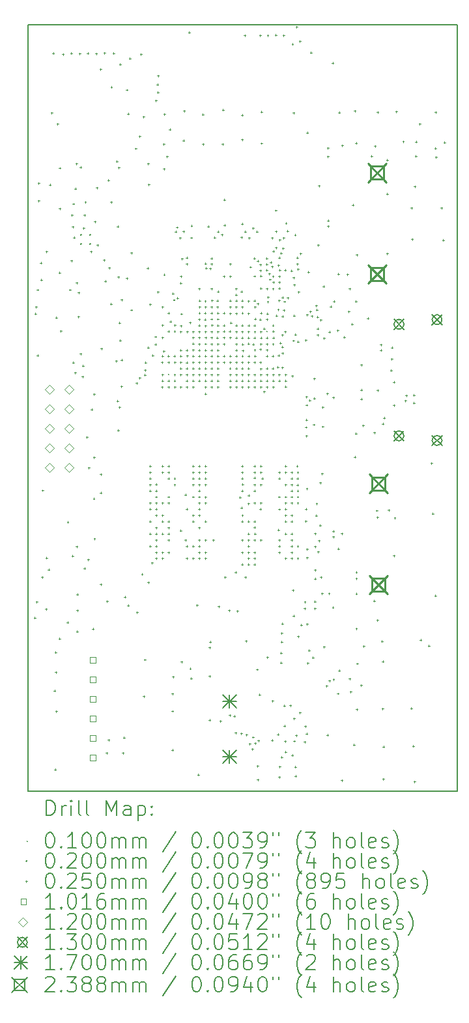
<source format=gbr>
%TF.GenerationSoftware,KiCad,Pcbnew,7.0.1*%
%TF.CreationDate,2024-07-28T16:45:12-07:00*%
%TF.ProjectId,DFTBoard,44465442-6f61-4726-942e-6b696361645f,rev?*%
%TF.SameCoordinates,Original*%
%TF.FileFunction,Drillmap*%
%TF.FilePolarity,Positive*%
%FSLAX45Y45*%
G04 Gerber Fmt 4.5, Leading zero omitted, Abs format (unit mm)*
G04 Created by KiCad (PCBNEW 7.0.1) date 2024-07-28 16:45:12*
%MOMM*%
%LPD*%
G01*
G04 APERTURE LIST*
%ADD10C,0.130000*%
%ADD11C,0.200000*%
%ADD12C,0.010000*%
%ADD13C,0.020000*%
%ADD14C,0.025000*%
%ADD15C,0.101600*%
%ADD16C,0.120000*%
%ADD17C,0.170000*%
%ADD18C,0.238760*%
G04 APERTURE END LIST*
D10*
X10010000Y-6327500D02*
X15592500Y-6327500D01*
X15592500Y-16292500D01*
X10010000Y-16292500D01*
X10010000Y-6327500D01*
D11*
D12*
X11832500Y-10867500D02*
X11842500Y-10877500D01*
X11842500Y-10867500D02*
X11832500Y-10877500D01*
X11904602Y-9903598D02*
X11914602Y-9913598D01*
X11914602Y-9903598D02*
X11904602Y-9913598D01*
X13111000Y-10305000D02*
X13121000Y-10315000D01*
X13121000Y-10305000D02*
X13111000Y-10315000D01*
D13*
X10710000Y-9061750D02*
G75*
G03*
X10710000Y-9061750I-10000J0D01*
G01*
X10710000Y-9179750D02*
G75*
G03*
X10710000Y-9179750I-10000J0D01*
G01*
X10828000Y-9061750D02*
G75*
G03*
X10828000Y-9061750I-10000J0D01*
G01*
X10828000Y-9179750D02*
G75*
G03*
X10828000Y-9179750I-10000J0D01*
G01*
D14*
X10100000Y-14028500D02*
X10100000Y-14053500D01*
X10087500Y-14041000D02*
X10112500Y-14041000D01*
X10109200Y-10075000D02*
X10109200Y-10100000D01*
X10096700Y-10087500D02*
X10121700Y-10087500D01*
X10115000Y-9983500D02*
X10115000Y-10008500D01*
X10102500Y-9996000D02*
X10127500Y-9996000D01*
X10124499Y-13821999D02*
X10124499Y-13846999D01*
X10111999Y-13834499D02*
X10136999Y-13834499D01*
X10137000Y-10615500D02*
X10137000Y-10640500D01*
X10124500Y-10628000D02*
X10149500Y-10628000D01*
X10137500Y-9762500D02*
X10137500Y-9787500D01*
X10125000Y-9775000D02*
X10150000Y-9775000D01*
X10149500Y-8375000D02*
X10149500Y-8400000D01*
X10137000Y-8387500D02*
X10162000Y-8387500D01*
X10150000Y-8605000D02*
X10150000Y-8630000D01*
X10137500Y-8617500D02*
X10162500Y-8617500D01*
X10177500Y-9412500D02*
X10177500Y-9437500D01*
X10165000Y-9425000D02*
X10190000Y-9425000D01*
X10185000Y-9632553D02*
X10185000Y-9657553D01*
X10172500Y-9645053D02*
X10197500Y-9645053D01*
X10198000Y-13499000D02*
X10198000Y-13524000D01*
X10185500Y-13511500D02*
X10210500Y-13511500D01*
X10202000Y-12370500D02*
X10202000Y-12395500D01*
X10189500Y-12383000D02*
X10214500Y-12383000D01*
X10247150Y-13915000D02*
X10247150Y-13940000D01*
X10234650Y-13927500D02*
X10259650Y-13927500D01*
X10252500Y-9263750D02*
X10252500Y-9288750D01*
X10240000Y-9276250D02*
X10265000Y-9276250D01*
X10252928Y-13250050D02*
X10252928Y-13275050D01*
X10240428Y-13262550D02*
X10265428Y-13262550D01*
X10280500Y-13400650D02*
X10280500Y-13425650D01*
X10268000Y-13413150D02*
X10293000Y-13413150D01*
X10300000Y-8397500D02*
X10300000Y-8422500D01*
X10287500Y-8410000D02*
X10312500Y-8410000D01*
X10319000Y-7462500D02*
X10319000Y-7487500D01*
X10306500Y-7475000D02*
X10331500Y-7475000D01*
X10341000Y-6687500D02*
X10341000Y-6712500D01*
X10328500Y-6700000D02*
X10353500Y-6700000D01*
X10356000Y-14975500D02*
X10356000Y-15000500D01*
X10343500Y-14988000D02*
X10368500Y-14988000D01*
X10365500Y-16000000D02*
X10365500Y-16025000D01*
X10353000Y-16012500D02*
X10378000Y-16012500D01*
X10371000Y-14476500D02*
X10371000Y-14501500D01*
X10358500Y-14489000D02*
X10383500Y-14489000D01*
X10373000Y-14733500D02*
X10373000Y-14758500D01*
X10360500Y-14746000D02*
X10385500Y-14746000D01*
X10380000Y-10125000D02*
X10380000Y-10150000D01*
X10367500Y-10137500D02*
X10392500Y-10137500D01*
X10380000Y-15241500D02*
X10380000Y-15266500D01*
X10367500Y-15254000D02*
X10392500Y-15254000D01*
X10396000Y-7607500D02*
X10396000Y-7632500D01*
X10383500Y-7620000D02*
X10408500Y-7620000D01*
X10420000Y-9540000D02*
X10420000Y-9565000D01*
X10407500Y-9552500D02*
X10432500Y-9552500D01*
X10421605Y-14300334D02*
X10421605Y-14325334D01*
X10409105Y-14312834D02*
X10434105Y-14312834D01*
X10423000Y-8179500D02*
X10423000Y-8204500D01*
X10410500Y-8192000D02*
X10435500Y-8192000D01*
X10425000Y-8705000D02*
X10425000Y-8730000D01*
X10412500Y-8717500D02*
X10437500Y-8717500D01*
X10436000Y-10299500D02*
X10436000Y-10324500D01*
X10423500Y-10312000D02*
X10448500Y-10312000D01*
X10466000Y-6698500D02*
X10466000Y-6723500D01*
X10453500Y-6711000D02*
X10478500Y-6711000D01*
X10525000Y-14087500D02*
X10525000Y-14112500D01*
X10512500Y-14100000D02*
X10537500Y-14100000D01*
X10529000Y-12781500D02*
X10529000Y-12806500D01*
X10516500Y-12794000D02*
X10541500Y-12794000D01*
X10555000Y-9762500D02*
X10555000Y-9787500D01*
X10542500Y-9775000D02*
X10567500Y-9775000D01*
X10573000Y-6687500D02*
X10573000Y-6712500D01*
X10560500Y-6700000D02*
X10585500Y-6700000D01*
X10577500Y-9382500D02*
X10577500Y-9407500D01*
X10565000Y-9395000D02*
X10590000Y-9395000D01*
X10582500Y-8792500D02*
X10582500Y-8817500D01*
X10570000Y-8805000D02*
X10595000Y-8805000D01*
X10591281Y-13223781D02*
X10591281Y-13248781D01*
X10578781Y-13236281D02*
X10603781Y-13236281D01*
X10595000Y-8945000D02*
X10595000Y-8970000D01*
X10582500Y-8957500D02*
X10607500Y-8957500D01*
X10600319Y-10708849D02*
X10600319Y-10733849D01*
X10587819Y-10721349D02*
X10612819Y-10721349D01*
X10602500Y-8645000D02*
X10602500Y-8670000D01*
X10590000Y-8657500D02*
X10615000Y-8657500D01*
X10612750Y-9083250D02*
X10612750Y-9108250D01*
X10600250Y-9095750D02*
X10625250Y-9095750D01*
X10623062Y-10840392D02*
X10623062Y-10865392D01*
X10610562Y-10852892D02*
X10635562Y-10852892D01*
X10630000Y-8447500D02*
X10630000Y-8472500D01*
X10617500Y-8460000D02*
X10642500Y-8460000D01*
X10641000Y-8122500D02*
X10641000Y-8147500D01*
X10628500Y-8135000D02*
X10653500Y-8135000D01*
X10645000Y-9670553D02*
X10645000Y-9695553D01*
X10632500Y-9683053D02*
X10657500Y-9683053D01*
X10645000Y-13102500D02*
X10645000Y-13127500D01*
X10632500Y-13115000D02*
X10657500Y-13115000D01*
X10648000Y-14206500D02*
X10648000Y-14231500D01*
X10635500Y-14219000D02*
X10660500Y-14219000D01*
X10655500Y-13721500D02*
X10655500Y-13746500D01*
X10643000Y-13734000D02*
X10668000Y-13734000D01*
X10655500Y-13929000D02*
X10655500Y-13954000D01*
X10643000Y-13941500D02*
X10668000Y-13941500D01*
X10668000Y-10112500D02*
X10668000Y-10137500D01*
X10655500Y-10125000D02*
X10680500Y-10125000D01*
X10670000Y-9800000D02*
X10670000Y-9825000D01*
X10657500Y-9812500D02*
X10682500Y-9812500D01*
X10682000Y-6692500D02*
X10682000Y-6717500D01*
X10669500Y-6705000D02*
X10694500Y-6705000D01*
X10695000Y-8169500D02*
X10695000Y-8194500D01*
X10682500Y-8182000D02*
X10707500Y-8182000D01*
X10695000Y-10595000D02*
X10695000Y-10620000D01*
X10682500Y-10607500D02*
X10707500Y-10607500D01*
X10719842Y-10891750D02*
X10719842Y-10916750D01*
X10707342Y-10904250D02*
X10732342Y-10904250D01*
X10725000Y-10752500D02*
X10725000Y-10777500D01*
X10712500Y-10765000D02*
X10737500Y-10765000D01*
X10732500Y-8962000D02*
X10732500Y-8987000D01*
X10720000Y-8974500D02*
X10745000Y-8974500D01*
X10746000Y-13385500D02*
X10746000Y-13410500D01*
X10733500Y-13398000D02*
X10758500Y-13398000D01*
X10747500Y-8790000D02*
X10747500Y-8815000D01*
X10735000Y-8802500D02*
X10760000Y-8802500D01*
X10757500Y-8622500D02*
X10757500Y-8647500D01*
X10745000Y-8635000D02*
X10770000Y-8635000D01*
X10778000Y-11676500D02*
X10778000Y-11701500D01*
X10765500Y-11689000D02*
X10790500Y-11689000D01*
X10788000Y-6687500D02*
X10788000Y-6712500D01*
X10775500Y-6700000D02*
X10800500Y-6700000D01*
X10792720Y-13271047D02*
X10792720Y-13296047D01*
X10780220Y-13283547D02*
X10805220Y-13283547D01*
X10802500Y-12077500D02*
X10802500Y-12102500D01*
X10790000Y-12090000D02*
X10815000Y-12090000D01*
X10832687Y-9266600D02*
X10832687Y-9291600D01*
X10820187Y-9279100D02*
X10845187Y-9279100D01*
X10840500Y-11316500D02*
X10840500Y-11341500D01*
X10828000Y-11329000D02*
X10853000Y-11329000D01*
X10857500Y-14172500D02*
X10857500Y-14197500D01*
X10845000Y-14185000D02*
X10870000Y-14185000D01*
X10867500Y-12477500D02*
X10867500Y-12502500D01*
X10855000Y-12490000D02*
X10880000Y-12490000D01*
X10870750Y-11119000D02*
X10870750Y-11144000D01*
X10858250Y-11131500D02*
X10883250Y-11131500D01*
X10870750Y-11941500D02*
X10870750Y-11966500D01*
X10858250Y-11954000D02*
X10883250Y-11954000D01*
X10876100Y-12999000D02*
X10876100Y-13024000D01*
X10863600Y-13011500D02*
X10888600Y-13011500D01*
X10882500Y-8875000D02*
X10882500Y-8900000D01*
X10870000Y-8887500D02*
X10895000Y-8887500D01*
X10900000Y-6691500D02*
X10900000Y-6716500D01*
X10887500Y-6704000D02*
X10912500Y-6704000D01*
X10907996Y-8437004D02*
X10907996Y-8462004D01*
X10895496Y-8449504D02*
X10920496Y-8449504D01*
X10915000Y-9182500D02*
X10915000Y-9207500D01*
X10902500Y-9195000D02*
X10927500Y-9195000D01*
X10956000Y-6894500D02*
X10956000Y-6919500D01*
X10943500Y-6907000D02*
X10968500Y-6907000D01*
X10956750Y-12400000D02*
X10956750Y-12425000D01*
X10944250Y-12412500D02*
X10969250Y-12412500D01*
X10956750Y-13592921D02*
X10956750Y-13617921D01*
X10944250Y-13605421D02*
X10969250Y-13605421D01*
X10958000Y-12161500D02*
X10958000Y-12186500D01*
X10945500Y-12174000D02*
X10970500Y-12174000D01*
X10965000Y-10525000D02*
X10965000Y-10550000D01*
X10952500Y-10537500D02*
X10977500Y-10537500D01*
X10999250Y-9375000D02*
X10999250Y-9400000D01*
X10986750Y-9387500D02*
X11011750Y-9387500D01*
X11005000Y-6684500D02*
X11005000Y-6709500D01*
X10992500Y-6697000D02*
X11017500Y-6697000D01*
X11016701Y-9652283D02*
X11016701Y-9677283D01*
X11004201Y-9664783D02*
X11029201Y-9664783D01*
X11034000Y-15783500D02*
X11034000Y-15808500D01*
X11021500Y-15796000D02*
X11046500Y-15796000D01*
X11038774Y-13810750D02*
X11038774Y-13835750D01*
X11026274Y-13823250D02*
X11051274Y-13823250D01*
X11054637Y-8336372D02*
X11054637Y-8361372D01*
X11042137Y-8348872D02*
X11067137Y-8348872D01*
X11062000Y-15615500D02*
X11062000Y-15640500D01*
X11049500Y-15628000D02*
X11074500Y-15628000D01*
X11067500Y-9475000D02*
X11067500Y-9500000D01*
X11055000Y-9487500D02*
X11080000Y-9487500D01*
X11091746Y-9947246D02*
X11091746Y-9972246D01*
X11079246Y-9959746D02*
X11104246Y-9959746D01*
X11092996Y-8622004D02*
X11092996Y-8647004D01*
X11080496Y-8634504D02*
X11105496Y-8634504D01*
X11096000Y-7125500D02*
X11096000Y-7150500D01*
X11083500Y-7138000D02*
X11108500Y-7138000D01*
X11122000Y-6687500D02*
X11122000Y-6712500D01*
X11109500Y-6700000D02*
X11134500Y-6700000D01*
X11159000Y-10689500D02*
X11159000Y-10714500D01*
X11146500Y-10702000D02*
X11171500Y-10702000D01*
X11165187Y-8093600D02*
X11165187Y-8118600D01*
X11152687Y-8106100D02*
X11177687Y-8106100D01*
X11174250Y-11208619D02*
X11174250Y-11233619D01*
X11161750Y-11221119D02*
X11186750Y-11221119D01*
X11179000Y-8937500D02*
X11179000Y-8962500D01*
X11166500Y-8950000D02*
X11191500Y-8950000D01*
X11184250Y-11589576D02*
X11184250Y-11614576D01*
X11171750Y-11602076D02*
X11196750Y-11602076D01*
X11185000Y-9595000D02*
X11185000Y-9620000D01*
X11172500Y-9607500D02*
X11197500Y-9607500D01*
X11189524Y-8173686D02*
X11189524Y-8198686D01*
X11177024Y-8186186D02*
X11202024Y-8186186D01*
X11197900Y-11288743D02*
X11197900Y-11313743D01*
X11185400Y-11301243D02*
X11210400Y-11301243D01*
X11198250Y-10190250D02*
X11198250Y-10215250D01*
X11185750Y-10202750D02*
X11210750Y-10202750D01*
X11208250Y-10418982D02*
X11208250Y-10443982D01*
X11195750Y-10431482D02*
X11220750Y-10431482D01*
X11208470Y-6829478D02*
X11208470Y-6854478D01*
X11195970Y-6841978D02*
X11220970Y-6841978D01*
X11225064Y-11019873D02*
X11225064Y-11044873D01*
X11212564Y-11032373D02*
X11237564Y-11032373D01*
X11229494Y-9892498D02*
X11229494Y-9917498D01*
X11216994Y-9904998D02*
X11241994Y-9904998D01*
X11230888Y-10673120D02*
X11230888Y-10698120D01*
X11218388Y-10685620D02*
X11243388Y-10685620D01*
X11245000Y-15783500D02*
X11245000Y-15808500D01*
X11232500Y-15796000D02*
X11257500Y-15796000D01*
X11260035Y-15584956D02*
X11260035Y-15609956D01*
X11247535Y-15597456D02*
X11272535Y-15597456D01*
X11270000Y-13757500D02*
X11270000Y-13782500D01*
X11257500Y-13770000D02*
X11282500Y-13770000D01*
X11295254Y-9612754D02*
X11295254Y-9637754D01*
X11282754Y-9625254D02*
X11307754Y-9625254D01*
X11297000Y-7163500D02*
X11297000Y-7188500D01*
X11284500Y-7176000D02*
X11309500Y-7176000D01*
X11314000Y-7475500D02*
X11314000Y-7500500D01*
X11301500Y-7488000D02*
X11326500Y-7488000D01*
X11315000Y-13865000D02*
X11315000Y-13890000D01*
X11302500Y-13877500D02*
X11327500Y-13877500D01*
X11336000Y-6756500D02*
X11336000Y-6781500D01*
X11323500Y-6769000D02*
X11348500Y-6769000D01*
X11356000Y-9283500D02*
X11356000Y-9308500D01*
X11343500Y-9296000D02*
X11368500Y-9296000D01*
X11357500Y-10025000D02*
X11357500Y-10050000D01*
X11345000Y-10037500D02*
X11370000Y-10037500D01*
X11413000Y-7925500D02*
X11413000Y-7950500D01*
X11400500Y-7938000D02*
X11425500Y-7938000D01*
X11425000Y-10975000D02*
X11425000Y-11000000D01*
X11412500Y-10987500D02*
X11437500Y-10987500D01*
X11426754Y-13957746D02*
X11426754Y-13982746D01*
X11414254Y-13970246D02*
X11439254Y-13970246D01*
X11462500Y-10907500D02*
X11462500Y-10932500D01*
X11450000Y-10920000D02*
X11475000Y-10920000D01*
X11463000Y-7765500D02*
X11463000Y-7790500D01*
X11450500Y-7778000D02*
X11475500Y-7778000D01*
X11479000Y-6701500D02*
X11479000Y-6726500D01*
X11466500Y-6714000D02*
X11491500Y-6714000D01*
X11493862Y-13458653D02*
X11493862Y-13483653D01*
X11481362Y-13471153D02*
X11506362Y-13471153D01*
X11514000Y-7512500D02*
X11514000Y-7537500D01*
X11501500Y-7525000D02*
X11526500Y-7525000D01*
X11519000Y-15048500D02*
X11519000Y-15073500D01*
X11506500Y-15061000D02*
X11531500Y-15061000D01*
X11529000Y-14571500D02*
X11529000Y-14596500D01*
X11516500Y-14584000D02*
X11541500Y-14584000D01*
X11529650Y-10867500D02*
X11529650Y-10892500D01*
X11517150Y-10880000D02*
X11542150Y-10880000D01*
X11533275Y-10805979D02*
X11533275Y-10830979D01*
X11520775Y-10818479D02*
X11545775Y-10818479D01*
X11537809Y-10707129D02*
X11537809Y-10732129D01*
X11525309Y-10719629D02*
X11550309Y-10719629D01*
X11570000Y-9482500D02*
X11570000Y-9507500D01*
X11557500Y-9495000D02*
X11582500Y-9495000D01*
X11572000Y-8122500D02*
X11572000Y-8147500D01*
X11559500Y-8135000D02*
X11584500Y-8135000D01*
X11572562Y-10513250D02*
X11572562Y-10538250D01*
X11560062Y-10525750D02*
X11585062Y-10525750D01*
X11575000Y-13567500D02*
X11575000Y-13592500D01*
X11562500Y-13580000D02*
X11587500Y-13580000D01*
X11581000Y-8394500D02*
X11581000Y-8419500D01*
X11568500Y-8407000D02*
X11593500Y-8407000D01*
X11597500Y-12055000D02*
X11597500Y-12080000D01*
X11585000Y-12067500D02*
X11610000Y-12067500D01*
X11597500Y-12135000D02*
X11597500Y-12160000D01*
X11585000Y-12147500D02*
X11610000Y-12147500D01*
X11597500Y-12215000D02*
X11597500Y-12240000D01*
X11585000Y-12227500D02*
X11610000Y-12227500D01*
X11597500Y-12295000D02*
X11597500Y-12320000D01*
X11585000Y-12307500D02*
X11610000Y-12307500D01*
X11597500Y-12375000D02*
X11597500Y-12400000D01*
X11585000Y-12387500D02*
X11610000Y-12387500D01*
X11597500Y-12535000D02*
X11597500Y-12560000D01*
X11585000Y-12547500D02*
X11610000Y-12547500D01*
X11597500Y-12615000D02*
X11597500Y-12640000D01*
X11585000Y-12627500D02*
X11610000Y-12627500D01*
X11597500Y-12775000D02*
X11597500Y-12800000D01*
X11585000Y-12787500D02*
X11610000Y-12787500D01*
X11597500Y-12935000D02*
X11597500Y-12960000D01*
X11585000Y-12947500D02*
X11610000Y-12947500D01*
X11597500Y-13095000D02*
X11597500Y-13120000D01*
X11585000Y-13107500D02*
X11610000Y-13107500D01*
X11599029Y-9951021D02*
X11599029Y-9976021D01*
X11586529Y-9963521D02*
X11611529Y-9963521D01*
X11621537Y-13310963D02*
X11621537Y-13335963D01*
X11609037Y-13323463D02*
X11634037Y-13323463D01*
X11631851Y-10616483D02*
X11631851Y-10641483D01*
X11619351Y-10628983D02*
X11644351Y-10628983D01*
X11669000Y-10472500D02*
X11669000Y-10497500D01*
X11656500Y-10485000D02*
X11681500Y-10485000D01*
X11669219Y-10372281D02*
X11669219Y-10397281D01*
X11656719Y-10384781D02*
X11681719Y-10384781D01*
X11673000Y-7301500D02*
X11673000Y-7326500D01*
X11660500Y-7314000D02*
X11685500Y-7314000D01*
X11677500Y-12375000D02*
X11677500Y-12400000D01*
X11665000Y-12387500D02*
X11690000Y-12387500D01*
X11677500Y-12455000D02*
X11677500Y-12480000D01*
X11665000Y-12467500D02*
X11690000Y-12467500D01*
X11677500Y-12535000D02*
X11677500Y-12560000D01*
X11665000Y-12547500D02*
X11690000Y-12547500D01*
X11677500Y-12615000D02*
X11677500Y-12640000D01*
X11665000Y-12627500D02*
X11690000Y-12627500D01*
X11677500Y-12695000D02*
X11677500Y-12720000D01*
X11665000Y-12707500D02*
X11690000Y-12707500D01*
X11677500Y-12855000D02*
X11677500Y-12880000D01*
X11665000Y-12867500D02*
X11690000Y-12867500D01*
X11677500Y-12935000D02*
X11677500Y-12960000D01*
X11665000Y-12947500D02*
X11690000Y-12947500D01*
X11677500Y-13015000D02*
X11677500Y-13040000D01*
X11665000Y-13027500D02*
X11690000Y-13027500D01*
X11677500Y-13095000D02*
X11677500Y-13120000D01*
X11665000Y-13107500D02*
X11690000Y-13107500D01*
X11677500Y-13175000D02*
X11677500Y-13200000D01*
X11665000Y-13187500D02*
X11690000Y-13187500D01*
X11677500Y-13255000D02*
X11677500Y-13280000D01*
X11665000Y-13267500D02*
X11690000Y-13267500D01*
X11678199Y-12293727D02*
X11678199Y-12318727D01*
X11665699Y-12306227D02*
X11690699Y-12306227D01*
X11697000Y-7091500D02*
X11697000Y-7116500D01*
X11684500Y-7104000D02*
X11709500Y-7104000D01*
X11698753Y-9789803D02*
X11698753Y-9814803D01*
X11686253Y-9802303D02*
X11711253Y-9802303D01*
X11701000Y-7195500D02*
X11701000Y-7220500D01*
X11688500Y-7208000D02*
X11713500Y-7208000D01*
X11705000Y-6980500D02*
X11705000Y-7005500D01*
X11692500Y-6993000D02*
X11717500Y-6993000D01*
X11755694Y-10704902D02*
X11755694Y-10729902D01*
X11743194Y-10717402D02*
X11768194Y-10717402D01*
X11755796Y-11025254D02*
X11755796Y-11050254D01*
X11743296Y-11037754D02*
X11768296Y-11037754D01*
X11756900Y-12695000D02*
X11756900Y-12720000D01*
X11744400Y-12707500D02*
X11769400Y-12707500D01*
X11757500Y-10221500D02*
X11757500Y-10246500D01*
X11745000Y-10234000D02*
X11770000Y-10234000D01*
X11757500Y-10625000D02*
X11757500Y-10650000D01*
X11745000Y-10637500D02*
X11770000Y-10637500D01*
X11757500Y-10945000D02*
X11757500Y-10970000D01*
X11745000Y-10957500D02*
X11770000Y-10957500D01*
X11757500Y-12055000D02*
X11757500Y-12080000D01*
X11745000Y-12067500D02*
X11770000Y-12067500D01*
X11757500Y-12535000D02*
X11757500Y-12560000D01*
X11745000Y-12547500D02*
X11770000Y-12547500D01*
X11757500Y-12775000D02*
X11757500Y-12800000D01*
X11745000Y-12787500D02*
X11770000Y-12787500D01*
X11757500Y-12935000D02*
X11757500Y-12960000D01*
X11745000Y-12947500D02*
X11770000Y-12947500D01*
X11757500Y-13175000D02*
X11757500Y-13200000D01*
X11745000Y-13187500D02*
X11770000Y-13187500D01*
X11757500Y-13255000D02*
X11757500Y-13280000D01*
X11745000Y-13267500D02*
X11770000Y-13267500D01*
X11757754Y-10865254D02*
X11757754Y-10890254D01*
X11745254Y-10877754D02*
X11770254Y-10877754D01*
X11757991Y-12134301D02*
X11757991Y-12159301D01*
X11745491Y-12146801D02*
X11770491Y-12146801D01*
X11759047Y-9984950D02*
X11759047Y-10009950D01*
X11746547Y-9997450D02*
X11771547Y-9997450D01*
X11759100Y-10383517D02*
X11759100Y-10408517D01*
X11746600Y-10396017D02*
X11771600Y-10396017D01*
X11773734Y-10559274D02*
X11773734Y-10584274D01*
X11761234Y-10571774D02*
X11786234Y-10571774D01*
X11777303Y-7869781D02*
X11777303Y-7894781D01*
X11764803Y-7882281D02*
X11789803Y-7882281D01*
X11778000Y-8189500D02*
X11778000Y-8214500D01*
X11765500Y-8202000D02*
X11790500Y-8202000D01*
X11782000Y-9565500D02*
X11782000Y-9590500D01*
X11769500Y-9578000D02*
X11794500Y-9578000D01*
X11783000Y-7479500D02*
X11783000Y-7504500D01*
X11770500Y-7492000D02*
X11795500Y-7492000D01*
X11817000Y-8030500D02*
X11817000Y-8055500D01*
X11804500Y-8043000D02*
X11829500Y-8043000D01*
X11834800Y-10625000D02*
X11834800Y-10650000D01*
X11822300Y-10637500D02*
X11847300Y-10637500D01*
X11837500Y-10301750D02*
X11837500Y-10326750D01*
X11825000Y-10314250D02*
X11850000Y-10314250D01*
X11837500Y-10065000D02*
X11837500Y-10090000D01*
X11825000Y-10077500D02*
X11850000Y-10077500D01*
X11837500Y-10945000D02*
X11837500Y-10970000D01*
X11825000Y-10957500D02*
X11850000Y-10957500D01*
X11837500Y-12055000D02*
X11837500Y-12080000D01*
X11825000Y-12067500D02*
X11850000Y-12067500D01*
X11837500Y-12135000D02*
X11837500Y-12160000D01*
X11825000Y-12147500D02*
X11850000Y-12147500D01*
X11837500Y-12215000D02*
X11837500Y-12240000D01*
X11825000Y-12227500D02*
X11850000Y-12227500D01*
X11837500Y-12455000D02*
X11837500Y-12480000D01*
X11825000Y-12467500D02*
X11850000Y-12467500D01*
X11837500Y-12535000D02*
X11837500Y-12560000D01*
X11825000Y-12547500D02*
X11850000Y-12547500D01*
X11837500Y-12775000D02*
X11837500Y-12800000D01*
X11825000Y-12787500D02*
X11850000Y-12787500D01*
X11837500Y-12855000D02*
X11837500Y-12880000D01*
X11825000Y-12867500D02*
X11850000Y-12867500D01*
X11837500Y-12935000D02*
X11837500Y-12960000D01*
X11825000Y-12947500D02*
X11850000Y-12947500D01*
X11837500Y-13015000D02*
X11837500Y-13040000D01*
X11825000Y-13027500D02*
X11850000Y-13027500D01*
X11837500Y-13175000D02*
X11837500Y-13200000D01*
X11825000Y-13187500D02*
X11850000Y-13187500D01*
X11839301Y-11025208D02*
X11839301Y-11050208D01*
X11826801Y-11037708D02*
X11851801Y-11037708D01*
X11840215Y-10705358D02*
X11840215Y-10730358D01*
X11827715Y-10717858D02*
X11852715Y-10717858D01*
X11856000Y-7677500D02*
X11856000Y-7702500D01*
X11843500Y-7690000D02*
X11868500Y-7690000D01*
X11864247Y-10177190D02*
X11864247Y-10202190D01*
X11851747Y-10189690D02*
X11876747Y-10189690D01*
X11889000Y-15014750D02*
X11889000Y-15039750D01*
X11876500Y-15027250D02*
X11901500Y-15027250D01*
X11889500Y-15746000D02*
X11889500Y-15771000D01*
X11877000Y-15758500D02*
X11902000Y-15758500D01*
X11891000Y-15240500D02*
X11891000Y-15265500D01*
X11878500Y-15253000D02*
X11903500Y-15253000D01*
X11892662Y-9809670D02*
X11892662Y-9834670D01*
X11880162Y-9822170D02*
X11905162Y-9822170D01*
X11899000Y-14792500D02*
X11899000Y-14817500D01*
X11886500Y-14805000D02*
X11911500Y-14805000D01*
X11916250Y-10623068D02*
X11916250Y-10648068D01*
X11903750Y-10635568D02*
X11928750Y-10635568D01*
X11917441Y-10302074D02*
X11917441Y-10327074D01*
X11904941Y-10314574D02*
X11929941Y-10314574D01*
X11917500Y-10865000D02*
X11917500Y-10890000D01*
X11905000Y-10877500D02*
X11930000Y-10877500D01*
X11917500Y-10945000D02*
X11917500Y-10970000D01*
X11905000Y-10957500D02*
X11930000Y-10957500D01*
X11917500Y-12215000D02*
X11917500Y-12240000D01*
X11905000Y-12227500D02*
X11930000Y-12227500D01*
X11917500Y-12295000D02*
X11917500Y-12320000D01*
X11905000Y-12307500D02*
X11930000Y-12307500D01*
X11917902Y-11025000D02*
X11917902Y-11050000D01*
X11905402Y-11037500D02*
X11930402Y-11037500D01*
X11918000Y-10221500D02*
X11918000Y-10246500D01*
X11905500Y-10234000D02*
X11930500Y-10234000D01*
X11919250Y-10704781D02*
X11919250Y-10729781D01*
X11906750Y-10717281D02*
X11931750Y-10717281D01*
X11933763Y-9006258D02*
X11933763Y-9031258D01*
X11921263Y-9018758D02*
X11946263Y-9018758D01*
X11948001Y-8949878D02*
X11948001Y-8974878D01*
X11935501Y-8962378D02*
X11960501Y-8962378D01*
X11953666Y-9870674D02*
X11953666Y-9895674D01*
X11941166Y-9883174D02*
X11966166Y-9883174D01*
X11985350Y-9088500D02*
X11985350Y-9113500D01*
X11972850Y-9101000D02*
X11997850Y-9101000D01*
X11995728Y-10624300D02*
X11995728Y-10649300D01*
X11983228Y-10636800D02*
X12008228Y-10636800D01*
X11996000Y-10306500D02*
X11996000Y-10331500D01*
X11983500Y-10319000D02*
X12008500Y-10319000D01*
X11997266Y-10704766D02*
X11997266Y-10729766D01*
X11984766Y-10717266D02*
X12009766Y-10717266D01*
X11997500Y-9676750D02*
X11997500Y-9701750D01*
X11985000Y-9689250D02*
X12010000Y-9689250D01*
X11997500Y-10546750D02*
X11997500Y-10571750D01*
X11985000Y-10559250D02*
X12010000Y-10559250D01*
X11997500Y-10785000D02*
X11997500Y-10810000D01*
X11985000Y-10797500D02*
X12010000Y-10797500D01*
X11997500Y-10865000D02*
X11997500Y-10890000D01*
X11985000Y-10877500D02*
X12010000Y-10877500D01*
X11997500Y-11025000D02*
X11997500Y-11050000D01*
X11985000Y-11037500D02*
X12010000Y-11037500D01*
X11997500Y-12895000D02*
X11997500Y-12920000D01*
X11985000Y-12907500D02*
X12010000Y-12907500D01*
X11998284Y-10229378D02*
X11998284Y-10254378D01*
X11985784Y-10241878D02*
X12010784Y-10241878D01*
X11999250Y-9585000D02*
X11999250Y-9610000D01*
X11986750Y-9597500D02*
X12011750Y-9597500D01*
X12003800Y-10075963D02*
X12003800Y-10100963D01*
X11991300Y-10088463D02*
X12016300Y-10088463D01*
X12006643Y-14597460D02*
X12006643Y-14622460D01*
X11994143Y-14609960D02*
X12019143Y-14609960D01*
X12011058Y-9356808D02*
X12011058Y-9381808D01*
X11998558Y-9369308D02*
X12023558Y-9369308D01*
X12033650Y-9004500D02*
X12033650Y-9029500D01*
X12021150Y-9017000D02*
X12046150Y-9017000D01*
X12033700Y-7823350D02*
X12033700Y-7848350D01*
X12021200Y-7835850D02*
X12046200Y-7835850D01*
X12043000Y-7437500D02*
X12043000Y-7462500D01*
X12030500Y-7450000D02*
X12055500Y-7450000D01*
X12057500Y-13015000D02*
X12057500Y-13040000D01*
X12045000Y-13027500D02*
X12070000Y-13027500D01*
X12057603Y-12426891D02*
X12057603Y-12451891D01*
X12045103Y-12439391D02*
X12070103Y-12439391D01*
X12076031Y-9346469D02*
X12076031Y-9371469D01*
X12063531Y-9358969D02*
X12088531Y-9358969D01*
X12076138Y-10706906D02*
X12076138Y-10731906D01*
X12063638Y-10719406D02*
X12088638Y-10719406D01*
X12076377Y-10785481D02*
X12076377Y-10810481D01*
X12063877Y-10797981D02*
X12088877Y-10797981D01*
X12077300Y-10547500D02*
X12077300Y-10572500D01*
X12064800Y-10560000D02*
X12089800Y-10560000D01*
X12077500Y-9425000D02*
X12077500Y-9450000D01*
X12065000Y-9437500D02*
X12090000Y-9437500D01*
X12077500Y-10865000D02*
X12077500Y-10890000D01*
X12065000Y-10877500D02*
X12090000Y-10877500D01*
X12077500Y-10945000D02*
X12077500Y-10970000D01*
X12065000Y-10957500D02*
X12090000Y-10957500D01*
X12077500Y-11025000D02*
X12077500Y-11050000D01*
X12065000Y-11037500D02*
X12090000Y-11037500D01*
X12077500Y-12615000D02*
X12077500Y-12640000D01*
X12065000Y-12627500D02*
X12090000Y-12627500D01*
X12077500Y-13095000D02*
X12077500Y-13120000D01*
X12065000Y-13107500D02*
X12090000Y-13107500D01*
X12077500Y-13255000D02*
X12077500Y-13280000D01*
X12065000Y-13267500D02*
X12090000Y-13267500D01*
X12079170Y-10305020D02*
X12079170Y-10330020D01*
X12066670Y-10317520D02*
X12091670Y-10317520D01*
X12079527Y-10619147D02*
X12079527Y-10644147D01*
X12067027Y-10631647D02*
X12092027Y-10631647D01*
X12107631Y-6415250D02*
X12107631Y-6440250D01*
X12095131Y-6427750D02*
X12120131Y-6427750D01*
X12117000Y-10186500D02*
X12117000Y-10211500D01*
X12104500Y-10199000D02*
X12129500Y-10199000D01*
X12120607Y-14687250D02*
X12120607Y-14712250D01*
X12108107Y-14699750D02*
X12133107Y-14699750D01*
X12133000Y-14814000D02*
X12133000Y-14839000D01*
X12120500Y-14826500D02*
X12145500Y-14826500D01*
X12135219Y-9085281D02*
X12135219Y-9110281D01*
X12122719Y-9097781D02*
X12147719Y-9097781D01*
X12137500Y-8930000D02*
X12137500Y-8955000D01*
X12125000Y-8942500D02*
X12150000Y-8942500D01*
X12155750Y-10623721D02*
X12155750Y-10648721D01*
X12143250Y-10636221D02*
X12168250Y-10636221D01*
X12155800Y-10544855D02*
X12155800Y-10569855D01*
X12143300Y-10557355D02*
X12168300Y-10557355D01*
X12156094Y-10384779D02*
X12156094Y-10409779D01*
X12143594Y-10397279D02*
X12168594Y-10397279D01*
X12156731Y-10463279D02*
X12156731Y-10488279D01*
X12144231Y-10475779D02*
X12169231Y-10475779D01*
X12156957Y-10305700D02*
X12156957Y-10330700D01*
X12144457Y-10318200D02*
X12169457Y-10318200D01*
X12157500Y-10865000D02*
X12157500Y-10890000D01*
X12145000Y-10877500D02*
X12170000Y-10877500D01*
X12157500Y-10945000D02*
X12157500Y-10970000D01*
X12145000Y-10957500D02*
X12170000Y-10957500D01*
X12157500Y-11025000D02*
X12157500Y-11050000D01*
X12145000Y-11037500D02*
X12170000Y-11037500D01*
X12157500Y-12055000D02*
X12157500Y-12080000D01*
X12145000Y-12067500D02*
X12170000Y-12067500D01*
X12157500Y-12135000D02*
X12157500Y-12160000D01*
X12145000Y-12147500D02*
X12170000Y-12147500D01*
X12157500Y-12215000D02*
X12157500Y-12240000D01*
X12145000Y-12227500D02*
X12170000Y-12227500D01*
X12157500Y-12295000D02*
X12157500Y-12320000D01*
X12145000Y-12307500D02*
X12170000Y-12307500D01*
X12157500Y-12455000D02*
X12157500Y-12480000D01*
X12145000Y-12467500D02*
X12170000Y-12467500D01*
X12157500Y-12695000D02*
X12157500Y-12720000D01*
X12145000Y-12707500D02*
X12170000Y-12707500D01*
X12157500Y-12775000D02*
X12157500Y-12800000D01*
X12145000Y-12787500D02*
X12170000Y-12787500D01*
X12157500Y-13095000D02*
X12157500Y-13120000D01*
X12145000Y-13107500D02*
X12170000Y-13107500D01*
X12157500Y-13255000D02*
X12157500Y-13280000D01*
X12145000Y-13267500D02*
X12170000Y-13267500D01*
X12157990Y-10785000D02*
X12157990Y-10810000D01*
X12145490Y-10797500D02*
X12170490Y-10797500D01*
X12158637Y-10705053D02*
X12158637Y-10730053D01*
X12146137Y-10717553D02*
X12171137Y-10717553D01*
X12209166Y-13863658D02*
X12209166Y-13888658D01*
X12196666Y-13876158D02*
X12221666Y-13876158D01*
X12223000Y-16069500D02*
X12223000Y-16094500D01*
X12210500Y-16082000D02*
X12235500Y-16082000D01*
X12236038Y-10143928D02*
X12236038Y-10168928D01*
X12223538Y-10156428D02*
X12248538Y-10156428D01*
X12237213Y-9746700D02*
X12237213Y-9771700D01*
X12224713Y-9759200D02*
X12249713Y-9759200D01*
X12237500Y-10305000D02*
X12237500Y-10330000D01*
X12225000Y-10317500D02*
X12250000Y-10317500D01*
X12237500Y-10384779D02*
X12237500Y-10409779D01*
X12225000Y-10397279D02*
X12250000Y-10397279D01*
X12237500Y-10705000D02*
X12237500Y-10730000D01*
X12225000Y-10717500D02*
X12250000Y-10717500D01*
X12237500Y-10785000D02*
X12237500Y-10810000D01*
X12225000Y-10797500D02*
X12250000Y-10797500D01*
X12237500Y-10865000D02*
X12237500Y-10890000D01*
X12225000Y-10877500D02*
X12250000Y-10877500D01*
X12237500Y-10945000D02*
X12237500Y-10970000D01*
X12225000Y-10957500D02*
X12250000Y-10957500D01*
X12237500Y-12055000D02*
X12237500Y-12080000D01*
X12225000Y-12067500D02*
X12250000Y-12067500D01*
X12237500Y-12135000D02*
X12237500Y-12160000D01*
X12225000Y-12147500D02*
X12250000Y-12147500D01*
X12237500Y-12215000D02*
X12237500Y-12240000D01*
X12225000Y-12227500D02*
X12250000Y-12227500D01*
X12237500Y-12295000D02*
X12237500Y-12320000D01*
X12225000Y-12307500D02*
X12250000Y-12307500D01*
X12237500Y-12375000D02*
X12237500Y-12400000D01*
X12225000Y-12387500D02*
X12250000Y-12387500D01*
X12237500Y-12455000D02*
X12237500Y-12480000D01*
X12225000Y-12467500D02*
X12250000Y-12467500D01*
X12237500Y-12535000D02*
X12237500Y-12560000D01*
X12225000Y-12547500D02*
X12250000Y-12547500D01*
X12237500Y-12615000D02*
X12237500Y-12640000D01*
X12225000Y-12627500D02*
X12250000Y-12627500D01*
X12237500Y-12695000D02*
X12237500Y-12720000D01*
X12225000Y-12707500D02*
X12250000Y-12707500D01*
X12237500Y-12855000D02*
X12237500Y-12880000D01*
X12225000Y-12867500D02*
X12250000Y-12867500D01*
X12237500Y-13015000D02*
X12237500Y-13040000D01*
X12225000Y-13027500D02*
X12250000Y-13027500D01*
X12237500Y-13095000D02*
X12237500Y-13120000D01*
X12225000Y-13107500D02*
X12250000Y-13107500D01*
X12237500Y-13175000D02*
X12237500Y-13200000D01*
X12225000Y-13187500D02*
X12250000Y-13187500D01*
X12237500Y-13255000D02*
X12237500Y-13280000D01*
X12225000Y-13267500D02*
X12250000Y-13267500D01*
X12237627Y-10466157D02*
X12237627Y-10491157D01*
X12225127Y-10478657D02*
X12250127Y-10478657D01*
X12237654Y-10625000D02*
X12237654Y-10650000D01*
X12225154Y-10637500D02*
X12250154Y-10637500D01*
X12237750Y-10225053D02*
X12237750Y-10250053D01*
X12225250Y-10237553D02*
X12250250Y-10237553D01*
X12238189Y-10546750D02*
X12238189Y-10571750D01*
X12225689Y-10559250D02*
X12250689Y-10559250D01*
X12239290Y-10064386D02*
X12239290Y-10089386D01*
X12226790Y-10076886D02*
X12251790Y-10076886D01*
X12240512Y-9904994D02*
X12240512Y-9929994D01*
X12228012Y-9917494D02*
X12253012Y-9917494D01*
X12240525Y-9985886D02*
X12240525Y-10010886D01*
X12228025Y-9998386D02*
X12253025Y-9998386D01*
X12283000Y-7483500D02*
X12283000Y-7508500D01*
X12270500Y-7496000D02*
X12295500Y-7496000D01*
X12289000Y-7866500D02*
X12289000Y-7891500D01*
X12276500Y-7879000D02*
X12301500Y-7879000D01*
X12314538Y-10150046D02*
X12314538Y-10175046D01*
X12302038Y-10162546D02*
X12327038Y-10162546D01*
X12314800Y-10064510D02*
X12314800Y-10089510D01*
X12302300Y-10077010D02*
X12327300Y-10077010D01*
X12315469Y-9907386D02*
X12315469Y-9932386D01*
X12302969Y-9919886D02*
X12327969Y-9919886D01*
X12316800Y-13175000D02*
X12316800Y-13200000D01*
X12304300Y-13187500D02*
X12329300Y-13187500D01*
X12316801Y-12535401D02*
X12316801Y-12560401D01*
X12304301Y-12547901D02*
X12329301Y-12547901D01*
X12317200Y-10228546D02*
X12317200Y-10253546D01*
X12304700Y-10241046D02*
X12329700Y-10241046D01*
X12317500Y-10546750D02*
X12317500Y-10571750D01*
X12305000Y-10559250D02*
X12330000Y-10559250D01*
X12317500Y-10625000D02*
X12317500Y-10650000D01*
X12305000Y-10637500D02*
X12330000Y-10637500D01*
X12317500Y-10705000D02*
X12317500Y-10730000D01*
X12305000Y-10717500D02*
X12330000Y-10717500D01*
X12317500Y-10785000D02*
X12317500Y-10810000D01*
X12305000Y-10797500D02*
X12330000Y-10797500D01*
X12317500Y-10865000D02*
X12317500Y-10890000D01*
X12305000Y-10877500D02*
X12330000Y-10877500D01*
X12317500Y-10945000D02*
X12317500Y-10970000D01*
X12305000Y-10957500D02*
X12330000Y-10957500D01*
X12317500Y-11025000D02*
X12317500Y-11050000D01*
X12305000Y-11037500D02*
X12330000Y-11037500D01*
X12317500Y-11115000D02*
X12317500Y-11140000D01*
X12305000Y-11127500D02*
X12330000Y-11127500D01*
X12317500Y-12055000D02*
X12317500Y-12080000D01*
X12305000Y-12067500D02*
X12330000Y-12067500D01*
X12317500Y-12135000D02*
X12317500Y-12160000D01*
X12305000Y-12147500D02*
X12330000Y-12147500D01*
X12317500Y-12215000D02*
X12317500Y-12240000D01*
X12305000Y-12227500D02*
X12330000Y-12227500D01*
X12317500Y-12296801D02*
X12317500Y-12321801D01*
X12305000Y-12309301D02*
X12330000Y-12309301D01*
X12317500Y-12455551D02*
X12317500Y-12480551D01*
X12305000Y-12468051D02*
X12330000Y-12468051D01*
X12317500Y-12775000D02*
X12317500Y-12800000D01*
X12305000Y-12787500D02*
X12330000Y-12787500D01*
X12317500Y-13015000D02*
X12317500Y-13040000D01*
X12305000Y-13027500D02*
X12330000Y-13027500D01*
X12317500Y-13255000D02*
X12317500Y-13280000D01*
X12305000Y-13267500D02*
X12330000Y-13267500D01*
X12317503Y-10465403D02*
X12317503Y-10490403D01*
X12305003Y-10477903D02*
X12330003Y-10477903D01*
X12317734Y-10307046D02*
X12317734Y-10332046D01*
X12305234Y-10319546D02*
X12330234Y-10319546D01*
X12318943Y-9423126D02*
X12318943Y-9448126D01*
X12306443Y-9435626D02*
X12331443Y-9435626D01*
X12319448Y-9985886D02*
X12319448Y-10010886D01*
X12306948Y-9998386D02*
X12331948Y-9998386D01*
X12320302Y-10384779D02*
X12320302Y-10409779D01*
X12307802Y-10397279D02*
X12332802Y-10397279D01*
X12327570Y-9480633D02*
X12327570Y-9505633D01*
X12315070Y-9493133D02*
X12340070Y-9493133D01*
X12356000Y-8938500D02*
X12356000Y-8963500D01*
X12343500Y-8951000D02*
X12368500Y-8951000D01*
X12370491Y-14786750D02*
X12370491Y-14811750D01*
X12357991Y-14799250D02*
X12382991Y-14799250D01*
X12373000Y-14412250D02*
X12373000Y-14437250D01*
X12360500Y-14424750D02*
X12385500Y-14424750D01*
X12373503Y-15356750D02*
X12373503Y-15381750D01*
X12361003Y-15369250D02*
X12386003Y-15369250D01*
X12380500Y-14339584D02*
X12380500Y-14364584D01*
X12368000Y-14352084D02*
X12393000Y-14352084D01*
X12382137Y-9485750D02*
X12382137Y-9510750D01*
X12369637Y-9498250D02*
X12394637Y-9498250D01*
X12395988Y-10465869D02*
X12395988Y-10490869D01*
X12383488Y-10478369D02*
X12408488Y-10478369D01*
X12397201Y-9746700D02*
X12397201Y-9771700D01*
X12384701Y-9759200D02*
X12409701Y-9759200D01*
X12397462Y-9352050D02*
X12397462Y-9377050D01*
X12384962Y-9364550D02*
X12409962Y-9364550D01*
X12397500Y-9425000D02*
X12397500Y-9450000D01*
X12385000Y-9437500D02*
X12410000Y-9437500D01*
X12397500Y-10064800D02*
X12397500Y-10089800D01*
X12385000Y-10077300D02*
X12410000Y-10077300D01*
X12397500Y-10384779D02*
X12397500Y-10409779D01*
X12385000Y-10397279D02*
X12410000Y-10397279D01*
X12397500Y-10546750D02*
X12397500Y-10571750D01*
X12385000Y-10559250D02*
X12410000Y-10559250D01*
X12397500Y-10625000D02*
X12397500Y-10650000D01*
X12385000Y-10637500D02*
X12410000Y-10637500D01*
X12397500Y-10705000D02*
X12397500Y-10730000D01*
X12385000Y-10717500D02*
X12410000Y-10717500D01*
X12397500Y-10785000D02*
X12397500Y-10810000D01*
X12385000Y-10797500D02*
X12410000Y-10797500D01*
X12397500Y-10865000D02*
X12397500Y-10890000D01*
X12385000Y-10877500D02*
X12410000Y-10877500D01*
X12397500Y-10945000D02*
X12397500Y-10970000D01*
X12385000Y-10957500D02*
X12410000Y-10957500D01*
X12397500Y-11025000D02*
X12397500Y-11050000D01*
X12385000Y-11037500D02*
X12410000Y-11037500D01*
X12397550Y-10306729D02*
X12397550Y-10331729D01*
X12385050Y-10319229D02*
X12410050Y-10319229D01*
X12398048Y-9985886D02*
X12398048Y-10010886D01*
X12385548Y-9998386D02*
X12410548Y-9998386D01*
X12399250Y-10143577D02*
X12399250Y-10168577D01*
X12386750Y-10156077D02*
X12411750Y-10156077D01*
X12401752Y-9900757D02*
X12401752Y-9925757D01*
X12389252Y-9913257D02*
X12414252Y-9913257D01*
X12403732Y-10221724D02*
X12403732Y-10246724D01*
X12391232Y-10234224D02*
X12416232Y-10234224D01*
X12417500Y-13015000D02*
X12417500Y-13040000D01*
X12405000Y-13027500D02*
X12430000Y-13027500D01*
X12435000Y-9084500D02*
X12435000Y-9109500D01*
X12422500Y-9097000D02*
X12447500Y-9097000D01*
X12471443Y-10387455D02*
X12471443Y-10412455D01*
X12458943Y-10399955D02*
X12483943Y-10399955D01*
X12475800Y-9906225D02*
X12475800Y-9931225D01*
X12463300Y-9918725D02*
X12488300Y-9918725D01*
X12475800Y-9985886D02*
X12475800Y-10010886D01*
X12463300Y-9998386D02*
X12488300Y-9998386D01*
X12476851Y-10306469D02*
X12476851Y-10331469D01*
X12464351Y-10318969D02*
X12489351Y-10318969D01*
X12476949Y-10547047D02*
X12476949Y-10572047D01*
X12464449Y-10559547D02*
X12489449Y-10559547D01*
X12477500Y-10143439D02*
X12477500Y-10168439D01*
X12465000Y-10155939D02*
X12490000Y-10155939D01*
X12477500Y-10225000D02*
X12477500Y-10250000D01*
X12465000Y-10237500D02*
X12490000Y-10237500D01*
X12477500Y-10466005D02*
X12477500Y-10491005D01*
X12465000Y-10478505D02*
X12490000Y-10478505D01*
X12477500Y-10625000D02*
X12477500Y-10650000D01*
X12465000Y-10637500D02*
X12490000Y-10637500D01*
X12477500Y-10705000D02*
X12477500Y-10730000D01*
X12465000Y-10717500D02*
X12490000Y-10717500D01*
X12477500Y-10785000D02*
X12477500Y-10810000D01*
X12465000Y-10797500D02*
X12490000Y-10797500D01*
X12477500Y-10865000D02*
X12477500Y-10890000D01*
X12465000Y-10877500D02*
X12490000Y-10877500D01*
X12477500Y-10945000D02*
X12477500Y-10970000D01*
X12465000Y-10957500D02*
X12490000Y-10957500D01*
X12477500Y-11025000D02*
X12477500Y-11050000D01*
X12465000Y-11037500D02*
X12490000Y-11037500D01*
X12477750Y-10064786D02*
X12477750Y-10089786D01*
X12465250Y-10077286D02*
X12490250Y-10077286D01*
X12483088Y-9785050D02*
X12483088Y-9810050D01*
X12470588Y-9797550D02*
X12495588Y-9797550D01*
X12483650Y-9007500D02*
X12483650Y-9032500D01*
X12471150Y-9020000D02*
X12496150Y-9020000D01*
X12490500Y-13879000D02*
X12490500Y-13904000D01*
X12478000Y-13891500D02*
X12503000Y-13891500D01*
X12512000Y-15370500D02*
X12512000Y-15395500D01*
X12499500Y-15383000D02*
X12524500Y-15383000D01*
X12535168Y-9045161D02*
X12535168Y-9070161D01*
X12522668Y-9057661D02*
X12547668Y-9057661D01*
X12542000Y-7867500D02*
X12542000Y-7892500D01*
X12529500Y-7880000D02*
X12554500Y-7880000D01*
X12548000Y-7425500D02*
X12548000Y-7450500D01*
X12535500Y-7438000D02*
X12560500Y-7438000D01*
X12556750Y-10066944D02*
X12556750Y-10091944D01*
X12544250Y-10079444D02*
X12569250Y-10079444D01*
X12557500Y-10225000D02*
X12557500Y-10250000D01*
X12545000Y-10237500D02*
X12570000Y-10237500D01*
X12557500Y-10625000D02*
X12557500Y-10650000D01*
X12545000Y-10637500D02*
X12570000Y-10637500D01*
X12557500Y-10705000D02*
X12557500Y-10730000D01*
X12545000Y-10717500D02*
X12570000Y-10717500D01*
X12558886Y-10302978D02*
X12558886Y-10327978D01*
X12546386Y-10315478D02*
X12571386Y-10315478D01*
X12558938Y-10383562D02*
X12558938Y-10408562D01*
X12546438Y-10396062D02*
X12571438Y-10396062D01*
X12558954Y-9585254D02*
X12558954Y-9610254D01*
X12546454Y-9597754D02*
X12571454Y-9597754D01*
X12560442Y-10467304D02*
X12560442Y-10492304D01*
X12547942Y-10479804D02*
X12572942Y-10479804D01*
X12565000Y-8591500D02*
X12565000Y-8616500D01*
X12552500Y-8604000D02*
X12577500Y-8604000D01*
X12568000Y-8922500D02*
X12568000Y-8947500D01*
X12555500Y-8935000D02*
X12580500Y-8935000D01*
X12569520Y-13499250D02*
X12569520Y-13524250D01*
X12557020Y-13511750D02*
X12582020Y-13511750D01*
X12628000Y-13931500D02*
X12628000Y-13956500D01*
X12615500Y-13944000D02*
X12640500Y-13944000D01*
X12636094Y-10303028D02*
X12636094Y-10328028D01*
X12623594Y-10315528D02*
X12648594Y-10315528D01*
X12636103Y-15294560D02*
X12636103Y-15319560D01*
X12623603Y-15307060D02*
X12648603Y-15307060D01*
X12636967Y-10784301D02*
X12636967Y-10809301D01*
X12624467Y-10796801D02*
X12649467Y-10796801D01*
X12637500Y-9425000D02*
X12637500Y-9450000D01*
X12625000Y-9437500D02*
X12650000Y-9437500D01*
X12637500Y-9585000D02*
X12637500Y-9610000D01*
X12625000Y-9597500D02*
X12650000Y-9597500D01*
X12637500Y-10625000D02*
X12637500Y-10650000D01*
X12625000Y-10637500D02*
X12650000Y-10637500D01*
X12637500Y-10705000D02*
X12637500Y-10730000D01*
X12625000Y-10717500D02*
X12650000Y-10717500D01*
X12637500Y-10865000D02*
X12637500Y-10890000D01*
X12625000Y-10877500D02*
X12650000Y-10877500D01*
X12637500Y-10945000D02*
X12637500Y-10970000D01*
X12625000Y-10957500D02*
X12650000Y-10957500D01*
X12637500Y-11025000D02*
X12637500Y-11050000D01*
X12625000Y-11037500D02*
X12650000Y-11037500D01*
X12637644Y-9986700D02*
X12637644Y-10011700D01*
X12625144Y-9999200D02*
X12650144Y-9999200D01*
X12637750Y-9904798D02*
X12637750Y-9929798D01*
X12625250Y-9917298D02*
X12650250Y-9917298D01*
X12638301Y-10382507D02*
X12638301Y-10407507D01*
X12625801Y-10395007D02*
X12650801Y-10395007D01*
X12638762Y-10069250D02*
X12638762Y-10094250D01*
X12626262Y-10081750D02*
X12651262Y-10081750D01*
X12647513Y-10190505D02*
X12647513Y-10215505D01*
X12635013Y-10203005D02*
X12660013Y-10203005D01*
X12693066Y-15306250D02*
X12693066Y-15331250D01*
X12680566Y-15318750D02*
X12705566Y-15318750D01*
X12709000Y-13435503D02*
X12709000Y-13460503D01*
X12696500Y-13448003D02*
X12721500Y-13448003D01*
X12713000Y-15521500D02*
X12713000Y-15546500D01*
X12700500Y-15534000D02*
X12725500Y-15534000D01*
X12715591Y-9746217D02*
X12715591Y-9771217D01*
X12703091Y-9758717D02*
X12728091Y-9758717D01*
X12716632Y-9827571D02*
X12716632Y-9852571D01*
X12704132Y-9840071D02*
X12729132Y-9840071D01*
X12717389Y-9986700D02*
X12717389Y-10011700D01*
X12704889Y-9999200D02*
X12729889Y-9999200D01*
X12717500Y-9906138D02*
X12717500Y-9931138D01*
X12705000Y-9918638D02*
X12730000Y-9918638D01*
X12717500Y-10225000D02*
X12717500Y-10250000D01*
X12705000Y-10237500D02*
X12730000Y-10237500D01*
X12717500Y-10305000D02*
X12717500Y-10330000D01*
X12705000Y-10317500D02*
X12730000Y-10317500D01*
X12717500Y-10625000D02*
X12717500Y-10650000D01*
X12705000Y-10637500D02*
X12730000Y-10637500D01*
X12717500Y-10705000D02*
X12717500Y-10730000D01*
X12705000Y-10717500D02*
X12730000Y-10717500D01*
X12717500Y-10785000D02*
X12717500Y-10810000D01*
X12705000Y-10797500D02*
X12730000Y-10797500D01*
X12717500Y-10865000D02*
X12717500Y-10890000D01*
X12705000Y-10877500D02*
X12730000Y-10877500D01*
X12717500Y-10945000D02*
X12717500Y-10970000D01*
X12705000Y-10957500D02*
X12730000Y-10957500D01*
X12717500Y-11025000D02*
X12717500Y-11050000D01*
X12705000Y-11037500D02*
X12730000Y-11037500D01*
X12717523Y-10547618D02*
X12717523Y-10572618D01*
X12705023Y-10560118D02*
X12730023Y-10560118D01*
X12718071Y-10385928D02*
X12718071Y-10410928D01*
X12705571Y-10398428D02*
X12730571Y-10398428D01*
X12718727Y-10466296D02*
X12718727Y-10491296D01*
X12706227Y-10478796D02*
X12731227Y-10478796D01*
X12718950Y-10070574D02*
X12718950Y-10095574D01*
X12706450Y-10083074D02*
X12731450Y-10083074D01*
X12730500Y-13939000D02*
X12730500Y-13964000D01*
X12718000Y-13951500D02*
X12743000Y-13951500D01*
X12765000Y-12462500D02*
X12765000Y-12487500D01*
X12752500Y-12475000D02*
X12777500Y-12475000D01*
X12785000Y-15532500D02*
X12785000Y-15557500D01*
X12772500Y-15545000D02*
X12797500Y-15545000D01*
X12785200Y-9079500D02*
X12785200Y-9104500D01*
X12772700Y-9092000D02*
X12797700Y-9092000D01*
X12787500Y-12595000D02*
X12787500Y-12620000D01*
X12775000Y-12607500D02*
X12800000Y-12607500D01*
X12787820Y-9783757D02*
X12787820Y-9808757D01*
X12775320Y-9796257D02*
X12800320Y-9796257D01*
X12794000Y-7489500D02*
X12794000Y-7514500D01*
X12781500Y-7502000D02*
X12806500Y-7502000D01*
X12795000Y-7807500D02*
X12795000Y-7832500D01*
X12782500Y-7820000D02*
X12807500Y-7820000D01*
X12795889Y-9986700D02*
X12795889Y-10011700D01*
X12783389Y-9999200D02*
X12808389Y-9999200D01*
X12796209Y-10226707D02*
X12796209Y-10251707D01*
X12783709Y-10239207D02*
X12808709Y-10239207D01*
X12797000Y-8903500D02*
X12797000Y-8928500D01*
X12784500Y-8916000D02*
X12809500Y-8916000D01*
X12797500Y-9905000D02*
X12797500Y-9930000D01*
X12785000Y-9917500D02*
X12810000Y-9917500D01*
X12797500Y-10385000D02*
X12797500Y-10410000D01*
X12785000Y-10397500D02*
X12810000Y-10397500D01*
X12797500Y-10705000D02*
X12797500Y-10730000D01*
X12785000Y-10717500D02*
X12810000Y-10717500D01*
X12797500Y-10785000D02*
X12797500Y-10810000D01*
X12785000Y-10797500D02*
X12810000Y-10797500D01*
X12797500Y-10865000D02*
X12797500Y-10890000D01*
X12785000Y-10877500D02*
X12810000Y-10877500D01*
X12797500Y-10945000D02*
X12797500Y-10970000D01*
X12785000Y-10957500D02*
X12810000Y-10957500D01*
X12797500Y-11025000D02*
X12797500Y-11050000D01*
X12785000Y-11037500D02*
X12810000Y-11037500D01*
X12797500Y-12055000D02*
X12797500Y-12080000D01*
X12785000Y-12067500D02*
X12810000Y-12067500D01*
X12797500Y-12135000D02*
X12797500Y-12160000D01*
X12785000Y-12147500D02*
X12810000Y-12147500D01*
X12797500Y-12215000D02*
X12797500Y-12240000D01*
X12785000Y-12227500D02*
X12810000Y-12227500D01*
X12797500Y-12375000D02*
X12797500Y-12400000D01*
X12785000Y-12387500D02*
X12810000Y-12387500D01*
X12797500Y-12775000D02*
X12797500Y-12800000D01*
X12785000Y-12787500D02*
X12810000Y-12787500D01*
X12797500Y-13175104D02*
X12797500Y-13200104D01*
X12785000Y-13187604D02*
X12810000Y-13187604D01*
X12797500Y-13335000D02*
X12797500Y-13360000D01*
X12785000Y-13347500D02*
X12810000Y-13347500D01*
X12797526Y-13015699D02*
X12797526Y-13040699D01*
X12785026Y-13028199D02*
X12810026Y-13028199D01*
X12797660Y-10306042D02*
X12797660Y-10331042D01*
X12785160Y-10318542D02*
X12810160Y-10318542D01*
X12797714Y-12695699D02*
X12797714Y-12720699D01*
X12785214Y-12708199D02*
X12810214Y-12708199D01*
X12797798Y-10066700D02*
X12797798Y-10091700D01*
X12785298Y-10079200D02*
X12810298Y-10079200D01*
X12797904Y-10625137D02*
X12797904Y-10650137D01*
X12785404Y-10637637D02*
X12810404Y-10637637D01*
X12798176Y-12292413D02*
X12798176Y-12317413D01*
X12785676Y-12304913D02*
X12810676Y-12304913D01*
X12798721Y-10469885D02*
X12798721Y-10494885D01*
X12786221Y-10482385D02*
X12811221Y-10482385D01*
X12805000Y-10550500D02*
X12805000Y-10575500D01*
X12792500Y-10563000D02*
X12817500Y-10563000D01*
X12831000Y-6454500D02*
X12831000Y-6479500D01*
X12818500Y-6467000D02*
X12843500Y-6467000D01*
X12833781Y-9005281D02*
X12833781Y-9030281D01*
X12821281Y-9017781D02*
X12846281Y-9017781D01*
X12839208Y-13497250D02*
X12839208Y-13522250D01*
X12826708Y-13509750D02*
X12851708Y-13509750D01*
X12845191Y-14328872D02*
X12845191Y-14353872D01*
X12832691Y-14341372D02*
X12857691Y-14341372D01*
X12850000Y-15547500D02*
X12850000Y-15572500D01*
X12837500Y-15560000D02*
X12862500Y-15560000D01*
X12875948Y-10705073D02*
X12875948Y-10730073D01*
X12863448Y-10717573D02*
X12888448Y-10717573D01*
X12876246Y-10306254D02*
X12876246Y-10331254D01*
X12863746Y-10318754D02*
X12888746Y-10318754D01*
X12876280Y-9906750D02*
X12876280Y-9931750D01*
X12863780Y-9919250D02*
X12888780Y-9919250D01*
X12876801Y-12936232D02*
X12876801Y-12961232D01*
X12864301Y-12948732D02*
X12889301Y-12948732D01*
X12877438Y-13095699D02*
X12877438Y-13120699D01*
X12864938Y-13108199D02*
X12889938Y-13108199D01*
X12877500Y-10465000D02*
X12877500Y-10490000D01*
X12865000Y-10477500D02*
X12890000Y-10477500D01*
X12877500Y-10385000D02*
X12877500Y-10410000D01*
X12865000Y-10397500D02*
X12890000Y-10397500D01*
X12877500Y-10785000D02*
X12877500Y-10810000D01*
X12865000Y-10797500D02*
X12890000Y-10797500D01*
X12877500Y-10865000D02*
X12877500Y-10890000D01*
X12865000Y-10877500D02*
X12890000Y-10877500D01*
X12877500Y-10945000D02*
X12877500Y-10970000D01*
X12865000Y-10957500D02*
X12890000Y-10957500D01*
X12877500Y-11025000D02*
X12877500Y-11050000D01*
X12865000Y-11037500D02*
X12890000Y-11037500D01*
X12877500Y-12540000D02*
X12877500Y-12565000D01*
X12865000Y-12552500D02*
X12890000Y-12552500D01*
X12877500Y-13015699D02*
X12877500Y-13040699D01*
X12865000Y-13028199D02*
X12890000Y-13028199D01*
X12877500Y-13175104D02*
X12877500Y-13200104D01*
X12865000Y-13187604D02*
X12890000Y-13187604D01*
X12877500Y-13255000D02*
X12877500Y-13280000D01*
X12865000Y-13267500D02*
X12890000Y-13267500D01*
X12877500Y-13335000D02*
X12877500Y-13360000D01*
X12865000Y-13347500D02*
X12890000Y-13347500D01*
X12877578Y-10067700D02*
X12877578Y-10092700D01*
X12865078Y-10080200D02*
X12890078Y-10080200D01*
X12877605Y-12775699D02*
X12877605Y-12800699D01*
X12865105Y-12788199D02*
X12890105Y-12788199D01*
X12878853Y-10225451D02*
X12878853Y-10250451D01*
X12866353Y-10237951D02*
X12891353Y-10237951D01*
X12879549Y-12434439D02*
X12879549Y-12459439D01*
X12867049Y-12446939D02*
X12892049Y-12446939D01*
X12880750Y-10625230D02*
X12880750Y-10650230D01*
X12868250Y-10637730D02*
X12893250Y-10637730D01*
X12885262Y-9088250D02*
X12885262Y-9113250D01*
X12872762Y-9100750D02*
X12897762Y-9100750D01*
X12892500Y-15667500D02*
X12892500Y-15692500D01*
X12880000Y-15680000D02*
X12905000Y-15680000D01*
X12903338Y-9466346D02*
X12903338Y-9491346D01*
X12890838Y-9478846D02*
X12915838Y-9478846D01*
X12928996Y-15733996D02*
X12928996Y-15758996D01*
X12916496Y-15746496D02*
X12941496Y-15746496D01*
X12936713Y-15579200D02*
X12936713Y-15604200D01*
X12924213Y-15591700D02*
X12949213Y-15591700D01*
X12937000Y-8958500D02*
X12937000Y-8983500D01*
X12924500Y-8971000D02*
X12949500Y-8971000D01*
X12937937Y-10473374D02*
X12937937Y-10498374D01*
X12925437Y-10485874D02*
X12950437Y-10485874D01*
X12951948Y-9354216D02*
X12951948Y-9379216D01*
X12939448Y-9366716D02*
X12964448Y-9366716D01*
X12954750Y-9584952D02*
X12954750Y-9609952D01*
X12942250Y-9597452D02*
X12967250Y-9597452D01*
X12954914Y-9904198D02*
X12954914Y-9929198D01*
X12942414Y-9916698D02*
X12967414Y-9916698D01*
X12957051Y-12775699D02*
X12957051Y-12800699D01*
X12944551Y-12788199D02*
X12969551Y-12788199D01*
X12957500Y-10385000D02*
X12957500Y-10410000D01*
X12945000Y-10397500D02*
X12970000Y-10397500D01*
X12957500Y-10945000D02*
X12957500Y-10970000D01*
X12945000Y-10957500D02*
X12970000Y-10957500D01*
X12957500Y-11025000D02*
X12957500Y-11050000D01*
X12945000Y-11037500D02*
X12970000Y-11037500D01*
X12957500Y-12055000D02*
X12957500Y-12080000D01*
X12945000Y-12067500D02*
X12970000Y-12067500D01*
X12957500Y-12135000D02*
X12957500Y-12160000D01*
X12945000Y-12147500D02*
X12970000Y-12147500D01*
X12957500Y-12375000D02*
X12957500Y-12400000D01*
X12945000Y-12387500D02*
X12970000Y-12387500D01*
X12957500Y-12535000D02*
X12957500Y-12560000D01*
X12945000Y-12547500D02*
X12970000Y-12547500D01*
X12957500Y-12852500D02*
X12957500Y-12877500D01*
X12945000Y-12865000D02*
X12970000Y-12865000D01*
X12957500Y-13015000D02*
X12957500Y-13040000D01*
X12945000Y-13027500D02*
X12970000Y-13027500D01*
X12957500Y-13175000D02*
X12957500Y-13200000D01*
X12945000Y-13187500D02*
X12970000Y-13187500D01*
X12957500Y-13255000D02*
X12957500Y-13280000D01*
X12945000Y-13267500D02*
X12970000Y-13267500D01*
X12957500Y-13335000D02*
X12957500Y-13360000D01*
X12945000Y-13347500D02*
X12970000Y-13347500D01*
X12957821Y-10864883D02*
X12957821Y-10889883D01*
X12945321Y-10877383D02*
X12970321Y-10877383D01*
X12958000Y-10705750D02*
X12958000Y-10730750D01*
X12945500Y-10718250D02*
X12970500Y-10718250D01*
X12958050Y-10224343D02*
X12958050Y-10249343D01*
X12945550Y-10236843D02*
X12970550Y-10236843D01*
X12958199Y-12208199D02*
X12958199Y-12233199D01*
X12945699Y-12220699D02*
X12970699Y-12220699D01*
X12958199Y-12294320D02*
X12958199Y-12319320D01*
X12945699Y-12306820D02*
X12970699Y-12306820D01*
X12958738Y-10305778D02*
X12958738Y-10330778D01*
X12946238Y-10318278D02*
X12971238Y-10318278D01*
X12958914Y-10543300D02*
X12958914Y-10568300D01*
X12946414Y-10555800D02*
X12971414Y-10555800D01*
X12958994Y-10625709D02*
X12958994Y-10650709D01*
X12946494Y-10638209D02*
X12971494Y-10638209D01*
X12959833Y-9984311D02*
X12959833Y-10009311D01*
X12947333Y-9996811D02*
X12972333Y-9996811D01*
X12960063Y-12935699D02*
X12960063Y-12960699D01*
X12947563Y-12948199D02*
X12972563Y-12948199D01*
X12963463Y-10139614D02*
X12963463Y-10164614D01*
X12950963Y-10152114D02*
X12975963Y-10152114D01*
X12963742Y-15658264D02*
X12963742Y-15683264D01*
X12951242Y-15670764D02*
X12976242Y-15670764D01*
X12985000Y-9006500D02*
X12985000Y-9031500D01*
X12972500Y-9019000D02*
X12997500Y-9019000D01*
X12989000Y-14698500D02*
X12989000Y-14723500D01*
X12976500Y-14711000D02*
X13001500Y-14711000D01*
X12995515Y-15955750D02*
X12995515Y-15980750D01*
X12983015Y-15968250D02*
X13008015Y-15968250D01*
X12998000Y-16133500D02*
X12998000Y-16158500D01*
X12985500Y-16146000D02*
X13010500Y-16146000D01*
X12999422Y-9941718D02*
X12999422Y-9966718D01*
X12986922Y-9954218D02*
X13011922Y-9954218D01*
X13000312Y-9387041D02*
X13000312Y-9412041D01*
X12987812Y-9399541D02*
X13012812Y-9399541D01*
X13008725Y-15625487D02*
X13008725Y-15650487D01*
X12996225Y-15637987D02*
X13021225Y-15637987D01*
X13020000Y-15027500D02*
X13020000Y-15052500D01*
X13007500Y-15040000D02*
X13032500Y-15040000D01*
X13028000Y-6454500D02*
X13028000Y-6479500D01*
X13015500Y-6467000D02*
X13040500Y-6467000D01*
X13029800Y-10148546D02*
X13029800Y-10173546D01*
X13017300Y-10161046D02*
X13042300Y-10161046D01*
X13032525Y-10706298D02*
X13032525Y-10731298D01*
X13020025Y-10718798D02*
X13045025Y-10718798D01*
X13033254Y-9512199D02*
X13033254Y-9537199D01*
X13020754Y-9524699D02*
X13045754Y-9524699D01*
X13033355Y-10537250D02*
X13033355Y-10562250D01*
X13020855Y-10549750D02*
X13045855Y-10549750D01*
X13033364Y-9433627D02*
X13033364Y-9458627D01*
X13020864Y-9446127D02*
X13045864Y-9446127D01*
X13033831Y-12614301D02*
X13033831Y-12639301D01*
X13021331Y-12626801D02*
X13046331Y-12626801D01*
X13036222Y-9583214D02*
X13036222Y-9608214D01*
X13023722Y-9595714D02*
X13048722Y-9595714D01*
X13036824Y-10787773D02*
X13036824Y-10812773D01*
X13024324Y-10800273D02*
X13049324Y-10800273D01*
X13037009Y-9742071D02*
X13037009Y-9767071D01*
X13024509Y-9754571D02*
X13049509Y-9754571D01*
X13037402Y-10865878D02*
X13037402Y-10890878D01*
X13024902Y-10878378D02*
X13049902Y-10878378D01*
X13037500Y-10945000D02*
X13037500Y-10970000D01*
X13025000Y-10957500D02*
X13050000Y-10957500D01*
X13037500Y-11025000D02*
X13037500Y-11050000D01*
X13025000Y-11037500D02*
X13050000Y-11037500D01*
X13037500Y-12055000D02*
X13037500Y-12080000D01*
X13025000Y-12067500D02*
X13050000Y-12067500D01*
X13037500Y-12135000D02*
X13037500Y-12160000D01*
X13025000Y-12147500D02*
X13050000Y-12147500D01*
X13037500Y-12295000D02*
X13037500Y-12320000D01*
X13025000Y-12307500D02*
X13050000Y-12307500D01*
X13037500Y-12535000D02*
X13037500Y-12560000D01*
X13025000Y-12547500D02*
X13050000Y-12547500D01*
X13037500Y-13015000D02*
X13037500Y-13040000D01*
X13025000Y-13027500D02*
X13050000Y-13027500D01*
X13037525Y-10468418D02*
X13037525Y-10493418D01*
X13025025Y-10480918D02*
X13050025Y-10480918D01*
X13039000Y-10305500D02*
X13039000Y-10330500D01*
X13026500Y-10318000D02*
X13051500Y-10318000D01*
X13040770Y-10065864D02*
X13040770Y-10090864D01*
X13028270Y-10078364D02*
X13053270Y-10078364D01*
X13041000Y-10385000D02*
X13041000Y-10410000D01*
X13028500Y-10397500D02*
X13053500Y-10397500D01*
X13046750Y-7448348D02*
X13046750Y-7473348D01*
X13034250Y-7460848D02*
X13059250Y-7460848D01*
X13046750Y-7857494D02*
X13046750Y-7882494D01*
X13034250Y-7869994D02*
X13059250Y-7869994D01*
X13057500Y-12215000D02*
X13057500Y-12240000D01*
X13045000Y-12227500D02*
X13070000Y-12227500D01*
X13077500Y-11085000D02*
X13077500Y-11110000D01*
X13065000Y-11097500D02*
X13090000Y-11097500D01*
X13081000Y-10268500D02*
X13081000Y-10293500D01*
X13068500Y-10281000D02*
X13093500Y-10281000D01*
X13112000Y-9355500D02*
X13112000Y-9380500D01*
X13099500Y-9368000D02*
X13124500Y-9368000D01*
X13115048Y-9428764D02*
X13115048Y-9453764D01*
X13102548Y-9441264D02*
X13127548Y-9441264D01*
X13115109Y-9504911D02*
X13115109Y-9529911D01*
X13102609Y-9517411D02*
X13127609Y-9517411D01*
X13117300Y-9748103D02*
X13117300Y-9773103D01*
X13104800Y-9760603D02*
X13129800Y-9760603D01*
X13117310Y-10468292D02*
X13117310Y-10493292D01*
X13104810Y-10480792D02*
X13129810Y-10480792D01*
X13117430Y-10865878D02*
X13117430Y-10890878D01*
X13104930Y-10878378D02*
X13129930Y-10878378D01*
X13117500Y-10388500D02*
X13117500Y-10413500D01*
X13105000Y-10401000D02*
X13130000Y-10401000D01*
X13117500Y-10945000D02*
X13117500Y-10970000D01*
X13105000Y-10957500D02*
X13130000Y-10957500D01*
X13117500Y-11025000D02*
X13117500Y-11050000D01*
X13105000Y-11037500D02*
X13130000Y-11037500D01*
X13119000Y-10784500D02*
X13119000Y-10809500D01*
X13106500Y-10797000D02*
X13131500Y-10797000D01*
X13119054Y-10623266D02*
X13119054Y-10648266D01*
X13106554Y-10635766D02*
X13131554Y-10635766D01*
X13119210Y-10543290D02*
X13119210Y-10568290D01*
X13106710Y-10555790D02*
X13131710Y-10555790D01*
X13119306Y-10146208D02*
X13119306Y-10171208D01*
X13106806Y-10158708D02*
X13131806Y-10158708D01*
X13122500Y-14540000D02*
X13122500Y-14565000D01*
X13110000Y-14552500D02*
X13135000Y-14552500D01*
X13122706Y-10073714D02*
X13122706Y-10098714D01*
X13110206Y-10086214D02*
X13135206Y-10086214D01*
X13128000Y-6455500D02*
X13128000Y-6480500D01*
X13115500Y-6468000D02*
X13140500Y-6468000D01*
X13128176Y-9916785D02*
X13128176Y-9941785D01*
X13115676Y-9929285D02*
X13140676Y-9929285D01*
X13132026Y-9858763D02*
X13132026Y-9883763D01*
X13119526Y-9871263D02*
X13144526Y-9871263D01*
X13149030Y-9552142D02*
X13149030Y-9577142D01*
X13136530Y-9564642D02*
X13161530Y-9564642D01*
X13153851Y-9627156D02*
X13153851Y-9652156D01*
X13141351Y-9639656D02*
X13166351Y-9639656D01*
X13168167Y-9405104D02*
X13168167Y-9430104D01*
X13155667Y-9417604D02*
X13180667Y-9417604D01*
X13183429Y-9461216D02*
X13183429Y-9486216D01*
X13170929Y-9473716D02*
X13195929Y-9473716D01*
X13183650Y-9086500D02*
X13183650Y-9111500D01*
X13171150Y-9099000D02*
X13196150Y-9099000D01*
X13186659Y-15617333D02*
X13186659Y-15642333D01*
X13174159Y-15629833D02*
X13199159Y-15629833D01*
X13187828Y-15107234D02*
X13187828Y-15132234D01*
X13175328Y-15119734D02*
X13200328Y-15119734D01*
X13195000Y-10624900D02*
X13195000Y-10649900D01*
X13182500Y-10637400D02*
X13207500Y-10637400D01*
X13195283Y-10783791D02*
X13195283Y-10808791D01*
X13182783Y-10796291D02*
X13207783Y-10796291D01*
X13195790Y-9586710D02*
X13195790Y-9611710D01*
X13183290Y-9599210D02*
X13208290Y-9599210D01*
X13195790Y-10466710D02*
X13195790Y-10491710D01*
X13183290Y-10479210D02*
X13208290Y-10479210D01*
X13195800Y-10225246D02*
X13195800Y-10250246D01*
X13183300Y-10237746D02*
X13208300Y-10237746D01*
X13195850Y-9746770D02*
X13195850Y-9771770D01*
X13183350Y-9759270D02*
X13208350Y-9759270D01*
X13197000Y-10301500D02*
X13197000Y-10326500D01*
X13184500Y-10314000D02*
X13209500Y-10314000D01*
X13197500Y-10865878D02*
X13197500Y-10890878D01*
X13185000Y-10878378D02*
X13210000Y-10878378D01*
X13197500Y-10945000D02*
X13197500Y-10970000D01*
X13185000Y-10957500D02*
X13210000Y-10957500D01*
X13197500Y-11025000D02*
X13197500Y-11050000D01*
X13185000Y-11037500D02*
X13210000Y-11037500D01*
X13201000Y-9665000D02*
X13201000Y-9690000D01*
X13188500Y-9677500D02*
X13213500Y-9677500D01*
X13201000Y-10385000D02*
X13201000Y-10410000D01*
X13188500Y-10397500D02*
X13213500Y-10397500D01*
X13202244Y-9260456D02*
X13202244Y-9285456D01*
X13189744Y-9272956D02*
X13214744Y-9272956D01*
X13230000Y-6451500D02*
X13230000Y-6476500D01*
X13217500Y-6464000D02*
X13242500Y-6464000D01*
X13233000Y-8729500D02*
X13233000Y-8754500D01*
X13220500Y-8742000D02*
X13245500Y-8742000D01*
X13235000Y-9002500D02*
X13235000Y-9027500D01*
X13222500Y-9015000D02*
X13247500Y-9015000D01*
X13237511Y-9214221D02*
X13237511Y-9239221D01*
X13225011Y-9226721D02*
X13250011Y-9226721D01*
X13242006Y-10100151D02*
X13242006Y-10125151D01*
X13229506Y-10112651D02*
X13254506Y-10112651D01*
X13258254Y-10766683D02*
X13258254Y-10791683D01*
X13245754Y-10779183D02*
X13270754Y-10779183D01*
X13261996Y-15541996D02*
X13261996Y-15566996D01*
X13249496Y-15554496D02*
X13274496Y-15554496D01*
X13263434Y-10020588D02*
X13263434Y-10045588D01*
X13250934Y-10033088D02*
X13275934Y-10033088D01*
X13264825Y-12886349D02*
X13264825Y-12911349D01*
X13252325Y-12898849D02*
X13277325Y-12898849D01*
X13267000Y-9444500D02*
X13267000Y-9469500D01*
X13254500Y-9457000D02*
X13279500Y-9457000D01*
X13269000Y-10615500D02*
X13269000Y-10640500D01*
X13256500Y-10628000D02*
X13281500Y-10628000D01*
X13272500Y-12455000D02*
X13272500Y-12480000D01*
X13260000Y-12467500D02*
X13285000Y-12467500D01*
X13273000Y-9899500D02*
X13273000Y-9924500D01*
X13260500Y-9912000D02*
X13285500Y-9912000D01*
X13275750Y-10865254D02*
X13275750Y-10890254D01*
X13263250Y-10877754D02*
X13288250Y-10877754D01*
X13276801Y-12615699D02*
X13276801Y-12640699D01*
X13264301Y-12628199D02*
X13289301Y-12628199D01*
X13277000Y-9664150D02*
X13277000Y-9689150D01*
X13264500Y-9676650D02*
X13289500Y-9676650D01*
X13277500Y-10945000D02*
X13277500Y-10970000D01*
X13265000Y-10957500D02*
X13290000Y-10957500D01*
X13277500Y-12135000D02*
X13277500Y-12160000D01*
X13265000Y-12147500D02*
X13290000Y-12147500D01*
X13277500Y-12215000D02*
X13277500Y-12240000D01*
X13265000Y-12227500D02*
X13290000Y-12227500D01*
X13277500Y-13015000D02*
X13277500Y-13040000D01*
X13265000Y-13027500D02*
X13290000Y-13027500D01*
X13277500Y-13175000D02*
X13277500Y-13200000D01*
X13265000Y-13187500D02*
X13290000Y-13187500D01*
X13278000Y-16096500D02*
X13278000Y-16121500D01*
X13265500Y-16109000D02*
X13290500Y-16109000D01*
X13278199Y-13095160D02*
X13278199Y-13120160D01*
X13265699Y-13107660D02*
X13290699Y-13107660D01*
X13278867Y-9743577D02*
X13278867Y-9768577D01*
X13266367Y-9756077D02*
X13291367Y-9756077D01*
X13279200Y-9585000D02*
X13279200Y-9610000D01*
X13266700Y-9597500D02*
X13291700Y-9597500D01*
X13279717Y-9343791D02*
X13279717Y-9368791D01*
X13267217Y-9356291D02*
X13292217Y-9356291D01*
X13281303Y-9505275D02*
X13281303Y-9530275D01*
X13268803Y-9517775D02*
X13293803Y-9517775D01*
X13282000Y-9113500D02*
X13282000Y-9138500D01*
X13269500Y-9126000D02*
X13294500Y-9126000D01*
X13282500Y-15962750D02*
X13282500Y-15987750D01*
X13270000Y-15975250D02*
X13295000Y-15975250D01*
X13289167Y-10452712D02*
X13289167Y-10477712D01*
X13276667Y-10465212D02*
X13301667Y-10465212D01*
X13299991Y-9288168D02*
X13299991Y-9313168D01*
X13287491Y-9300668D02*
X13312491Y-9300668D01*
X13300340Y-14611652D02*
X13300340Y-14636652D01*
X13287840Y-14624152D02*
X13312840Y-14624152D01*
X13300500Y-14484000D02*
X13300500Y-14509000D01*
X13288000Y-14496500D02*
X13313000Y-14496500D01*
X13306520Y-14227419D02*
X13306520Y-14252419D01*
X13294020Y-14239919D02*
X13319020Y-14239919D01*
X13308463Y-14341029D02*
X13308463Y-14366029D01*
X13295963Y-14353529D02*
X13320963Y-14353529D01*
X13310000Y-15840000D02*
X13310000Y-15865000D01*
X13297500Y-15852500D02*
X13322500Y-15852500D01*
X13315000Y-14102500D02*
X13315000Y-14127500D01*
X13302500Y-14115000D02*
X13327500Y-14115000D01*
X13316045Y-10348741D02*
X13316045Y-10373741D01*
X13303545Y-10361241D02*
X13328545Y-10361241D01*
X13317163Y-10770740D02*
X13317163Y-10795740D01*
X13304663Y-10783240D02*
X13329663Y-10783240D01*
X13318000Y-10503500D02*
X13318000Y-10528500D01*
X13305500Y-10516000D02*
X13330500Y-10516000D01*
X13319000Y-10584500D02*
X13319000Y-10609500D01*
X13306500Y-10597000D02*
X13331500Y-10597000D01*
X13319259Y-9863473D02*
X13319259Y-9888473D01*
X13306759Y-9875973D02*
X13331759Y-9875973D01*
X13320506Y-10107152D02*
X13320506Y-10132152D01*
X13308006Y-10119652D02*
X13333006Y-10119652D01*
X13327000Y-9223500D02*
X13327000Y-9248500D01*
X13314500Y-9236000D02*
X13339500Y-9236000D01*
X13332000Y-6454500D02*
X13332000Y-6479500D01*
X13319500Y-6467000D02*
X13344500Y-6467000D01*
X13333650Y-9086500D02*
X13333650Y-9111500D01*
X13321150Y-9099000D02*
X13346150Y-9099000D01*
X13338710Y-10028700D02*
X13338710Y-10053700D01*
X13326210Y-10041200D02*
X13351210Y-10041200D01*
X13340502Y-15171506D02*
X13340502Y-15196506D01*
X13328002Y-15184006D02*
X13353002Y-15184006D01*
X13346413Y-9914894D02*
X13346413Y-9939894D01*
X13333913Y-9927394D02*
X13358913Y-9927394D01*
X13348000Y-15432500D02*
X13348000Y-15457500D01*
X13335500Y-15445000D02*
X13360500Y-15445000D01*
X13353000Y-15630500D02*
X13353000Y-15655500D01*
X13340500Y-15643000D02*
X13365500Y-15643000D01*
X13355341Y-9506182D02*
X13355341Y-9531182D01*
X13342841Y-9518682D02*
X13367841Y-9518682D01*
X13355703Y-10306212D02*
X13355703Y-10331212D01*
X13343203Y-10318712D02*
X13368203Y-10318712D01*
X13357500Y-10945000D02*
X13357500Y-10970000D01*
X13345000Y-10957500D02*
X13370000Y-10957500D01*
X13357500Y-11023507D02*
X13357500Y-11048507D01*
X13345000Y-11036007D02*
X13370000Y-11036007D01*
X13357500Y-12055000D02*
X13357500Y-12080000D01*
X13345000Y-12067500D02*
X13370000Y-12067500D01*
X13357500Y-12135000D02*
X13357500Y-12160000D01*
X13345000Y-12147500D02*
X13370000Y-12147500D01*
X13357500Y-12295000D02*
X13357500Y-12320000D01*
X13345000Y-12307500D02*
X13370000Y-12307500D01*
X13357500Y-12455000D02*
X13357500Y-12480000D01*
X13345000Y-12467500D02*
X13370000Y-12467500D01*
X13357500Y-12535000D02*
X13357500Y-12560000D01*
X13345000Y-12547500D02*
X13370000Y-12547500D01*
X13357500Y-12615000D02*
X13357500Y-12640000D01*
X13345000Y-12627500D02*
X13370000Y-12627500D01*
X13357500Y-12695000D02*
X13357500Y-12720000D01*
X13345000Y-12707500D02*
X13370000Y-12707500D01*
X13357500Y-12775000D02*
X13357500Y-12800000D01*
X13345000Y-12787500D02*
X13370000Y-12787500D01*
X13357500Y-12935000D02*
X13357500Y-12960000D01*
X13345000Y-12947500D02*
X13370000Y-12947500D01*
X13357500Y-13255000D02*
X13357500Y-13280000D01*
X13345000Y-13267500D02*
X13370000Y-13267500D01*
X13357500Y-15770000D02*
X13357500Y-15795000D01*
X13345000Y-15782500D02*
X13370000Y-15782500D01*
X13359200Y-10865654D02*
X13359200Y-10890654D01*
X13346700Y-10878154D02*
X13371700Y-10878154D01*
X13365228Y-8895280D02*
X13365228Y-8920280D01*
X13352728Y-8907780D02*
X13377728Y-8907780D01*
X13384000Y-8997500D02*
X13384000Y-9022500D01*
X13371500Y-9010000D02*
X13396500Y-9010000D01*
X13387999Y-9866500D02*
X13387999Y-9891500D01*
X13375499Y-9879000D02*
X13400499Y-9879000D01*
X13423629Y-15165379D02*
X13423629Y-15190379D01*
X13411129Y-15177879D02*
X13436129Y-15177879D01*
X13434000Y-9513500D02*
X13434000Y-9538500D01*
X13421500Y-9526000D02*
X13446500Y-9526000D01*
X13437500Y-12135000D02*
X13437500Y-12160000D01*
X13425000Y-12147500D02*
X13450000Y-12147500D01*
X13437500Y-12215000D02*
X13437500Y-12240000D01*
X13425000Y-12227500D02*
X13450000Y-12227500D01*
X13437500Y-12295000D02*
X13437500Y-12320000D01*
X13425000Y-12307500D02*
X13450000Y-12307500D01*
X13437500Y-12375000D02*
X13437500Y-12400000D01*
X13425000Y-12387500D02*
X13450000Y-12387500D01*
X13437500Y-12455000D02*
X13437500Y-12480000D01*
X13425000Y-12467500D02*
X13450000Y-12467500D01*
X13437500Y-12535000D02*
X13437500Y-12560000D01*
X13425000Y-12547500D02*
X13450000Y-12547500D01*
X13437500Y-12695000D02*
X13437500Y-12720000D01*
X13425000Y-12707500D02*
X13450000Y-12707500D01*
X13437500Y-12775000D02*
X13437500Y-12800000D01*
X13425000Y-12787500D02*
X13450000Y-12787500D01*
X13437500Y-12935000D02*
X13437500Y-12960000D01*
X13425000Y-12947500D02*
X13450000Y-12947500D01*
X13437500Y-13015000D02*
X13437500Y-13040000D01*
X13425000Y-13027500D02*
X13450000Y-13027500D01*
X13437500Y-13095000D02*
X13437500Y-13120000D01*
X13425000Y-13107500D02*
X13450000Y-13107500D01*
X13437500Y-13175000D02*
X13437500Y-13200000D01*
X13425000Y-13187500D02*
X13450000Y-13187500D01*
X13437500Y-13255000D02*
X13437500Y-13280000D01*
X13425000Y-13267500D02*
X13450000Y-13267500D01*
X13447037Y-10881463D02*
X13447037Y-10906463D01*
X13434537Y-10893963D02*
X13459537Y-10893963D01*
X13448246Y-15815746D02*
X13448246Y-15840746D01*
X13435746Y-15828246D02*
X13460746Y-15828246D01*
X13450000Y-6569500D02*
X13450000Y-6594500D01*
X13437500Y-6582000D02*
X13462500Y-6582000D01*
X13455000Y-13669500D02*
X13455000Y-13694500D01*
X13442500Y-13682000D02*
X13467500Y-13682000D01*
X13459626Y-10423050D02*
X13459626Y-10448050D01*
X13447126Y-10435550D02*
X13472126Y-10435550D01*
X13465000Y-7461500D02*
X13465000Y-7486500D01*
X13452500Y-7474000D02*
X13477500Y-7474000D01*
X13465865Y-9602755D02*
X13465865Y-9627755D01*
X13453365Y-9615255D02*
X13478365Y-9615255D01*
X13466000Y-14001500D02*
X13466000Y-14026500D01*
X13453500Y-14014000D02*
X13478500Y-14014000D01*
X13467364Y-15336628D02*
X13467364Y-15361628D01*
X13454864Y-15349128D02*
X13479864Y-15349128D01*
X13469256Y-10099806D02*
X13469256Y-10124806D01*
X13456756Y-10112306D02*
X13481756Y-10112306D01*
X13471318Y-9698488D02*
X13471318Y-9723488D01*
X13458818Y-9710988D02*
X13483818Y-9710988D01*
X13475000Y-15630000D02*
X13475000Y-15655000D01*
X13462500Y-15642500D02*
X13487500Y-15642500D01*
X13483650Y-9047500D02*
X13483650Y-9072500D01*
X13471150Y-9060000D02*
X13496150Y-9060000D01*
X13487500Y-15965000D02*
X13487500Y-15990000D01*
X13475000Y-15977500D02*
X13500000Y-15977500D01*
X13487713Y-10343700D02*
X13487713Y-10368700D01*
X13475213Y-10356200D02*
X13500213Y-10356200D01*
X13490000Y-16085000D02*
X13490000Y-16110000D01*
X13477500Y-16097500D02*
X13502500Y-16097500D01*
X13498254Y-15555754D02*
X13498254Y-15580754D01*
X13485754Y-15568254D02*
X13510754Y-15568254D01*
X13501000Y-6345450D02*
X13501000Y-6370450D01*
X13488500Y-6357950D02*
X13513500Y-6357950D01*
X13508985Y-12052822D02*
X13508985Y-12077822D01*
X13496485Y-12065322D02*
X13521485Y-12065322D01*
X13510200Y-9426856D02*
X13510200Y-9451856D01*
X13497700Y-9439356D02*
X13522700Y-9439356D01*
X13510600Y-9347406D02*
X13510600Y-9372406D01*
X13498100Y-9359906D02*
X13523100Y-9359906D01*
X13516801Y-12215653D02*
X13516801Y-12240653D01*
X13504301Y-12228153D02*
X13529301Y-12228153D01*
X13517273Y-12299670D02*
X13517273Y-12324670D01*
X13504773Y-12312170D02*
X13529773Y-12312170D01*
X13517500Y-12135000D02*
X13517500Y-12160000D01*
X13505000Y-12147500D02*
X13530000Y-12147500D01*
X13517500Y-12375000D02*
X13517500Y-12400000D01*
X13505000Y-12387500D02*
X13530000Y-12387500D01*
X13517500Y-12455000D02*
X13517500Y-12480000D01*
X13505000Y-12467500D02*
X13530000Y-12467500D01*
X13517500Y-12535000D02*
X13517500Y-12560000D01*
X13505000Y-12547500D02*
X13530000Y-12547500D01*
X13517500Y-13095000D02*
X13517500Y-13120000D01*
X13505000Y-13107500D02*
X13530000Y-13107500D01*
X13517500Y-13255000D02*
X13517500Y-13280000D01*
X13505000Y-13267500D02*
X13530000Y-13267500D01*
X13519164Y-10436115D02*
X13519164Y-10461115D01*
X13506664Y-10448615D02*
X13531664Y-10448615D01*
X13520000Y-9495500D02*
X13520000Y-9520500D01*
X13507500Y-9508000D02*
X13532500Y-9508000D01*
X13522478Y-14269470D02*
X13522478Y-14294470D01*
X13509978Y-14281970D02*
X13534978Y-14281970D01*
X13529862Y-9788950D02*
X13529862Y-9813950D01*
X13517362Y-9801450D02*
X13542362Y-9801450D01*
X13543696Y-15260296D02*
X13543696Y-15285296D01*
X13531196Y-15272796D02*
X13556196Y-15272796D01*
X13547000Y-6530250D02*
X13547000Y-6555250D01*
X13534500Y-6542750D02*
X13559500Y-6542750D01*
X13554750Y-9290035D02*
X13554750Y-9315035D01*
X13542250Y-9302535D02*
X13567250Y-9302535D01*
X13562708Y-14121284D02*
X13562708Y-14146284D01*
X13550208Y-14133784D02*
X13575208Y-14133784D01*
X13609000Y-13906250D02*
X13609000Y-13931250D01*
X13596500Y-13918750D02*
X13621500Y-13918750D01*
X13610000Y-15640000D02*
X13610000Y-15665000D01*
X13597500Y-15652500D02*
X13622500Y-15652500D01*
X13610569Y-13822301D02*
X13610569Y-13847301D01*
X13598069Y-13834801D02*
X13623069Y-13834801D01*
X13615754Y-15438254D02*
X13615754Y-15463254D01*
X13603254Y-15450754D02*
X13628254Y-15450754D01*
X13621500Y-12768500D02*
X13621500Y-12793500D01*
X13609000Y-12781000D02*
X13634000Y-12781000D01*
X13623000Y-10416500D02*
X13623000Y-10441500D01*
X13610500Y-10429000D02*
X13635500Y-10429000D01*
X13625500Y-11549000D02*
X13625500Y-11574000D01*
X13613000Y-11561500D02*
X13638000Y-11561500D01*
X13626000Y-12612500D02*
X13626000Y-12637500D01*
X13613500Y-12625000D02*
X13638500Y-12625000D01*
X13630000Y-11660000D02*
X13630000Y-11685000D01*
X13617500Y-11672500D02*
X13642500Y-11672500D01*
X13630500Y-11454000D02*
X13630500Y-11479000D01*
X13618000Y-11466500D02*
X13643000Y-11466500D01*
X13631450Y-11152831D02*
X13631450Y-11177831D01*
X13618950Y-11165331D02*
X13643950Y-11165331D01*
X13632000Y-11261000D02*
X13632000Y-11286000D01*
X13619500Y-11273500D02*
X13644500Y-11273500D01*
X13632150Y-15535000D02*
X13632150Y-15560000D01*
X13619650Y-15547500D02*
X13644650Y-15547500D01*
X13636000Y-12347500D02*
X13636000Y-12372500D01*
X13623500Y-12360000D02*
X13648500Y-12360000D01*
X13638850Y-13133500D02*
X13638850Y-13158500D01*
X13626350Y-13146000D02*
X13651350Y-13146000D01*
X13638850Y-13243500D02*
X13638850Y-13268500D01*
X13626350Y-13256000D02*
X13651350Y-13256000D01*
X13639962Y-14108330D02*
X13639962Y-14133330D01*
X13627462Y-14120830D02*
X13652462Y-14120830D01*
X13639967Y-10085236D02*
X13639967Y-10110236D01*
X13627467Y-10097736D02*
X13652467Y-10097736D01*
X13641629Y-7720650D02*
X13641629Y-7745650D01*
X13629129Y-7733150D02*
X13654129Y-7733150D01*
X13646459Y-14614754D02*
X13646459Y-14639754D01*
X13633959Y-14627254D02*
X13658959Y-14627254D01*
X13656071Y-9529921D02*
X13656071Y-9554921D01*
X13643571Y-9542421D02*
X13668571Y-9542421D01*
X13662246Y-14452746D02*
X13662246Y-14477746D01*
X13649746Y-14465246D02*
X13674746Y-14465246D01*
X13674000Y-11199500D02*
X13674000Y-11224500D01*
X13661500Y-11212000D02*
X13686500Y-11212000D01*
X13680945Y-10043977D02*
X13680945Y-10068977D01*
X13668445Y-10056477D02*
X13693445Y-10056477D01*
X13687746Y-6679754D02*
X13687746Y-6704754D01*
X13675246Y-6692254D02*
X13700246Y-6692254D01*
X13700000Y-10103350D02*
X13700000Y-10128350D01*
X13687500Y-10115850D02*
X13712500Y-10115850D01*
X13716356Y-14544856D02*
X13716356Y-14569856D01*
X13703856Y-14557356D02*
X13728856Y-14557356D01*
X13725500Y-11515000D02*
X13725500Y-11540000D01*
X13713000Y-11527500D02*
X13738000Y-11527500D01*
X13731942Y-10915810D02*
X13731942Y-10940810D01*
X13719442Y-10928310D02*
X13744442Y-10928310D01*
X13733000Y-11175500D02*
X13733000Y-11200500D01*
X13720500Y-11188000D02*
X13745500Y-11188000D01*
X13741650Y-13816750D02*
X13741650Y-13841750D01*
X13729150Y-13829250D02*
X13754150Y-13829250D01*
X13741650Y-13906250D02*
X13741650Y-13931250D01*
X13729150Y-13918750D02*
X13754150Y-13918750D01*
X13742150Y-12932500D02*
X13742150Y-12957500D01*
X13729650Y-12945000D02*
X13754650Y-12945000D01*
X13743250Y-13098750D02*
X13743250Y-13123750D01*
X13730750Y-13111250D02*
X13755750Y-13111250D01*
X13744500Y-13406875D02*
X13744500Y-13431875D01*
X13732000Y-13419375D02*
X13757000Y-13419375D01*
X13745000Y-13518914D02*
X13745000Y-13543914D01*
X13732500Y-13531414D02*
X13757500Y-13531414D01*
X13758394Y-9966394D02*
X13758394Y-9991394D01*
X13745894Y-9978894D02*
X13770894Y-9978894D01*
X13758500Y-12696500D02*
X13758500Y-12721500D01*
X13746000Y-12709000D02*
X13771000Y-12709000D01*
X13763000Y-12540500D02*
X13763000Y-12565500D01*
X13750500Y-12553000D02*
X13775500Y-12553000D01*
X13764247Y-10024249D02*
X13764247Y-10049249D01*
X13751747Y-10036749D02*
X13776747Y-10036749D01*
X13773952Y-10115975D02*
X13773952Y-10140975D01*
X13761452Y-10128475D02*
X13786452Y-10128475D01*
X13776000Y-10350642D02*
X13776000Y-10375642D01*
X13763500Y-10363142D02*
X13788500Y-10363142D01*
X13779000Y-10267500D02*
X13779000Y-10292500D01*
X13766500Y-10280000D02*
X13791500Y-10280000D01*
X13782504Y-9179496D02*
X13782504Y-9204496D01*
X13770004Y-9191996D02*
X13795004Y-9191996D01*
X13783000Y-13166500D02*
X13783000Y-13191500D01*
X13770500Y-13179000D02*
X13795500Y-13179000D01*
X13794160Y-13022770D02*
X13794160Y-13047770D01*
X13781660Y-13035270D02*
X13806660Y-13035270D01*
X13794552Y-8408340D02*
X13794552Y-8433340D01*
X13782052Y-8420840D02*
X13807052Y-8420840D01*
X13805900Y-12825000D02*
X13805900Y-12850000D01*
X13793400Y-12837500D02*
X13818400Y-12837500D01*
X13810000Y-12269500D02*
X13810000Y-12294500D01*
X13797500Y-12282000D02*
X13822500Y-12282000D01*
X13816458Y-10155657D02*
X13816458Y-10180657D01*
X13803958Y-10168157D02*
X13828958Y-10168157D01*
X13821943Y-13499840D02*
X13821943Y-13524840D01*
X13809443Y-13512340D02*
X13834443Y-13512340D01*
X13833000Y-12152438D02*
X13833000Y-12177438D01*
X13820500Y-12164938D02*
X13845500Y-12164938D01*
X13834363Y-13709750D02*
X13834363Y-13734750D01*
X13821863Y-13722250D02*
X13846863Y-13722250D01*
X13842081Y-11288370D02*
X13842081Y-11313370D01*
X13829581Y-11300870D02*
X13854581Y-11300870D01*
X13842081Y-11540519D02*
X13842081Y-11565519D01*
X13829581Y-11553019D02*
X13854581Y-11553019D01*
X13855269Y-9716723D02*
X13855269Y-9741723D01*
X13842769Y-9729223D02*
X13867769Y-9729223D01*
X13858140Y-10391023D02*
X13858140Y-10416023D01*
X13845640Y-10403523D02*
X13870640Y-10403523D01*
X13858296Y-14402916D02*
X13858296Y-14427916D01*
X13845796Y-14415416D02*
X13870796Y-14415416D01*
X13890746Y-14913246D02*
X13890746Y-14938246D01*
X13878246Y-14925746D02*
X13903246Y-14925746D01*
X13898900Y-11112013D02*
X13898900Y-11137013D01*
X13886400Y-11124513D02*
X13911400Y-11124513D01*
X13905000Y-15551200D02*
X13905000Y-15576200D01*
X13892500Y-15563700D02*
X13917500Y-15563700D01*
X13908000Y-8030500D02*
X13908000Y-8055500D01*
X13895500Y-8043000D02*
X13920500Y-8043000D01*
X13910000Y-7917500D02*
X13910000Y-7942500D01*
X13897500Y-7930000D02*
X13922500Y-7930000D01*
X13913750Y-8863098D02*
X13913750Y-8888098D01*
X13901250Y-8875598D02*
X13926250Y-8875598D01*
X13913750Y-8936098D02*
X13913750Y-8961098D01*
X13901250Y-8948598D02*
X13926250Y-8948598D01*
X13924000Y-13709750D02*
X13924000Y-13734750D01*
X13911500Y-13722250D02*
X13936500Y-13722250D01*
X13929000Y-10309500D02*
X13929000Y-10334500D01*
X13916500Y-10322000D02*
X13941500Y-10322000D01*
X13929904Y-14846104D02*
X13929904Y-14871104D01*
X13917404Y-14858604D02*
X13942404Y-14858604D01*
X13946592Y-9982360D02*
X13946592Y-10007360D01*
X13934092Y-9994860D02*
X13959092Y-9994860D01*
X13973000Y-6814500D02*
X13973000Y-6839500D01*
X13960500Y-6827000D02*
X13985500Y-6827000D01*
X13974750Y-13892641D02*
X13974750Y-13917641D01*
X13962250Y-13905141D02*
X13987250Y-13905141D01*
X13981250Y-11160500D02*
X13981250Y-11185500D01*
X13968750Y-11173000D02*
X13993750Y-11173000D01*
X13982750Y-12902500D02*
X13982750Y-12927500D01*
X13970250Y-12915000D02*
X13995250Y-12915000D01*
X13982750Y-12975500D02*
X13982750Y-13000500D01*
X13970250Y-12988000D02*
X13995250Y-12988000D01*
X13983416Y-14828576D02*
X13983416Y-14853576D01*
X13970916Y-14841076D02*
X13995916Y-14841076D01*
X13987468Y-9912540D02*
X13987468Y-9937540D01*
X13974968Y-9925040D02*
X13999968Y-9925040D01*
X14036853Y-10288861D02*
X14036853Y-10313861D01*
X14024353Y-10301361D02*
X14049353Y-10301361D01*
X14041904Y-15012104D02*
X14041904Y-15037104D01*
X14029404Y-15024604D02*
X14054404Y-15024604D01*
X14044777Y-9557630D02*
X14044777Y-9582630D01*
X14032277Y-9570130D02*
X14057277Y-9570130D01*
X14045621Y-13128371D02*
X14045621Y-13153371D01*
X14033121Y-13140871D02*
X14058121Y-13140871D01*
X14056000Y-7455500D02*
X14056000Y-7480500D01*
X14043500Y-7468000D02*
X14068500Y-7468000D01*
X14056504Y-14711504D02*
X14056504Y-14736504D01*
X14044004Y-14724004D02*
X14069004Y-14724004D01*
X14092000Y-12930500D02*
X14092000Y-12955500D01*
X14079500Y-12943000D02*
X14104500Y-12943000D01*
X14093000Y-16140500D02*
X14093000Y-16165500D01*
X14080500Y-16153000D02*
X14105500Y-16153000D01*
X14095250Y-7884673D02*
X14095250Y-7909673D01*
X14082750Y-7897173D02*
X14107750Y-7897173D01*
X14120000Y-10378500D02*
X14120000Y-10403500D01*
X14107500Y-10391000D02*
X14132500Y-10391000D01*
X14162000Y-9561500D02*
X14162000Y-9586500D01*
X14149500Y-9574000D02*
X14174500Y-9574000D01*
X14181000Y-10043500D02*
X14181000Y-10068500D01*
X14168500Y-10056000D02*
X14193500Y-10056000D01*
X14192000Y-9748500D02*
X14192000Y-9773500D01*
X14179500Y-9761000D02*
X14204500Y-9761000D01*
X14192500Y-14820000D02*
X14192500Y-14845000D01*
X14180000Y-14832500D02*
X14205000Y-14832500D01*
X14205000Y-14990250D02*
X14205000Y-15015250D01*
X14192500Y-15002750D02*
X14217500Y-15002750D01*
X14220750Y-10210186D02*
X14220750Y-10235186D01*
X14208250Y-10222686D02*
X14233250Y-10222686D01*
X14234250Y-8661614D02*
X14234250Y-8686614D01*
X14221750Y-8674114D02*
X14246750Y-8674114D01*
X14249000Y-15677500D02*
X14249000Y-15702500D01*
X14236500Y-15690000D02*
X14261500Y-15690000D01*
X14259250Y-11936226D02*
X14259250Y-11961226D01*
X14246750Y-11948726D02*
X14271750Y-11948726D01*
X14259363Y-7435802D02*
X14259363Y-7460802D01*
X14246863Y-7448302D02*
X14271863Y-7448302D01*
X14272000Y-11633500D02*
X14272000Y-11658500D01*
X14259500Y-11646000D02*
X14284500Y-11646000D01*
X14272960Y-9912660D02*
X14272960Y-9937660D01*
X14260460Y-9925160D02*
X14285460Y-9925160D01*
X14275357Y-7856398D02*
X14275357Y-7881398D01*
X14262857Y-7868898D02*
X14287857Y-7868898D01*
X14279600Y-13435000D02*
X14279600Y-13460000D01*
X14267100Y-13447500D02*
X14292100Y-13447500D01*
X14279600Y-13516125D02*
X14279600Y-13541125D01*
X14267100Y-13528625D02*
X14292100Y-13528625D01*
X14279600Y-13712500D02*
X14279600Y-13737500D01*
X14267100Y-13725000D02*
X14292100Y-13725000D01*
X14279600Y-14167688D02*
X14279600Y-14192688D01*
X14267100Y-14180188D02*
X14292100Y-14180188D01*
X14286144Y-9307918D02*
X14286144Y-9332918D01*
X14273644Y-9320418D02*
X14298644Y-9320418D01*
X14287000Y-15218500D02*
X14287000Y-15243500D01*
X14274500Y-15231000D02*
X14299500Y-15231000D01*
X14289649Y-14622500D02*
X14289649Y-14647500D01*
X14277149Y-14635000D02*
X14302149Y-14635000D01*
X14340000Y-14902750D02*
X14340000Y-14927750D01*
X14327500Y-14915250D02*
X14352500Y-14915250D01*
X14343250Y-10738500D02*
X14343250Y-10763500D01*
X14330750Y-10751000D02*
X14355750Y-10751000D01*
X14343250Y-11064691D02*
X14343250Y-11089691D01*
X14330750Y-11077191D02*
X14355750Y-11077191D01*
X14343250Y-11181537D02*
X14343250Y-11206537D01*
X14330750Y-11194037D02*
X14355750Y-11194037D01*
X14364565Y-11526557D02*
X14364565Y-11551557D01*
X14352065Y-11539057D02*
X14377065Y-11539057D01*
X14376521Y-14395793D02*
X14376521Y-14420793D01*
X14364021Y-14408293D02*
X14389021Y-14408293D01*
X14429250Y-10134614D02*
X14429250Y-10159614D01*
X14416750Y-10147114D02*
X14441750Y-10147114D01*
X14476086Y-8024030D02*
X14476086Y-8049030D01*
X14463586Y-8036530D02*
X14488586Y-8036530D01*
X14512250Y-13805625D02*
X14512250Y-13830625D01*
X14499750Y-13818125D02*
X14524750Y-13818125D01*
X14513000Y-11619500D02*
X14513000Y-11644500D01*
X14500500Y-11632000D02*
X14525500Y-11632000D01*
X14521996Y-7893953D02*
X14521996Y-7918953D01*
X14509496Y-7906453D02*
X14534496Y-7906453D01*
X14544782Y-12632595D02*
X14544782Y-12657595D01*
X14532282Y-12645095D02*
X14557282Y-12645095D01*
X14551000Y-12720500D02*
X14551000Y-12745500D01*
X14538500Y-12733000D02*
X14563500Y-12733000D01*
X14554500Y-14055625D02*
X14554500Y-14080625D01*
X14542000Y-14068125D02*
X14567000Y-14068125D01*
X14555000Y-11067500D02*
X14555000Y-11092500D01*
X14542500Y-11080000D02*
X14567500Y-11080000D01*
X14558000Y-7454500D02*
X14558000Y-7479500D01*
X14545500Y-7467000D02*
X14570500Y-7467000D01*
X14597840Y-10475000D02*
X14597840Y-10500000D01*
X14585340Y-10487500D02*
X14610340Y-10487500D01*
X14597840Y-10548000D02*
X14597840Y-10573000D01*
X14585340Y-10560500D02*
X14610340Y-10560500D01*
X14612708Y-14333784D02*
X14612708Y-14358784D01*
X14600208Y-14346284D02*
X14625208Y-14346284D01*
X14622000Y-15207500D02*
X14622000Y-15232500D01*
X14609500Y-15220000D02*
X14634500Y-15220000D01*
X14625500Y-14596500D02*
X14625500Y-14621500D01*
X14613000Y-14609000D02*
X14638000Y-14609000D01*
X14625871Y-11503487D02*
X14625871Y-11528487D01*
X14613371Y-11515987D02*
X14638371Y-11515987D01*
X14627179Y-16122647D02*
X14627179Y-16147647D01*
X14614679Y-16135147D02*
X14639679Y-16135147D01*
X14632000Y-15703500D02*
X14632000Y-15728500D01*
X14619500Y-15716000D02*
X14644500Y-15716000D01*
X14641000Y-11426500D02*
X14641000Y-11451500D01*
X14628500Y-11439000D02*
X14653500Y-11439000D01*
X14678000Y-8073500D02*
X14678000Y-8098500D01*
X14665500Y-8086000D02*
X14690500Y-8086000D01*
X14678000Y-9290000D02*
X14678000Y-9315000D01*
X14665500Y-9302500D02*
X14690500Y-9302500D01*
X14679000Y-8514000D02*
X14679000Y-8539000D01*
X14666500Y-8526500D02*
X14691500Y-8526500D01*
X14700629Y-12626948D02*
X14700629Y-12651948D01*
X14688129Y-12639448D02*
X14713129Y-12639448D01*
X14730000Y-10810650D02*
X14730000Y-10835650D01*
X14717500Y-10823150D02*
X14742500Y-10823150D01*
X14738000Y-10662350D02*
X14738000Y-10687350D01*
X14725500Y-10674850D02*
X14750500Y-10674850D01*
X14742000Y-10512350D02*
X14742000Y-10537350D01*
X14729500Y-10524850D02*
X14754500Y-10524850D01*
X14767000Y-10962350D02*
X14767000Y-10987350D01*
X14754500Y-10974850D02*
X14779500Y-10974850D01*
X14767000Y-11262350D02*
X14767000Y-11287350D01*
X14754500Y-11274850D02*
X14779500Y-11274850D01*
X14769500Y-13220500D02*
X14769500Y-13245500D01*
X14757000Y-13233000D02*
X14782000Y-13233000D01*
X14779000Y-12728500D02*
X14779000Y-12753500D01*
X14766500Y-12741000D02*
X14791500Y-12741000D01*
X14797000Y-7445500D02*
X14797000Y-7470500D01*
X14784500Y-7458000D02*
X14809500Y-7458000D01*
X14889150Y-7834500D02*
X14889150Y-7859500D01*
X14876650Y-7847000D02*
X14901650Y-7847000D01*
X14917359Y-11203774D02*
X14917359Y-11228774D01*
X14904859Y-11216274D02*
X14929859Y-11216274D01*
X14930000Y-11135500D02*
X14930000Y-11160500D01*
X14917500Y-11148000D02*
X14942500Y-11148000D01*
X14991000Y-15202500D02*
X14991000Y-15227500D01*
X14978500Y-15215000D02*
X15003500Y-15215000D01*
X14997000Y-8696500D02*
X14997000Y-8721500D01*
X14984500Y-8709000D02*
X15009500Y-8709000D01*
X15004000Y-9104500D02*
X15004000Y-9129500D01*
X14991500Y-9117000D02*
X15016500Y-9117000D01*
X15018000Y-15695500D02*
X15018000Y-15720500D01*
X15005500Y-15708000D02*
X15030500Y-15708000D01*
X15026000Y-11130500D02*
X15026000Y-11155500D01*
X15013500Y-11143000D02*
X15038500Y-11143000D01*
X15028000Y-11234500D02*
X15028000Y-11259500D01*
X15015500Y-11247000D02*
X15040500Y-11247000D01*
X15034000Y-16155500D02*
X15034000Y-16180500D01*
X15021500Y-16168000D02*
X15046500Y-16168000D01*
X15041000Y-8420500D02*
X15041000Y-8445500D01*
X15028500Y-8433000D02*
X15053500Y-8433000D01*
X15053000Y-8024350D02*
X15053000Y-8049350D01*
X15040500Y-8036850D02*
X15065500Y-8036850D01*
X15058000Y-7838300D02*
X15058000Y-7863300D01*
X15045500Y-7850800D02*
X15070500Y-7850800D01*
X15103000Y-7607500D02*
X15103000Y-7632500D01*
X15090500Y-7620000D02*
X15115500Y-7620000D01*
X15117500Y-14315000D02*
X15117500Y-14340000D01*
X15105000Y-14327500D02*
X15130000Y-14327500D01*
X15222500Y-14393500D02*
X15222500Y-14418500D01*
X15210000Y-14406000D02*
X15235000Y-14406000D01*
X15254151Y-12016971D02*
X15254151Y-12041971D01*
X15241651Y-12029471D02*
X15266651Y-12029471D01*
X15271000Y-12674500D02*
X15271000Y-12699500D01*
X15258500Y-12687000D02*
X15283500Y-12687000D01*
X15307000Y-7924650D02*
X15307000Y-7949650D01*
X15294500Y-7937150D02*
X15319500Y-7937150D01*
X15308000Y-13739500D02*
X15308000Y-13764500D01*
X15295500Y-13752000D02*
X15320500Y-13752000D01*
X15312000Y-7452200D02*
X15312000Y-7477200D01*
X15299500Y-7464700D02*
X15324500Y-7464700D01*
X15316000Y-8039500D02*
X15316000Y-8064500D01*
X15303500Y-8052000D02*
X15328500Y-8052000D01*
X15385000Y-8696500D02*
X15385000Y-8721500D01*
X15372500Y-8709000D02*
X15397500Y-8709000D01*
X15408000Y-9116500D02*
X15408000Y-9141500D01*
X15395500Y-9129000D02*
X15420500Y-9129000D01*
X15425000Y-7846500D02*
X15425000Y-7871500D01*
X15412500Y-7859000D02*
X15437500Y-7859000D01*
D15*
X10890921Y-14625921D02*
X10890921Y-14554079D01*
X10819079Y-14554079D01*
X10819079Y-14625921D01*
X10890921Y-14625921D01*
X10890921Y-14879921D02*
X10890921Y-14808079D01*
X10819079Y-14808079D01*
X10819079Y-14879921D01*
X10890921Y-14879921D01*
X10890921Y-15133921D02*
X10890921Y-15062079D01*
X10819079Y-15062079D01*
X10819079Y-15133921D01*
X10890921Y-15133921D01*
X10890921Y-15387921D02*
X10890921Y-15316079D01*
X10819079Y-15316079D01*
X10819079Y-15387921D01*
X10890921Y-15387921D01*
X10890921Y-15641921D02*
X10890921Y-15570079D01*
X10819079Y-15570079D01*
X10819079Y-15641921D01*
X10890921Y-15641921D01*
X10890921Y-15895921D02*
X10890921Y-15824079D01*
X10819079Y-15824079D01*
X10819079Y-15895921D01*
X10890921Y-15895921D01*
D16*
X10291000Y-11128500D02*
X10351000Y-11068500D01*
X10291000Y-11008500D01*
X10231000Y-11068500D01*
X10291000Y-11128500D01*
X10291000Y-11382500D02*
X10351000Y-11322500D01*
X10291000Y-11262500D01*
X10231000Y-11322500D01*
X10291000Y-11382500D01*
X10291000Y-11636500D02*
X10351000Y-11576500D01*
X10291000Y-11516500D01*
X10231000Y-11576500D01*
X10291000Y-11636500D01*
X10291000Y-11890500D02*
X10351000Y-11830500D01*
X10291000Y-11770500D01*
X10231000Y-11830500D01*
X10291000Y-11890500D01*
X10291000Y-12144500D02*
X10351000Y-12084500D01*
X10291000Y-12024500D01*
X10231000Y-12084500D01*
X10291000Y-12144500D01*
X10545000Y-11128500D02*
X10605000Y-11068500D01*
X10545000Y-11008500D01*
X10485000Y-11068500D01*
X10545000Y-11128500D01*
X10545000Y-11382500D02*
X10605000Y-11322500D01*
X10545000Y-11262500D01*
X10485000Y-11322500D01*
X10545000Y-11382500D01*
X10545000Y-11636500D02*
X10605000Y-11576500D01*
X10545000Y-11516500D01*
X10485000Y-11576500D01*
X10545000Y-11636500D01*
X10545000Y-11890500D02*
X10605000Y-11830500D01*
X10545000Y-11770500D01*
X10485000Y-11830500D01*
X10545000Y-11890500D01*
X10545000Y-12144500D02*
X10605000Y-12084500D01*
X10545000Y-12024500D01*
X10485000Y-12084500D01*
X10545000Y-12144500D01*
D10*
X14769000Y-10159000D02*
X14899000Y-10289000D01*
X14899000Y-10159000D02*
X14769000Y-10289000D01*
X14899000Y-10224000D02*
G75*
G03*
X14899000Y-10224000I-65000J0D01*
G01*
X14769000Y-11609000D02*
X14899000Y-11739000D01*
X14899000Y-11609000D02*
X14769000Y-11739000D01*
X14899000Y-11674000D02*
G75*
G03*
X14899000Y-11674000I-65000J0D01*
G01*
X15264000Y-10099000D02*
X15394000Y-10229000D01*
X15394000Y-10099000D02*
X15264000Y-10229000D01*
X15394000Y-10164000D02*
G75*
G03*
X15394000Y-10164000I-65000J0D01*
G01*
X15264000Y-11669000D02*
X15394000Y-11799000D01*
X15394000Y-11669000D02*
X15264000Y-11799000D01*
X15394000Y-11734000D02*
G75*
G03*
X15394000Y-11734000I-65000J0D01*
G01*
D17*
X12547500Y-15038750D02*
X12717500Y-15208750D01*
X12717500Y-15038750D02*
X12547500Y-15208750D01*
X12632500Y-15038750D02*
X12632500Y-15208750D01*
X12547500Y-15123750D02*
X12717500Y-15123750D01*
X12547500Y-15758750D02*
X12717500Y-15928750D01*
X12717500Y-15758750D02*
X12547500Y-15928750D01*
X12632500Y-15758750D02*
X12632500Y-15928750D01*
X12547500Y-15843750D02*
X12717500Y-15843750D01*
D18*
X14432620Y-8135620D02*
X14671380Y-8374380D01*
X14671380Y-8135620D02*
X14432620Y-8374380D01*
X14636415Y-8339415D02*
X14636415Y-8170585D01*
X14467585Y-8170585D01*
X14467585Y-8339415D01*
X14636415Y-8339415D01*
X14432620Y-9449816D02*
X14671380Y-9688576D01*
X14671380Y-9449816D02*
X14432620Y-9688576D01*
X14636415Y-9653611D02*
X14636415Y-9484781D01*
X14467585Y-9484781D01*
X14467585Y-9653611D01*
X14636415Y-9653611D01*
X14445173Y-12175022D02*
X14683933Y-12413782D01*
X14683933Y-12175022D02*
X14445173Y-12413782D01*
X14648968Y-12378817D02*
X14648968Y-12209987D01*
X14480138Y-12209987D01*
X14480138Y-12378817D01*
X14648968Y-12378817D01*
X14445173Y-13489218D02*
X14683933Y-13727978D01*
X14683933Y-13489218D02*
X14445173Y-13727978D01*
X14648968Y-13693013D02*
X14648968Y-13524183D01*
X14480138Y-13524183D01*
X14480138Y-13693013D01*
X14648968Y-13693013D01*
D11*
X10251119Y-16611524D02*
X10251119Y-16411524D01*
X10251119Y-16411524D02*
X10298738Y-16411524D01*
X10298738Y-16411524D02*
X10327310Y-16421048D01*
X10327310Y-16421048D02*
X10346357Y-16440095D01*
X10346357Y-16440095D02*
X10355881Y-16459143D01*
X10355881Y-16459143D02*
X10365405Y-16497238D01*
X10365405Y-16497238D02*
X10365405Y-16525809D01*
X10365405Y-16525809D02*
X10355881Y-16563905D01*
X10355881Y-16563905D02*
X10346357Y-16582952D01*
X10346357Y-16582952D02*
X10327310Y-16602000D01*
X10327310Y-16602000D02*
X10298738Y-16611524D01*
X10298738Y-16611524D02*
X10251119Y-16611524D01*
X10451119Y-16611524D02*
X10451119Y-16478190D01*
X10451119Y-16516286D02*
X10460643Y-16497238D01*
X10460643Y-16497238D02*
X10470167Y-16487714D01*
X10470167Y-16487714D02*
X10489214Y-16478190D01*
X10489214Y-16478190D02*
X10508262Y-16478190D01*
X10574929Y-16611524D02*
X10574929Y-16478190D01*
X10574929Y-16411524D02*
X10565405Y-16421048D01*
X10565405Y-16421048D02*
X10574929Y-16430571D01*
X10574929Y-16430571D02*
X10584452Y-16421048D01*
X10584452Y-16421048D02*
X10574929Y-16411524D01*
X10574929Y-16411524D02*
X10574929Y-16430571D01*
X10698738Y-16611524D02*
X10679690Y-16602000D01*
X10679690Y-16602000D02*
X10670167Y-16582952D01*
X10670167Y-16582952D02*
X10670167Y-16411524D01*
X10803500Y-16611524D02*
X10784452Y-16602000D01*
X10784452Y-16602000D02*
X10774929Y-16582952D01*
X10774929Y-16582952D02*
X10774929Y-16411524D01*
X11032071Y-16611524D02*
X11032071Y-16411524D01*
X11032071Y-16411524D02*
X11098738Y-16554381D01*
X11098738Y-16554381D02*
X11165405Y-16411524D01*
X11165405Y-16411524D02*
X11165405Y-16611524D01*
X11346357Y-16611524D02*
X11346357Y-16506762D01*
X11346357Y-16506762D02*
X11336833Y-16487714D01*
X11336833Y-16487714D02*
X11317786Y-16478190D01*
X11317786Y-16478190D02*
X11279690Y-16478190D01*
X11279690Y-16478190D02*
X11260643Y-16487714D01*
X11346357Y-16602000D02*
X11327309Y-16611524D01*
X11327309Y-16611524D02*
X11279690Y-16611524D01*
X11279690Y-16611524D02*
X11260643Y-16602000D01*
X11260643Y-16602000D02*
X11251119Y-16582952D01*
X11251119Y-16582952D02*
X11251119Y-16563905D01*
X11251119Y-16563905D02*
X11260643Y-16544857D01*
X11260643Y-16544857D02*
X11279690Y-16535333D01*
X11279690Y-16535333D02*
X11327309Y-16535333D01*
X11327309Y-16535333D02*
X11346357Y-16525809D01*
X11441595Y-16478190D02*
X11441595Y-16678190D01*
X11441595Y-16487714D02*
X11460643Y-16478190D01*
X11460643Y-16478190D02*
X11498738Y-16478190D01*
X11498738Y-16478190D02*
X11517786Y-16487714D01*
X11517786Y-16487714D02*
X11527309Y-16497238D01*
X11527309Y-16497238D02*
X11536833Y-16516286D01*
X11536833Y-16516286D02*
X11536833Y-16573428D01*
X11536833Y-16573428D02*
X11527309Y-16592476D01*
X11527309Y-16592476D02*
X11517786Y-16602000D01*
X11517786Y-16602000D02*
X11498738Y-16611524D01*
X11498738Y-16611524D02*
X11460643Y-16611524D01*
X11460643Y-16611524D02*
X11441595Y-16602000D01*
X11622548Y-16592476D02*
X11632071Y-16602000D01*
X11632071Y-16602000D02*
X11622548Y-16611524D01*
X11622548Y-16611524D02*
X11613024Y-16602000D01*
X11613024Y-16602000D02*
X11622548Y-16592476D01*
X11622548Y-16592476D02*
X11622548Y-16611524D01*
X11622548Y-16487714D02*
X11632071Y-16497238D01*
X11632071Y-16497238D02*
X11622548Y-16506762D01*
X11622548Y-16506762D02*
X11613024Y-16497238D01*
X11613024Y-16497238D02*
X11622548Y-16487714D01*
X11622548Y-16487714D02*
X11622548Y-16506762D01*
D12*
X9993500Y-16934000D02*
X10003500Y-16944000D01*
X10003500Y-16934000D02*
X9993500Y-16944000D01*
D11*
X10289214Y-16831524D02*
X10308262Y-16831524D01*
X10308262Y-16831524D02*
X10327310Y-16841048D01*
X10327310Y-16841048D02*
X10336833Y-16850571D01*
X10336833Y-16850571D02*
X10346357Y-16869619D01*
X10346357Y-16869619D02*
X10355881Y-16907714D01*
X10355881Y-16907714D02*
X10355881Y-16955333D01*
X10355881Y-16955333D02*
X10346357Y-16993429D01*
X10346357Y-16993429D02*
X10336833Y-17012476D01*
X10336833Y-17012476D02*
X10327310Y-17022000D01*
X10327310Y-17022000D02*
X10308262Y-17031524D01*
X10308262Y-17031524D02*
X10289214Y-17031524D01*
X10289214Y-17031524D02*
X10270167Y-17022000D01*
X10270167Y-17022000D02*
X10260643Y-17012476D01*
X10260643Y-17012476D02*
X10251119Y-16993429D01*
X10251119Y-16993429D02*
X10241595Y-16955333D01*
X10241595Y-16955333D02*
X10241595Y-16907714D01*
X10241595Y-16907714D02*
X10251119Y-16869619D01*
X10251119Y-16869619D02*
X10260643Y-16850571D01*
X10260643Y-16850571D02*
X10270167Y-16841048D01*
X10270167Y-16841048D02*
X10289214Y-16831524D01*
X10441595Y-17012476D02*
X10451119Y-17022000D01*
X10451119Y-17022000D02*
X10441595Y-17031524D01*
X10441595Y-17031524D02*
X10432071Y-17022000D01*
X10432071Y-17022000D02*
X10441595Y-17012476D01*
X10441595Y-17012476D02*
X10441595Y-17031524D01*
X10641595Y-17031524D02*
X10527310Y-17031524D01*
X10584452Y-17031524D02*
X10584452Y-16831524D01*
X10584452Y-16831524D02*
X10565405Y-16860095D01*
X10565405Y-16860095D02*
X10546357Y-16879143D01*
X10546357Y-16879143D02*
X10527310Y-16888667D01*
X10765405Y-16831524D02*
X10784452Y-16831524D01*
X10784452Y-16831524D02*
X10803500Y-16841048D01*
X10803500Y-16841048D02*
X10813024Y-16850571D01*
X10813024Y-16850571D02*
X10822548Y-16869619D01*
X10822548Y-16869619D02*
X10832071Y-16907714D01*
X10832071Y-16907714D02*
X10832071Y-16955333D01*
X10832071Y-16955333D02*
X10822548Y-16993429D01*
X10822548Y-16993429D02*
X10813024Y-17012476D01*
X10813024Y-17012476D02*
X10803500Y-17022000D01*
X10803500Y-17022000D02*
X10784452Y-17031524D01*
X10784452Y-17031524D02*
X10765405Y-17031524D01*
X10765405Y-17031524D02*
X10746357Y-17022000D01*
X10746357Y-17022000D02*
X10736833Y-17012476D01*
X10736833Y-17012476D02*
X10727310Y-16993429D01*
X10727310Y-16993429D02*
X10717786Y-16955333D01*
X10717786Y-16955333D02*
X10717786Y-16907714D01*
X10717786Y-16907714D02*
X10727310Y-16869619D01*
X10727310Y-16869619D02*
X10736833Y-16850571D01*
X10736833Y-16850571D02*
X10746357Y-16841048D01*
X10746357Y-16841048D02*
X10765405Y-16831524D01*
X10955881Y-16831524D02*
X10974929Y-16831524D01*
X10974929Y-16831524D02*
X10993976Y-16841048D01*
X10993976Y-16841048D02*
X11003500Y-16850571D01*
X11003500Y-16850571D02*
X11013024Y-16869619D01*
X11013024Y-16869619D02*
X11022548Y-16907714D01*
X11022548Y-16907714D02*
X11022548Y-16955333D01*
X11022548Y-16955333D02*
X11013024Y-16993429D01*
X11013024Y-16993429D02*
X11003500Y-17012476D01*
X11003500Y-17012476D02*
X10993976Y-17022000D01*
X10993976Y-17022000D02*
X10974929Y-17031524D01*
X10974929Y-17031524D02*
X10955881Y-17031524D01*
X10955881Y-17031524D02*
X10936833Y-17022000D01*
X10936833Y-17022000D02*
X10927310Y-17012476D01*
X10927310Y-17012476D02*
X10917786Y-16993429D01*
X10917786Y-16993429D02*
X10908262Y-16955333D01*
X10908262Y-16955333D02*
X10908262Y-16907714D01*
X10908262Y-16907714D02*
X10917786Y-16869619D01*
X10917786Y-16869619D02*
X10927310Y-16850571D01*
X10927310Y-16850571D02*
X10936833Y-16841048D01*
X10936833Y-16841048D02*
X10955881Y-16831524D01*
X11108262Y-17031524D02*
X11108262Y-16898190D01*
X11108262Y-16917238D02*
X11117786Y-16907714D01*
X11117786Y-16907714D02*
X11136833Y-16898190D01*
X11136833Y-16898190D02*
X11165405Y-16898190D01*
X11165405Y-16898190D02*
X11184452Y-16907714D01*
X11184452Y-16907714D02*
X11193976Y-16926762D01*
X11193976Y-16926762D02*
X11193976Y-17031524D01*
X11193976Y-16926762D02*
X11203500Y-16907714D01*
X11203500Y-16907714D02*
X11222548Y-16898190D01*
X11222548Y-16898190D02*
X11251119Y-16898190D01*
X11251119Y-16898190D02*
X11270167Y-16907714D01*
X11270167Y-16907714D02*
X11279690Y-16926762D01*
X11279690Y-16926762D02*
X11279690Y-17031524D01*
X11374929Y-17031524D02*
X11374929Y-16898190D01*
X11374929Y-16917238D02*
X11384452Y-16907714D01*
X11384452Y-16907714D02*
X11403500Y-16898190D01*
X11403500Y-16898190D02*
X11432071Y-16898190D01*
X11432071Y-16898190D02*
X11451119Y-16907714D01*
X11451119Y-16907714D02*
X11460643Y-16926762D01*
X11460643Y-16926762D02*
X11460643Y-17031524D01*
X11460643Y-16926762D02*
X11470167Y-16907714D01*
X11470167Y-16907714D02*
X11489214Y-16898190D01*
X11489214Y-16898190D02*
X11517786Y-16898190D01*
X11517786Y-16898190D02*
X11536833Y-16907714D01*
X11536833Y-16907714D02*
X11546357Y-16926762D01*
X11546357Y-16926762D02*
X11546357Y-17031524D01*
X11936833Y-16822000D02*
X11765405Y-17079143D01*
X12193976Y-16831524D02*
X12213024Y-16831524D01*
X12213024Y-16831524D02*
X12232072Y-16841048D01*
X12232072Y-16841048D02*
X12241595Y-16850571D01*
X12241595Y-16850571D02*
X12251119Y-16869619D01*
X12251119Y-16869619D02*
X12260643Y-16907714D01*
X12260643Y-16907714D02*
X12260643Y-16955333D01*
X12260643Y-16955333D02*
X12251119Y-16993429D01*
X12251119Y-16993429D02*
X12241595Y-17012476D01*
X12241595Y-17012476D02*
X12232072Y-17022000D01*
X12232072Y-17022000D02*
X12213024Y-17031524D01*
X12213024Y-17031524D02*
X12193976Y-17031524D01*
X12193976Y-17031524D02*
X12174929Y-17022000D01*
X12174929Y-17022000D02*
X12165405Y-17012476D01*
X12165405Y-17012476D02*
X12155881Y-16993429D01*
X12155881Y-16993429D02*
X12146357Y-16955333D01*
X12146357Y-16955333D02*
X12146357Y-16907714D01*
X12146357Y-16907714D02*
X12155881Y-16869619D01*
X12155881Y-16869619D02*
X12165405Y-16850571D01*
X12165405Y-16850571D02*
X12174929Y-16841048D01*
X12174929Y-16841048D02*
X12193976Y-16831524D01*
X12346357Y-17012476D02*
X12355881Y-17022000D01*
X12355881Y-17022000D02*
X12346357Y-17031524D01*
X12346357Y-17031524D02*
X12336833Y-17022000D01*
X12336833Y-17022000D02*
X12346357Y-17012476D01*
X12346357Y-17012476D02*
X12346357Y-17031524D01*
X12479691Y-16831524D02*
X12498738Y-16831524D01*
X12498738Y-16831524D02*
X12517786Y-16841048D01*
X12517786Y-16841048D02*
X12527310Y-16850571D01*
X12527310Y-16850571D02*
X12536833Y-16869619D01*
X12536833Y-16869619D02*
X12546357Y-16907714D01*
X12546357Y-16907714D02*
X12546357Y-16955333D01*
X12546357Y-16955333D02*
X12536833Y-16993429D01*
X12536833Y-16993429D02*
X12527310Y-17012476D01*
X12527310Y-17012476D02*
X12517786Y-17022000D01*
X12517786Y-17022000D02*
X12498738Y-17031524D01*
X12498738Y-17031524D02*
X12479691Y-17031524D01*
X12479691Y-17031524D02*
X12460643Y-17022000D01*
X12460643Y-17022000D02*
X12451119Y-17012476D01*
X12451119Y-17012476D02*
X12441595Y-16993429D01*
X12441595Y-16993429D02*
X12432072Y-16955333D01*
X12432072Y-16955333D02*
X12432072Y-16907714D01*
X12432072Y-16907714D02*
X12441595Y-16869619D01*
X12441595Y-16869619D02*
X12451119Y-16850571D01*
X12451119Y-16850571D02*
X12460643Y-16841048D01*
X12460643Y-16841048D02*
X12479691Y-16831524D01*
X12670167Y-16831524D02*
X12689214Y-16831524D01*
X12689214Y-16831524D02*
X12708262Y-16841048D01*
X12708262Y-16841048D02*
X12717786Y-16850571D01*
X12717786Y-16850571D02*
X12727310Y-16869619D01*
X12727310Y-16869619D02*
X12736833Y-16907714D01*
X12736833Y-16907714D02*
X12736833Y-16955333D01*
X12736833Y-16955333D02*
X12727310Y-16993429D01*
X12727310Y-16993429D02*
X12717786Y-17012476D01*
X12717786Y-17012476D02*
X12708262Y-17022000D01*
X12708262Y-17022000D02*
X12689214Y-17031524D01*
X12689214Y-17031524D02*
X12670167Y-17031524D01*
X12670167Y-17031524D02*
X12651119Y-17022000D01*
X12651119Y-17022000D02*
X12641595Y-17012476D01*
X12641595Y-17012476D02*
X12632072Y-16993429D01*
X12632072Y-16993429D02*
X12622548Y-16955333D01*
X12622548Y-16955333D02*
X12622548Y-16907714D01*
X12622548Y-16907714D02*
X12632072Y-16869619D01*
X12632072Y-16869619D02*
X12641595Y-16850571D01*
X12641595Y-16850571D02*
X12651119Y-16841048D01*
X12651119Y-16841048D02*
X12670167Y-16831524D01*
X12803500Y-16831524D02*
X12927310Y-16831524D01*
X12927310Y-16831524D02*
X12860643Y-16907714D01*
X12860643Y-16907714D02*
X12889214Y-16907714D01*
X12889214Y-16907714D02*
X12908262Y-16917238D01*
X12908262Y-16917238D02*
X12917786Y-16926762D01*
X12917786Y-16926762D02*
X12927310Y-16945810D01*
X12927310Y-16945810D02*
X12927310Y-16993429D01*
X12927310Y-16993429D02*
X12917786Y-17012476D01*
X12917786Y-17012476D02*
X12908262Y-17022000D01*
X12908262Y-17022000D02*
X12889214Y-17031524D01*
X12889214Y-17031524D02*
X12832072Y-17031524D01*
X12832072Y-17031524D02*
X12813024Y-17022000D01*
X12813024Y-17022000D02*
X12803500Y-17012476D01*
X13022548Y-17031524D02*
X13060643Y-17031524D01*
X13060643Y-17031524D02*
X13079691Y-17022000D01*
X13079691Y-17022000D02*
X13089214Y-17012476D01*
X13089214Y-17012476D02*
X13108262Y-16983905D01*
X13108262Y-16983905D02*
X13117786Y-16945810D01*
X13117786Y-16945810D02*
X13117786Y-16869619D01*
X13117786Y-16869619D02*
X13108262Y-16850571D01*
X13108262Y-16850571D02*
X13098738Y-16841048D01*
X13098738Y-16841048D02*
X13079691Y-16831524D01*
X13079691Y-16831524D02*
X13041595Y-16831524D01*
X13041595Y-16831524D02*
X13022548Y-16841048D01*
X13022548Y-16841048D02*
X13013024Y-16850571D01*
X13013024Y-16850571D02*
X13003500Y-16869619D01*
X13003500Y-16869619D02*
X13003500Y-16917238D01*
X13003500Y-16917238D02*
X13013024Y-16936286D01*
X13013024Y-16936286D02*
X13022548Y-16945810D01*
X13022548Y-16945810D02*
X13041595Y-16955333D01*
X13041595Y-16955333D02*
X13079691Y-16955333D01*
X13079691Y-16955333D02*
X13098738Y-16945810D01*
X13098738Y-16945810D02*
X13108262Y-16936286D01*
X13108262Y-16936286D02*
X13117786Y-16917238D01*
X13193976Y-16831524D02*
X13193976Y-16869619D01*
X13270167Y-16831524D02*
X13270167Y-16869619D01*
X13565405Y-17107714D02*
X13555881Y-17098190D01*
X13555881Y-17098190D02*
X13536834Y-17069619D01*
X13536834Y-17069619D02*
X13527310Y-17050571D01*
X13527310Y-17050571D02*
X13517786Y-17022000D01*
X13517786Y-17022000D02*
X13508262Y-16974381D01*
X13508262Y-16974381D02*
X13508262Y-16936286D01*
X13508262Y-16936286D02*
X13517786Y-16888667D01*
X13517786Y-16888667D02*
X13527310Y-16860095D01*
X13527310Y-16860095D02*
X13536834Y-16841048D01*
X13536834Y-16841048D02*
X13555881Y-16812476D01*
X13555881Y-16812476D02*
X13565405Y-16802952D01*
X13622548Y-16831524D02*
X13746357Y-16831524D01*
X13746357Y-16831524D02*
X13679691Y-16907714D01*
X13679691Y-16907714D02*
X13708262Y-16907714D01*
X13708262Y-16907714D02*
X13727310Y-16917238D01*
X13727310Y-16917238D02*
X13736834Y-16926762D01*
X13736834Y-16926762D02*
X13746357Y-16945810D01*
X13746357Y-16945810D02*
X13746357Y-16993429D01*
X13746357Y-16993429D02*
X13736834Y-17012476D01*
X13736834Y-17012476D02*
X13727310Y-17022000D01*
X13727310Y-17022000D02*
X13708262Y-17031524D01*
X13708262Y-17031524D02*
X13651119Y-17031524D01*
X13651119Y-17031524D02*
X13632072Y-17022000D01*
X13632072Y-17022000D02*
X13622548Y-17012476D01*
X13984453Y-17031524D02*
X13984453Y-16831524D01*
X14070167Y-17031524D02*
X14070167Y-16926762D01*
X14070167Y-16926762D02*
X14060643Y-16907714D01*
X14060643Y-16907714D02*
X14041596Y-16898190D01*
X14041596Y-16898190D02*
X14013024Y-16898190D01*
X14013024Y-16898190D02*
X13993976Y-16907714D01*
X13993976Y-16907714D02*
X13984453Y-16917238D01*
X14193976Y-17031524D02*
X14174929Y-17022000D01*
X14174929Y-17022000D02*
X14165405Y-17012476D01*
X14165405Y-17012476D02*
X14155881Y-16993429D01*
X14155881Y-16993429D02*
X14155881Y-16936286D01*
X14155881Y-16936286D02*
X14165405Y-16917238D01*
X14165405Y-16917238D02*
X14174929Y-16907714D01*
X14174929Y-16907714D02*
X14193976Y-16898190D01*
X14193976Y-16898190D02*
X14222548Y-16898190D01*
X14222548Y-16898190D02*
X14241596Y-16907714D01*
X14241596Y-16907714D02*
X14251119Y-16917238D01*
X14251119Y-16917238D02*
X14260643Y-16936286D01*
X14260643Y-16936286D02*
X14260643Y-16993429D01*
X14260643Y-16993429D02*
X14251119Y-17012476D01*
X14251119Y-17012476D02*
X14241596Y-17022000D01*
X14241596Y-17022000D02*
X14222548Y-17031524D01*
X14222548Y-17031524D02*
X14193976Y-17031524D01*
X14374929Y-17031524D02*
X14355881Y-17022000D01*
X14355881Y-17022000D02*
X14346357Y-17002952D01*
X14346357Y-17002952D02*
X14346357Y-16831524D01*
X14527310Y-17022000D02*
X14508262Y-17031524D01*
X14508262Y-17031524D02*
X14470167Y-17031524D01*
X14470167Y-17031524D02*
X14451119Y-17022000D01*
X14451119Y-17022000D02*
X14441596Y-17002952D01*
X14441596Y-17002952D02*
X14441596Y-16926762D01*
X14441596Y-16926762D02*
X14451119Y-16907714D01*
X14451119Y-16907714D02*
X14470167Y-16898190D01*
X14470167Y-16898190D02*
X14508262Y-16898190D01*
X14508262Y-16898190D02*
X14527310Y-16907714D01*
X14527310Y-16907714D02*
X14536834Y-16926762D01*
X14536834Y-16926762D02*
X14536834Y-16945810D01*
X14536834Y-16945810D02*
X14441596Y-16964857D01*
X14613024Y-17022000D02*
X14632072Y-17031524D01*
X14632072Y-17031524D02*
X14670167Y-17031524D01*
X14670167Y-17031524D02*
X14689215Y-17022000D01*
X14689215Y-17022000D02*
X14698738Y-17002952D01*
X14698738Y-17002952D02*
X14698738Y-16993429D01*
X14698738Y-16993429D02*
X14689215Y-16974381D01*
X14689215Y-16974381D02*
X14670167Y-16964857D01*
X14670167Y-16964857D02*
X14641596Y-16964857D01*
X14641596Y-16964857D02*
X14622548Y-16955333D01*
X14622548Y-16955333D02*
X14613024Y-16936286D01*
X14613024Y-16936286D02*
X14613024Y-16926762D01*
X14613024Y-16926762D02*
X14622548Y-16907714D01*
X14622548Y-16907714D02*
X14641596Y-16898190D01*
X14641596Y-16898190D02*
X14670167Y-16898190D01*
X14670167Y-16898190D02*
X14689215Y-16907714D01*
X14765405Y-17107714D02*
X14774929Y-17098190D01*
X14774929Y-17098190D02*
X14793977Y-17069619D01*
X14793977Y-17069619D02*
X14803500Y-17050571D01*
X14803500Y-17050571D02*
X14813024Y-17022000D01*
X14813024Y-17022000D02*
X14822548Y-16974381D01*
X14822548Y-16974381D02*
X14822548Y-16936286D01*
X14822548Y-16936286D02*
X14813024Y-16888667D01*
X14813024Y-16888667D02*
X14803500Y-16860095D01*
X14803500Y-16860095D02*
X14793977Y-16841048D01*
X14793977Y-16841048D02*
X14774929Y-16812476D01*
X14774929Y-16812476D02*
X14765405Y-16802952D01*
D13*
X10003500Y-17203000D02*
G75*
G03*
X10003500Y-17203000I-10000J0D01*
G01*
D11*
X10289214Y-17095524D02*
X10308262Y-17095524D01*
X10308262Y-17095524D02*
X10327310Y-17105048D01*
X10327310Y-17105048D02*
X10336833Y-17114571D01*
X10336833Y-17114571D02*
X10346357Y-17133619D01*
X10346357Y-17133619D02*
X10355881Y-17171714D01*
X10355881Y-17171714D02*
X10355881Y-17219333D01*
X10355881Y-17219333D02*
X10346357Y-17257429D01*
X10346357Y-17257429D02*
X10336833Y-17276476D01*
X10336833Y-17276476D02*
X10327310Y-17286000D01*
X10327310Y-17286000D02*
X10308262Y-17295524D01*
X10308262Y-17295524D02*
X10289214Y-17295524D01*
X10289214Y-17295524D02*
X10270167Y-17286000D01*
X10270167Y-17286000D02*
X10260643Y-17276476D01*
X10260643Y-17276476D02*
X10251119Y-17257429D01*
X10251119Y-17257429D02*
X10241595Y-17219333D01*
X10241595Y-17219333D02*
X10241595Y-17171714D01*
X10241595Y-17171714D02*
X10251119Y-17133619D01*
X10251119Y-17133619D02*
X10260643Y-17114571D01*
X10260643Y-17114571D02*
X10270167Y-17105048D01*
X10270167Y-17105048D02*
X10289214Y-17095524D01*
X10441595Y-17276476D02*
X10451119Y-17286000D01*
X10451119Y-17286000D02*
X10441595Y-17295524D01*
X10441595Y-17295524D02*
X10432071Y-17286000D01*
X10432071Y-17286000D02*
X10441595Y-17276476D01*
X10441595Y-17276476D02*
X10441595Y-17295524D01*
X10527310Y-17114571D02*
X10536833Y-17105048D01*
X10536833Y-17105048D02*
X10555881Y-17095524D01*
X10555881Y-17095524D02*
X10603500Y-17095524D01*
X10603500Y-17095524D02*
X10622548Y-17105048D01*
X10622548Y-17105048D02*
X10632071Y-17114571D01*
X10632071Y-17114571D02*
X10641595Y-17133619D01*
X10641595Y-17133619D02*
X10641595Y-17152667D01*
X10641595Y-17152667D02*
X10632071Y-17181238D01*
X10632071Y-17181238D02*
X10517786Y-17295524D01*
X10517786Y-17295524D02*
X10641595Y-17295524D01*
X10765405Y-17095524D02*
X10784452Y-17095524D01*
X10784452Y-17095524D02*
X10803500Y-17105048D01*
X10803500Y-17105048D02*
X10813024Y-17114571D01*
X10813024Y-17114571D02*
X10822548Y-17133619D01*
X10822548Y-17133619D02*
X10832071Y-17171714D01*
X10832071Y-17171714D02*
X10832071Y-17219333D01*
X10832071Y-17219333D02*
X10822548Y-17257429D01*
X10822548Y-17257429D02*
X10813024Y-17276476D01*
X10813024Y-17276476D02*
X10803500Y-17286000D01*
X10803500Y-17286000D02*
X10784452Y-17295524D01*
X10784452Y-17295524D02*
X10765405Y-17295524D01*
X10765405Y-17295524D02*
X10746357Y-17286000D01*
X10746357Y-17286000D02*
X10736833Y-17276476D01*
X10736833Y-17276476D02*
X10727310Y-17257429D01*
X10727310Y-17257429D02*
X10717786Y-17219333D01*
X10717786Y-17219333D02*
X10717786Y-17171714D01*
X10717786Y-17171714D02*
X10727310Y-17133619D01*
X10727310Y-17133619D02*
X10736833Y-17114571D01*
X10736833Y-17114571D02*
X10746357Y-17105048D01*
X10746357Y-17105048D02*
X10765405Y-17095524D01*
X10955881Y-17095524D02*
X10974929Y-17095524D01*
X10974929Y-17095524D02*
X10993976Y-17105048D01*
X10993976Y-17105048D02*
X11003500Y-17114571D01*
X11003500Y-17114571D02*
X11013024Y-17133619D01*
X11013024Y-17133619D02*
X11022548Y-17171714D01*
X11022548Y-17171714D02*
X11022548Y-17219333D01*
X11022548Y-17219333D02*
X11013024Y-17257429D01*
X11013024Y-17257429D02*
X11003500Y-17276476D01*
X11003500Y-17276476D02*
X10993976Y-17286000D01*
X10993976Y-17286000D02*
X10974929Y-17295524D01*
X10974929Y-17295524D02*
X10955881Y-17295524D01*
X10955881Y-17295524D02*
X10936833Y-17286000D01*
X10936833Y-17286000D02*
X10927310Y-17276476D01*
X10927310Y-17276476D02*
X10917786Y-17257429D01*
X10917786Y-17257429D02*
X10908262Y-17219333D01*
X10908262Y-17219333D02*
X10908262Y-17171714D01*
X10908262Y-17171714D02*
X10917786Y-17133619D01*
X10917786Y-17133619D02*
X10927310Y-17114571D01*
X10927310Y-17114571D02*
X10936833Y-17105048D01*
X10936833Y-17105048D02*
X10955881Y-17095524D01*
X11108262Y-17295524D02*
X11108262Y-17162190D01*
X11108262Y-17181238D02*
X11117786Y-17171714D01*
X11117786Y-17171714D02*
X11136833Y-17162190D01*
X11136833Y-17162190D02*
X11165405Y-17162190D01*
X11165405Y-17162190D02*
X11184452Y-17171714D01*
X11184452Y-17171714D02*
X11193976Y-17190762D01*
X11193976Y-17190762D02*
X11193976Y-17295524D01*
X11193976Y-17190762D02*
X11203500Y-17171714D01*
X11203500Y-17171714D02*
X11222548Y-17162190D01*
X11222548Y-17162190D02*
X11251119Y-17162190D01*
X11251119Y-17162190D02*
X11270167Y-17171714D01*
X11270167Y-17171714D02*
X11279690Y-17190762D01*
X11279690Y-17190762D02*
X11279690Y-17295524D01*
X11374929Y-17295524D02*
X11374929Y-17162190D01*
X11374929Y-17181238D02*
X11384452Y-17171714D01*
X11384452Y-17171714D02*
X11403500Y-17162190D01*
X11403500Y-17162190D02*
X11432071Y-17162190D01*
X11432071Y-17162190D02*
X11451119Y-17171714D01*
X11451119Y-17171714D02*
X11460643Y-17190762D01*
X11460643Y-17190762D02*
X11460643Y-17295524D01*
X11460643Y-17190762D02*
X11470167Y-17171714D01*
X11470167Y-17171714D02*
X11489214Y-17162190D01*
X11489214Y-17162190D02*
X11517786Y-17162190D01*
X11517786Y-17162190D02*
X11536833Y-17171714D01*
X11536833Y-17171714D02*
X11546357Y-17190762D01*
X11546357Y-17190762D02*
X11546357Y-17295524D01*
X11936833Y-17086000D02*
X11765405Y-17343143D01*
X12193976Y-17095524D02*
X12213024Y-17095524D01*
X12213024Y-17095524D02*
X12232072Y-17105048D01*
X12232072Y-17105048D02*
X12241595Y-17114571D01*
X12241595Y-17114571D02*
X12251119Y-17133619D01*
X12251119Y-17133619D02*
X12260643Y-17171714D01*
X12260643Y-17171714D02*
X12260643Y-17219333D01*
X12260643Y-17219333D02*
X12251119Y-17257429D01*
X12251119Y-17257429D02*
X12241595Y-17276476D01*
X12241595Y-17276476D02*
X12232072Y-17286000D01*
X12232072Y-17286000D02*
X12213024Y-17295524D01*
X12213024Y-17295524D02*
X12193976Y-17295524D01*
X12193976Y-17295524D02*
X12174929Y-17286000D01*
X12174929Y-17286000D02*
X12165405Y-17276476D01*
X12165405Y-17276476D02*
X12155881Y-17257429D01*
X12155881Y-17257429D02*
X12146357Y-17219333D01*
X12146357Y-17219333D02*
X12146357Y-17171714D01*
X12146357Y-17171714D02*
X12155881Y-17133619D01*
X12155881Y-17133619D02*
X12165405Y-17114571D01*
X12165405Y-17114571D02*
X12174929Y-17105048D01*
X12174929Y-17105048D02*
X12193976Y-17095524D01*
X12346357Y-17276476D02*
X12355881Y-17286000D01*
X12355881Y-17286000D02*
X12346357Y-17295524D01*
X12346357Y-17295524D02*
X12336833Y-17286000D01*
X12336833Y-17286000D02*
X12346357Y-17276476D01*
X12346357Y-17276476D02*
X12346357Y-17295524D01*
X12479691Y-17095524D02*
X12498738Y-17095524D01*
X12498738Y-17095524D02*
X12517786Y-17105048D01*
X12517786Y-17105048D02*
X12527310Y-17114571D01*
X12527310Y-17114571D02*
X12536833Y-17133619D01*
X12536833Y-17133619D02*
X12546357Y-17171714D01*
X12546357Y-17171714D02*
X12546357Y-17219333D01*
X12546357Y-17219333D02*
X12536833Y-17257429D01*
X12536833Y-17257429D02*
X12527310Y-17276476D01*
X12527310Y-17276476D02*
X12517786Y-17286000D01*
X12517786Y-17286000D02*
X12498738Y-17295524D01*
X12498738Y-17295524D02*
X12479691Y-17295524D01*
X12479691Y-17295524D02*
X12460643Y-17286000D01*
X12460643Y-17286000D02*
X12451119Y-17276476D01*
X12451119Y-17276476D02*
X12441595Y-17257429D01*
X12441595Y-17257429D02*
X12432072Y-17219333D01*
X12432072Y-17219333D02*
X12432072Y-17171714D01*
X12432072Y-17171714D02*
X12441595Y-17133619D01*
X12441595Y-17133619D02*
X12451119Y-17114571D01*
X12451119Y-17114571D02*
X12460643Y-17105048D01*
X12460643Y-17105048D02*
X12479691Y-17095524D01*
X12670167Y-17095524D02*
X12689214Y-17095524D01*
X12689214Y-17095524D02*
X12708262Y-17105048D01*
X12708262Y-17105048D02*
X12717786Y-17114571D01*
X12717786Y-17114571D02*
X12727310Y-17133619D01*
X12727310Y-17133619D02*
X12736833Y-17171714D01*
X12736833Y-17171714D02*
X12736833Y-17219333D01*
X12736833Y-17219333D02*
X12727310Y-17257429D01*
X12727310Y-17257429D02*
X12717786Y-17276476D01*
X12717786Y-17276476D02*
X12708262Y-17286000D01*
X12708262Y-17286000D02*
X12689214Y-17295524D01*
X12689214Y-17295524D02*
X12670167Y-17295524D01*
X12670167Y-17295524D02*
X12651119Y-17286000D01*
X12651119Y-17286000D02*
X12641595Y-17276476D01*
X12641595Y-17276476D02*
X12632072Y-17257429D01*
X12632072Y-17257429D02*
X12622548Y-17219333D01*
X12622548Y-17219333D02*
X12622548Y-17171714D01*
X12622548Y-17171714D02*
X12632072Y-17133619D01*
X12632072Y-17133619D02*
X12641595Y-17114571D01*
X12641595Y-17114571D02*
X12651119Y-17105048D01*
X12651119Y-17105048D02*
X12670167Y-17095524D01*
X12803500Y-17095524D02*
X12936833Y-17095524D01*
X12936833Y-17095524D02*
X12851119Y-17295524D01*
X13022548Y-17295524D02*
X13060643Y-17295524D01*
X13060643Y-17295524D02*
X13079691Y-17286000D01*
X13079691Y-17286000D02*
X13089214Y-17276476D01*
X13089214Y-17276476D02*
X13108262Y-17247905D01*
X13108262Y-17247905D02*
X13117786Y-17209810D01*
X13117786Y-17209810D02*
X13117786Y-17133619D01*
X13117786Y-17133619D02*
X13108262Y-17114571D01*
X13108262Y-17114571D02*
X13098738Y-17105048D01*
X13098738Y-17105048D02*
X13079691Y-17095524D01*
X13079691Y-17095524D02*
X13041595Y-17095524D01*
X13041595Y-17095524D02*
X13022548Y-17105048D01*
X13022548Y-17105048D02*
X13013024Y-17114571D01*
X13013024Y-17114571D02*
X13003500Y-17133619D01*
X13003500Y-17133619D02*
X13003500Y-17181238D01*
X13003500Y-17181238D02*
X13013024Y-17200286D01*
X13013024Y-17200286D02*
X13022548Y-17209810D01*
X13022548Y-17209810D02*
X13041595Y-17219333D01*
X13041595Y-17219333D02*
X13079691Y-17219333D01*
X13079691Y-17219333D02*
X13098738Y-17209810D01*
X13098738Y-17209810D02*
X13108262Y-17200286D01*
X13108262Y-17200286D02*
X13117786Y-17181238D01*
X13193976Y-17095524D02*
X13193976Y-17133619D01*
X13270167Y-17095524D02*
X13270167Y-17133619D01*
X13565405Y-17371714D02*
X13555881Y-17362190D01*
X13555881Y-17362190D02*
X13536834Y-17333619D01*
X13536834Y-17333619D02*
X13527310Y-17314571D01*
X13527310Y-17314571D02*
X13517786Y-17286000D01*
X13517786Y-17286000D02*
X13508262Y-17238381D01*
X13508262Y-17238381D02*
X13508262Y-17200286D01*
X13508262Y-17200286D02*
X13517786Y-17152667D01*
X13517786Y-17152667D02*
X13527310Y-17124095D01*
X13527310Y-17124095D02*
X13536834Y-17105048D01*
X13536834Y-17105048D02*
X13555881Y-17076476D01*
X13555881Y-17076476D02*
X13565405Y-17066952D01*
X13727310Y-17162190D02*
X13727310Y-17295524D01*
X13679691Y-17086000D02*
X13632072Y-17228857D01*
X13632072Y-17228857D02*
X13755881Y-17228857D01*
X13984453Y-17295524D02*
X13984453Y-17095524D01*
X14070167Y-17295524D02*
X14070167Y-17190762D01*
X14070167Y-17190762D02*
X14060643Y-17171714D01*
X14060643Y-17171714D02*
X14041596Y-17162190D01*
X14041596Y-17162190D02*
X14013024Y-17162190D01*
X14013024Y-17162190D02*
X13993976Y-17171714D01*
X13993976Y-17171714D02*
X13984453Y-17181238D01*
X14193976Y-17295524D02*
X14174929Y-17286000D01*
X14174929Y-17286000D02*
X14165405Y-17276476D01*
X14165405Y-17276476D02*
X14155881Y-17257429D01*
X14155881Y-17257429D02*
X14155881Y-17200286D01*
X14155881Y-17200286D02*
X14165405Y-17181238D01*
X14165405Y-17181238D02*
X14174929Y-17171714D01*
X14174929Y-17171714D02*
X14193976Y-17162190D01*
X14193976Y-17162190D02*
X14222548Y-17162190D01*
X14222548Y-17162190D02*
X14241596Y-17171714D01*
X14241596Y-17171714D02*
X14251119Y-17181238D01*
X14251119Y-17181238D02*
X14260643Y-17200286D01*
X14260643Y-17200286D02*
X14260643Y-17257429D01*
X14260643Y-17257429D02*
X14251119Y-17276476D01*
X14251119Y-17276476D02*
X14241596Y-17286000D01*
X14241596Y-17286000D02*
X14222548Y-17295524D01*
X14222548Y-17295524D02*
X14193976Y-17295524D01*
X14374929Y-17295524D02*
X14355881Y-17286000D01*
X14355881Y-17286000D02*
X14346357Y-17266952D01*
X14346357Y-17266952D02*
X14346357Y-17095524D01*
X14527310Y-17286000D02*
X14508262Y-17295524D01*
X14508262Y-17295524D02*
X14470167Y-17295524D01*
X14470167Y-17295524D02*
X14451119Y-17286000D01*
X14451119Y-17286000D02*
X14441596Y-17266952D01*
X14441596Y-17266952D02*
X14441596Y-17190762D01*
X14441596Y-17190762D02*
X14451119Y-17171714D01*
X14451119Y-17171714D02*
X14470167Y-17162190D01*
X14470167Y-17162190D02*
X14508262Y-17162190D01*
X14508262Y-17162190D02*
X14527310Y-17171714D01*
X14527310Y-17171714D02*
X14536834Y-17190762D01*
X14536834Y-17190762D02*
X14536834Y-17209810D01*
X14536834Y-17209810D02*
X14441596Y-17228857D01*
X14613024Y-17286000D02*
X14632072Y-17295524D01*
X14632072Y-17295524D02*
X14670167Y-17295524D01*
X14670167Y-17295524D02*
X14689215Y-17286000D01*
X14689215Y-17286000D02*
X14698738Y-17266952D01*
X14698738Y-17266952D02*
X14698738Y-17257429D01*
X14698738Y-17257429D02*
X14689215Y-17238381D01*
X14689215Y-17238381D02*
X14670167Y-17228857D01*
X14670167Y-17228857D02*
X14641596Y-17228857D01*
X14641596Y-17228857D02*
X14622548Y-17219333D01*
X14622548Y-17219333D02*
X14613024Y-17200286D01*
X14613024Y-17200286D02*
X14613024Y-17190762D01*
X14613024Y-17190762D02*
X14622548Y-17171714D01*
X14622548Y-17171714D02*
X14641596Y-17162190D01*
X14641596Y-17162190D02*
X14670167Y-17162190D01*
X14670167Y-17162190D02*
X14689215Y-17171714D01*
X14765405Y-17371714D02*
X14774929Y-17362190D01*
X14774929Y-17362190D02*
X14793977Y-17333619D01*
X14793977Y-17333619D02*
X14803500Y-17314571D01*
X14803500Y-17314571D02*
X14813024Y-17286000D01*
X14813024Y-17286000D02*
X14822548Y-17238381D01*
X14822548Y-17238381D02*
X14822548Y-17200286D01*
X14822548Y-17200286D02*
X14813024Y-17152667D01*
X14813024Y-17152667D02*
X14803500Y-17124095D01*
X14803500Y-17124095D02*
X14793977Y-17105048D01*
X14793977Y-17105048D02*
X14774929Y-17076476D01*
X14774929Y-17076476D02*
X14765405Y-17066952D01*
D14*
X9991000Y-17454500D02*
X9991000Y-17479500D01*
X9978500Y-17467000D02*
X10003500Y-17467000D01*
D11*
X10289214Y-17359524D02*
X10308262Y-17359524D01*
X10308262Y-17359524D02*
X10327310Y-17369048D01*
X10327310Y-17369048D02*
X10336833Y-17378571D01*
X10336833Y-17378571D02*
X10346357Y-17397619D01*
X10346357Y-17397619D02*
X10355881Y-17435714D01*
X10355881Y-17435714D02*
X10355881Y-17483333D01*
X10355881Y-17483333D02*
X10346357Y-17521429D01*
X10346357Y-17521429D02*
X10336833Y-17540476D01*
X10336833Y-17540476D02*
X10327310Y-17550000D01*
X10327310Y-17550000D02*
X10308262Y-17559524D01*
X10308262Y-17559524D02*
X10289214Y-17559524D01*
X10289214Y-17559524D02*
X10270167Y-17550000D01*
X10270167Y-17550000D02*
X10260643Y-17540476D01*
X10260643Y-17540476D02*
X10251119Y-17521429D01*
X10251119Y-17521429D02*
X10241595Y-17483333D01*
X10241595Y-17483333D02*
X10241595Y-17435714D01*
X10241595Y-17435714D02*
X10251119Y-17397619D01*
X10251119Y-17397619D02*
X10260643Y-17378571D01*
X10260643Y-17378571D02*
X10270167Y-17369048D01*
X10270167Y-17369048D02*
X10289214Y-17359524D01*
X10441595Y-17540476D02*
X10451119Y-17550000D01*
X10451119Y-17550000D02*
X10441595Y-17559524D01*
X10441595Y-17559524D02*
X10432071Y-17550000D01*
X10432071Y-17550000D02*
X10441595Y-17540476D01*
X10441595Y-17540476D02*
X10441595Y-17559524D01*
X10527310Y-17378571D02*
X10536833Y-17369048D01*
X10536833Y-17369048D02*
X10555881Y-17359524D01*
X10555881Y-17359524D02*
X10603500Y-17359524D01*
X10603500Y-17359524D02*
X10622548Y-17369048D01*
X10622548Y-17369048D02*
X10632071Y-17378571D01*
X10632071Y-17378571D02*
X10641595Y-17397619D01*
X10641595Y-17397619D02*
X10641595Y-17416667D01*
X10641595Y-17416667D02*
X10632071Y-17445238D01*
X10632071Y-17445238D02*
X10517786Y-17559524D01*
X10517786Y-17559524D02*
X10641595Y-17559524D01*
X10822548Y-17359524D02*
X10727310Y-17359524D01*
X10727310Y-17359524D02*
X10717786Y-17454762D01*
X10717786Y-17454762D02*
X10727310Y-17445238D01*
X10727310Y-17445238D02*
X10746357Y-17435714D01*
X10746357Y-17435714D02*
X10793976Y-17435714D01*
X10793976Y-17435714D02*
X10813024Y-17445238D01*
X10813024Y-17445238D02*
X10822548Y-17454762D01*
X10822548Y-17454762D02*
X10832071Y-17473810D01*
X10832071Y-17473810D02*
X10832071Y-17521429D01*
X10832071Y-17521429D02*
X10822548Y-17540476D01*
X10822548Y-17540476D02*
X10813024Y-17550000D01*
X10813024Y-17550000D02*
X10793976Y-17559524D01*
X10793976Y-17559524D02*
X10746357Y-17559524D01*
X10746357Y-17559524D02*
X10727310Y-17550000D01*
X10727310Y-17550000D02*
X10717786Y-17540476D01*
X10955881Y-17359524D02*
X10974929Y-17359524D01*
X10974929Y-17359524D02*
X10993976Y-17369048D01*
X10993976Y-17369048D02*
X11003500Y-17378571D01*
X11003500Y-17378571D02*
X11013024Y-17397619D01*
X11013024Y-17397619D02*
X11022548Y-17435714D01*
X11022548Y-17435714D02*
X11022548Y-17483333D01*
X11022548Y-17483333D02*
X11013024Y-17521429D01*
X11013024Y-17521429D02*
X11003500Y-17540476D01*
X11003500Y-17540476D02*
X10993976Y-17550000D01*
X10993976Y-17550000D02*
X10974929Y-17559524D01*
X10974929Y-17559524D02*
X10955881Y-17559524D01*
X10955881Y-17559524D02*
X10936833Y-17550000D01*
X10936833Y-17550000D02*
X10927310Y-17540476D01*
X10927310Y-17540476D02*
X10917786Y-17521429D01*
X10917786Y-17521429D02*
X10908262Y-17483333D01*
X10908262Y-17483333D02*
X10908262Y-17435714D01*
X10908262Y-17435714D02*
X10917786Y-17397619D01*
X10917786Y-17397619D02*
X10927310Y-17378571D01*
X10927310Y-17378571D02*
X10936833Y-17369048D01*
X10936833Y-17369048D02*
X10955881Y-17359524D01*
X11108262Y-17559524D02*
X11108262Y-17426190D01*
X11108262Y-17445238D02*
X11117786Y-17435714D01*
X11117786Y-17435714D02*
X11136833Y-17426190D01*
X11136833Y-17426190D02*
X11165405Y-17426190D01*
X11165405Y-17426190D02*
X11184452Y-17435714D01*
X11184452Y-17435714D02*
X11193976Y-17454762D01*
X11193976Y-17454762D02*
X11193976Y-17559524D01*
X11193976Y-17454762D02*
X11203500Y-17435714D01*
X11203500Y-17435714D02*
X11222548Y-17426190D01*
X11222548Y-17426190D02*
X11251119Y-17426190D01*
X11251119Y-17426190D02*
X11270167Y-17435714D01*
X11270167Y-17435714D02*
X11279690Y-17454762D01*
X11279690Y-17454762D02*
X11279690Y-17559524D01*
X11374929Y-17559524D02*
X11374929Y-17426190D01*
X11374929Y-17445238D02*
X11384452Y-17435714D01*
X11384452Y-17435714D02*
X11403500Y-17426190D01*
X11403500Y-17426190D02*
X11432071Y-17426190D01*
X11432071Y-17426190D02*
X11451119Y-17435714D01*
X11451119Y-17435714D02*
X11460643Y-17454762D01*
X11460643Y-17454762D02*
X11460643Y-17559524D01*
X11460643Y-17454762D02*
X11470167Y-17435714D01*
X11470167Y-17435714D02*
X11489214Y-17426190D01*
X11489214Y-17426190D02*
X11517786Y-17426190D01*
X11517786Y-17426190D02*
X11536833Y-17435714D01*
X11536833Y-17435714D02*
X11546357Y-17454762D01*
X11546357Y-17454762D02*
X11546357Y-17559524D01*
X11936833Y-17350000D02*
X11765405Y-17607143D01*
X12193976Y-17359524D02*
X12213024Y-17359524D01*
X12213024Y-17359524D02*
X12232072Y-17369048D01*
X12232072Y-17369048D02*
X12241595Y-17378571D01*
X12241595Y-17378571D02*
X12251119Y-17397619D01*
X12251119Y-17397619D02*
X12260643Y-17435714D01*
X12260643Y-17435714D02*
X12260643Y-17483333D01*
X12260643Y-17483333D02*
X12251119Y-17521429D01*
X12251119Y-17521429D02*
X12241595Y-17540476D01*
X12241595Y-17540476D02*
X12232072Y-17550000D01*
X12232072Y-17550000D02*
X12213024Y-17559524D01*
X12213024Y-17559524D02*
X12193976Y-17559524D01*
X12193976Y-17559524D02*
X12174929Y-17550000D01*
X12174929Y-17550000D02*
X12165405Y-17540476D01*
X12165405Y-17540476D02*
X12155881Y-17521429D01*
X12155881Y-17521429D02*
X12146357Y-17483333D01*
X12146357Y-17483333D02*
X12146357Y-17435714D01*
X12146357Y-17435714D02*
X12155881Y-17397619D01*
X12155881Y-17397619D02*
X12165405Y-17378571D01*
X12165405Y-17378571D02*
X12174929Y-17369048D01*
X12174929Y-17369048D02*
X12193976Y-17359524D01*
X12346357Y-17540476D02*
X12355881Y-17550000D01*
X12355881Y-17550000D02*
X12346357Y-17559524D01*
X12346357Y-17559524D02*
X12336833Y-17550000D01*
X12336833Y-17550000D02*
X12346357Y-17540476D01*
X12346357Y-17540476D02*
X12346357Y-17559524D01*
X12479691Y-17359524D02*
X12498738Y-17359524D01*
X12498738Y-17359524D02*
X12517786Y-17369048D01*
X12517786Y-17369048D02*
X12527310Y-17378571D01*
X12527310Y-17378571D02*
X12536833Y-17397619D01*
X12536833Y-17397619D02*
X12546357Y-17435714D01*
X12546357Y-17435714D02*
X12546357Y-17483333D01*
X12546357Y-17483333D02*
X12536833Y-17521429D01*
X12536833Y-17521429D02*
X12527310Y-17540476D01*
X12527310Y-17540476D02*
X12517786Y-17550000D01*
X12517786Y-17550000D02*
X12498738Y-17559524D01*
X12498738Y-17559524D02*
X12479691Y-17559524D01*
X12479691Y-17559524D02*
X12460643Y-17550000D01*
X12460643Y-17550000D02*
X12451119Y-17540476D01*
X12451119Y-17540476D02*
X12441595Y-17521429D01*
X12441595Y-17521429D02*
X12432072Y-17483333D01*
X12432072Y-17483333D02*
X12432072Y-17435714D01*
X12432072Y-17435714D02*
X12441595Y-17397619D01*
X12441595Y-17397619D02*
X12451119Y-17378571D01*
X12451119Y-17378571D02*
X12460643Y-17369048D01*
X12460643Y-17369048D02*
X12479691Y-17359524D01*
X12670167Y-17359524D02*
X12689214Y-17359524D01*
X12689214Y-17359524D02*
X12708262Y-17369048D01*
X12708262Y-17369048D02*
X12717786Y-17378571D01*
X12717786Y-17378571D02*
X12727310Y-17397619D01*
X12727310Y-17397619D02*
X12736833Y-17435714D01*
X12736833Y-17435714D02*
X12736833Y-17483333D01*
X12736833Y-17483333D02*
X12727310Y-17521429D01*
X12727310Y-17521429D02*
X12717786Y-17540476D01*
X12717786Y-17540476D02*
X12708262Y-17550000D01*
X12708262Y-17550000D02*
X12689214Y-17559524D01*
X12689214Y-17559524D02*
X12670167Y-17559524D01*
X12670167Y-17559524D02*
X12651119Y-17550000D01*
X12651119Y-17550000D02*
X12641595Y-17540476D01*
X12641595Y-17540476D02*
X12632072Y-17521429D01*
X12632072Y-17521429D02*
X12622548Y-17483333D01*
X12622548Y-17483333D02*
X12622548Y-17435714D01*
X12622548Y-17435714D02*
X12632072Y-17397619D01*
X12632072Y-17397619D02*
X12641595Y-17378571D01*
X12641595Y-17378571D02*
X12651119Y-17369048D01*
X12651119Y-17369048D02*
X12670167Y-17359524D01*
X12832072Y-17559524D02*
X12870167Y-17559524D01*
X12870167Y-17559524D02*
X12889214Y-17550000D01*
X12889214Y-17550000D02*
X12898738Y-17540476D01*
X12898738Y-17540476D02*
X12917786Y-17511905D01*
X12917786Y-17511905D02*
X12927310Y-17473810D01*
X12927310Y-17473810D02*
X12927310Y-17397619D01*
X12927310Y-17397619D02*
X12917786Y-17378571D01*
X12917786Y-17378571D02*
X12908262Y-17369048D01*
X12908262Y-17369048D02*
X12889214Y-17359524D01*
X12889214Y-17359524D02*
X12851119Y-17359524D01*
X12851119Y-17359524D02*
X12832072Y-17369048D01*
X12832072Y-17369048D02*
X12822548Y-17378571D01*
X12822548Y-17378571D02*
X12813024Y-17397619D01*
X12813024Y-17397619D02*
X12813024Y-17445238D01*
X12813024Y-17445238D02*
X12822548Y-17464286D01*
X12822548Y-17464286D02*
X12832072Y-17473810D01*
X12832072Y-17473810D02*
X12851119Y-17483333D01*
X12851119Y-17483333D02*
X12889214Y-17483333D01*
X12889214Y-17483333D02*
X12908262Y-17473810D01*
X12908262Y-17473810D02*
X12917786Y-17464286D01*
X12917786Y-17464286D02*
X12927310Y-17445238D01*
X13041595Y-17445238D02*
X13022548Y-17435714D01*
X13022548Y-17435714D02*
X13013024Y-17426190D01*
X13013024Y-17426190D02*
X13003500Y-17407143D01*
X13003500Y-17407143D02*
X13003500Y-17397619D01*
X13003500Y-17397619D02*
X13013024Y-17378571D01*
X13013024Y-17378571D02*
X13022548Y-17369048D01*
X13022548Y-17369048D02*
X13041595Y-17359524D01*
X13041595Y-17359524D02*
X13079691Y-17359524D01*
X13079691Y-17359524D02*
X13098738Y-17369048D01*
X13098738Y-17369048D02*
X13108262Y-17378571D01*
X13108262Y-17378571D02*
X13117786Y-17397619D01*
X13117786Y-17397619D02*
X13117786Y-17407143D01*
X13117786Y-17407143D02*
X13108262Y-17426190D01*
X13108262Y-17426190D02*
X13098738Y-17435714D01*
X13098738Y-17435714D02*
X13079691Y-17445238D01*
X13079691Y-17445238D02*
X13041595Y-17445238D01*
X13041595Y-17445238D02*
X13022548Y-17454762D01*
X13022548Y-17454762D02*
X13013024Y-17464286D01*
X13013024Y-17464286D02*
X13003500Y-17483333D01*
X13003500Y-17483333D02*
X13003500Y-17521429D01*
X13003500Y-17521429D02*
X13013024Y-17540476D01*
X13013024Y-17540476D02*
X13022548Y-17550000D01*
X13022548Y-17550000D02*
X13041595Y-17559524D01*
X13041595Y-17559524D02*
X13079691Y-17559524D01*
X13079691Y-17559524D02*
X13098738Y-17550000D01*
X13098738Y-17550000D02*
X13108262Y-17540476D01*
X13108262Y-17540476D02*
X13117786Y-17521429D01*
X13117786Y-17521429D02*
X13117786Y-17483333D01*
X13117786Y-17483333D02*
X13108262Y-17464286D01*
X13108262Y-17464286D02*
X13098738Y-17454762D01*
X13098738Y-17454762D02*
X13079691Y-17445238D01*
X13193976Y-17359524D02*
X13193976Y-17397619D01*
X13270167Y-17359524D02*
X13270167Y-17397619D01*
X13565405Y-17635714D02*
X13555881Y-17626190D01*
X13555881Y-17626190D02*
X13536834Y-17597619D01*
X13536834Y-17597619D02*
X13527310Y-17578571D01*
X13527310Y-17578571D02*
X13517786Y-17550000D01*
X13517786Y-17550000D02*
X13508262Y-17502381D01*
X13508262Y-17502381D02*
X13508262Y-17464286D01*
X13508262Y-17464286D02*
X13517786Y-17416667D01*
X13517786Y-17416667D02*
X13527310Y-17388095D01*
X13527310Y-17388095D02*
X13536834Y-17369048D01*
X13536834Y-17369048D02*
X13555881Y-17340476D01*
X13555881Y-17340476D02*
X13565405Y-17330952D01*
X13670167Y-17445238D02*
X13651119Y-17435714D01*
X13651119Y-17435714D02*
X13641595Y-17426190D01*
X13641595Y-17426190D02*
X13632072Y-17407143D01*
X13632072Y-17407143D02*
X13632072Y-17397619D01*
X13632072Y-17397619D02*
X13641595Y-17378571D01*
X13641595Y-17378571D02*
X13651119Y-17369048D01*
X13651119Y-17369048D02*
X13670167Y-17359524D01*
X13670167Y-17359524D02*
X13708262Y-17359524D01*
X13708262Y-17359524D02*
X13727310Y-17369048D01*
X13727310Y-17369048D02*
X13736834Y-17378571D01*
X13736834Y-17378571D02*
X13746357Y-17397619D01*
X13746357Y-17397619D02*
X13746357Y-17407143D01*
X13746357Y-17407143D02*
X13736834Y-17426190D01*
X13736834Y-17426190D02*
X13727310Y-17435714D01*
X13727310Y-17435714D02*
X13708262Y-17445238D01*
X13708262Y-17445238D02*
X13670167Y-17445238D01*
X13670167Y-17445238D02*
X13651119Y-17454762D01*
X13651119Y-17454762D02*
X13641595Y-17464286D01*
X13641595Y-17464286D02*
X13632072Y-17483333D01*
X13632072Y-17483333D02*
X13632072Y-17521429D01*
X13632072Y-17521429D02*
X13641595Y-17540476D01*
X13641595Y-17540476D02*
X13651119Y-17550000D01*
X13651119Y-17550000D02*
X13670167Y-17559524D01*
X13670167Y-17559524D02*
X13708262Y-17559524D01*
X13708262Y-17559524D02*
X13727310Y-17550000D01*
X13727310Y-17550000D02*
X13736834Y-17540476D01*
X13736834Y-17540476D02*
X13746357Y-17521429D01*
X13746357Y-17521429D02*
X13746357Y-17483333D01*
X13746357Y-17483333D02*
X13736834Y-17464286D01*
X13736834Y-17464286D02*
X13727310Y-17454762D01*
X13727310Y-17454762D02*
X13708262Y-17445238D01*
X13841595Y-17559524D02*
X13879691Y-17559524D01*
X13879691Y-17559524D02*
X13898738Y-17550000D01*
X13898738Y-17550000D02*
X13908262Y-17540476D01*
X13908262Y-17540476D02*
X13927310Y-17511905D01*
X13927310Y-17511905D02*
X13936834Y-17473810D01*
X13936834Y-17473810D02*
X13936834Y-17397619D01*
X13936834Y-17397619D02*
X13927310Y-17378571D01*
X13927310Y-17378571D02*
X13917786Y-17369048D01*
X13917786Y-17369048D02*
X13898738Y-17359524D01*
X13898738Y-17359524D02*
X13860643Y-17359524D01*
X13860643Y-17359524D02*
X13841595Y-17369048D01*
X13841595Y-17369048D02*
X13832072Y-17378571D01*
X13832072Y-17378571D02*
X13822548Y-17397619D01*
X13822548Y-17397619D02*
X13822548Y-17445238D01*
X13822548Y-17445238D02*
X13832072Y-17464286D01*
X13832072Y-17464286D02*
X13841595Y-17473810D01*
X13841595Y-17473810D02*
X13860643Y-17483333D01*
X13860643Y-17483333D02*
X13898738Y-17483333D01*
X13898738Y-17483333D02*
X13917786Y-17473810D01*
X13917786Y-17473810D02*
X13927310Y-17464286D01*
X13927310Y-17464286D02*
X13936834Y-17445238D01*
X14117786Y-17359524D02*
X14022548Y-17359524D01*
X14022548Y-17359524D02*
X14013024Y-17454762D01*
X14013024Y-17454762D02*
X14022548Y-17445238D01*
X14022548Y-17445238D02*
X14041595Y-17435714D01*
X14041595Y-17435714D02*
X14089215Y-17435714D01*
X14089215Y-17435714D02*
X14108262Y-17445238D01*
X14108262Y-17445238D02*
X14117786Y-17454762D01*
X14117786Y-17454762D02*
X14127310Y-17473810D01*
X14127310Y-17473810D02*
X14127310Y-17521429D01*
X14127310Y-17521429D02*
X14117786Y-17540476D01*
X14117786Y-17540476D02*
X14108262Y-17550000D01*
X14108262Y-17550000D02*
X14089215Y-17559524D01*
X14089215Y-17559524D02*
X14041595Y-17559524D01*
X14041595Y-17559524D02*
X14022548Y-17550000D01*
X14022548Y-17550000D02*
X14013024Y-17540476D01*
X14365405Y-17559524D02*
X14365405Y-17359524D01*
X14451119Y-17559524D02*
X14451119Y-17454762D01*
X14451119Y-17454762D02*
X14441596Y-17435714D01*
X14441596Y-17435714D02*
X14422548Y-17426190D01*
X14422548Y-17426190D02*
X14393976Y-17426190D01*
X14393976Y-17426190D02*
X14374929Y-17435714D01*
X14374929Y-17435714D02*
X14365405Y-17445238D01*
X14574929Y-17559524D02*
X14555881Y-17550000D01*
X14555881Y-17550000D02*
X14546357Y-17540476D01*
X14546357Y-17540476D02*
X14536834Y-17521429D01*
X14536834Y-17521429D02*
X14536834Y-17464286D01*
X14536834Y-17464286D02*
X14546357Y-17445238D01*
X14546357Y-17445238D02*
X14555881Y-17435714D01*
X14555881Y-17435714D02*
X14574929Y-17426190D01*
X14574929Y-17426190D02*
X14603500Y-17426190D01*
X14603500Y-17426190D02*
X14622548Y-17435714D01*
X14622548Y-17435714D02*
X14632072Y-17445238D01*
X14632072Y-17445238D02*
X14641596Y-17464286D01*
X14641596Y-17464286D02*
X14641596Y-17521429D01*
X14641596Y-17521429D02*
X14632072Y-17540476D01*
X14632072Y-17540476D02*
X14622548Y-17550000D01*
X14622548Y-17550000D02*
X14603500Y-17559524D01*
X14603500Y-17559524D02*
X14574929Y-17559524D01*
X14755881Y-17559524D02*
X14736834Y-17550000D01*
X14736834Y-17550000D02*
X14727310Y-17530952D01*
X14727310Y-17530952D02*
X14727310Y-17359524D01*
X14908262Y-17550000D02*
X14889215Y-17559524D01*
X14889215Y-17559524D02*
X14851119Y-17559524D01*
X14851119Y-17559524D02*
X14832072Y-17550000D01*
X14832072Y-17550000D02*
X14822548Y-17530952D01*
X14822548Y-17530952D02*
X14822548Y-17454762D01*
X14822548Y-17454762D02*
X14832072Y-17435714D01*
X14832072Y-17435714D02*
X14851119Y-17426190D01*
X14851119Y-17426190D02*
X14889215Y-17426190D01*
X14889215Y-17426190D02*
X14908262Y-17435714D01*
X14908262Y-17435714D02*
X14917786Y-17454762D01*
X14917786Y-17454762D02*
X14917786Y-17473810D01*
X14917786Y-17473810D02*
X14822548Y-17492857D01*
X14993977Y-17550000D02*
X15013024Y-17559524D01*
X15013024Y-17559524D02*
X15051119Y-17559524D01*
X15051119Y-17559524D02*
X15070167Y-17550000D01*
X15070167Y-17550000D02*
X15079691Y-17530952D01*
X15079691Y-17530952D02*
X15079691Y-17521429D01*
X15079691Y-17521429D02*
X15070167Y-17502381D01*
X15070167Y-17502381D02*
X15051119Y-17492857D01*
X15051119Y-17492857D02*
X15022548Y-17492857D01*
X15022548Y-17492857D02*
X15003500Y-17483333D01*
X15003500Y-17483333D02*
X14993977Y-17464286D01*
X14993977Y-17464286D02*
X14993977Y-17454762D01*
X14993977Y-17454762D02*
X15003500Y-17435714D01*
X15003500Y-17435714D02*
X15022548Y-17426190D01*
X15022548Y-17426190D02*
X15051119Y-17426190D01*
X15051119Y-17426190D02*
X15070167Y-17435714D01*
X15146358Y-17635714D02*
X15155881Y-17626190D01*
X15155881Y-17626190D02*
X15174929Y-17597619D01*
X15174929Y-17597619D02*
X15184453Y-17578571D01*
X15184453Y-17578571D02*
X15193977Y-17550000D01*
X15193977Y-17550000D02*
X15203500Y-17502381D01*
X15203500Y-17502381D02*
X15203500Y-17464286D01*
X15203500Y-17464286D02*
X15193977Y-17416667D01*
X15193977Y-17416667D02*
X15184453Y-17388095D01*
X15184453Y-17388095D02*
X15174929Y-17369048D01*
X15174929Y-17369048D02*
X15155881Y-17340476D01*
X15155881Y-17340476D02*
X15146358Y-17330952D01*
D15*
X9988621Y-17766921D02*
X9988621Y-17695079D01*
X9916779Y-17695079D01*
X9916779Y-17766921D01*
X9988621Y-17766921D01*
D11*
X10355881Y-17823524D02*
X10241595Y-17823524D01*
X10298738Y-17823524D02*
X10298738Y-17623524D01*
X10298738Y-17623524D02*
X10279690Y-17652095D01*
X10279690Y-17652095D02*
X10260643Y-17671143D01*
X10260643Y-17671143D02*
X10241595Y-17680667D01*
X10441595Y-17804476D02*
X10451119Y-17814000D01*
X10451119Y-17814000D02*
X10441595Y-17823524D01*
X10441595Y-17823524D02*
X10432071Y-17814000D01*
X10432071Y-17814000D02*
X10441595Y-17804476D01*
X10441595Y-17804476D02*
X10441595Y-17823524D01*
X10574929Y-17623524D02*
X10593976Y-17623524D01*
X10593976Y-17623524D02*
X10613024Y-17633048D01*
X10613024Y-17633048D02*
X10622548Y-17642571D01*
X10622548Y-17642571D02*
X10632071Y-17661619D01*
X10632071Y-17661619D02*
X10641595Y-17699714D01*
X10641595Y-17699714D02*
X10641595Y-17747333D01*
X10641595Y-17747333D02*
X10632071Y-17785429D01*
X10632071Y-17785429D02*
X10622548Y-17804476D01*
X10622548Y-17804476D02*
X10613024Y-17814000D01*
X10613024Y-17814000D02*
X10593976Y-17823524D01*
X10593976Y-17823524D02*
X10574929Y-17823524D01*
X10574929Y-17823524D02*
X10555881Y-17814000D01*
X10555881Y-17814000D02*
X10546357Y-17804476D01*
X10546357Y-17804476D02*
X10536833Y-17785429D01*
X10536833Y-17785429D02*
X10527310Y-17747333D01*
X10527310Y-17747333D02*
X10527310Y-17699714D01*
X10527310Y-17699714D02*
X10536833Y-17661619D01*
X10536833Y-17661619D02*
X10546357Y-17642571D01*
X10546357Y-17642571D02*
X10555881Y-17633048D01*
X10555881Y-17633048D02*
X10574929Y-17623524D01*
X10832071Y-17823524D02*
X10717786Y-17823524D01*
X10774929Y-17823524D02*
X10774929Y-17623524D01*
X10774929Y-17623524D02*
X10755881Y-17652095D01*
X10755881Y-17652095D02*
X10736833Y-17671143D01*
X10736833Y-17671143D02*
X10717786Y-17680667D01*
X11003500Y-17623524D02*
X10965405Y-17623524D01*
X10965405Y-17623524D02*
X10946357Y-17633048D01*
X10946357Y-17633048D02*
X10936833Y-17642571D01*
X10936833Y-17642571D02*
X10917786Y-17671143D01*
X10917786Y-17671143D02*
X10908262Y-17709238D01*
X10908262Y-17709238D02*
X10908262Y-17785429D01*
X10908262Y-17785429D02*
X10917786Y-17804476D01*
X10917786Y-17804476D02*
X10927310Y-17814000D01*
X10927310Y-17814000D02*
X10946357Y-17823524D01*
X10946357Y-17823524D02*
X10984452Y-17823524D01*
X10984452Y-17823524D02*
X11003500Y-17814000D01*
X11003500Y-17814000D02*
X11013024Y-17804476D01*
X11013024Y-17804476D02*
X11022548Y-17785429D01*
X11022548Y-17785429D02*
X11022548Y-17737810D01*
X11022548Y-17737810D02*
X11013024Y-17718762D01*
X11013024Y-17718762D02*
X11003500Y-17709238D01*
X11003500Y-17709238D02*
X10984452Y-17699714D01*
X10984452Y-17699714D02*
X10946357Y-17699714D01*
X10946357Y-17699714D02*
X10927310Y-17709238D01*
X10927310Y-17709238D02*
X10917786Y-17718762D01*
X10917786Y-17718762D02*
X10908262Y-17737810D01*
X11108262Y-17823524D02*
X11108262Y-17690190D01*
X11108262Y-17709238D02*
X11117786Y-17699714D01*
X11117786Y-17699714D02*
X11136833Y-17690190D01*
X11136833Y-17690190D02*
X11165405Y-17690190D01*
X11165405Y-17690190D02*
X11184452Y-17699714D01*
X11184452Y-17699714D02*
X11193976Y-17718762D01*
X11193976Y-17718762D02*
X11193976Y-17823524D01*
X11193976Y-17718762D02*
X11203500Y-17699714D01*
X11203500Y-17699714D02*
X11222548Y-17690190D01*
X11222548Y-17690190D02*
X11251119Y-17690190D01*
X11251119Y-17690190D02*
X11270167Y-17699714D01*
X11270167Y-17699714D02*
X11279690Y-17718762D01*
X11279690Y-17718762D02*
X11279690Y-17823524D01*
X11374929Y-17823524D02*
X11374929Y-17690190D01*
X11374929Y-17709238D02*
X11384452Y-17699714D01*
X11384452Y-17699714D02*
X11403500Y-17690190D01*
X11403500Y-17690190D02*
X11432071Y-17690190D01*
X11432071Y-17690190D02*
X11451119Y-17699714D01*
X11451119Y-17699714D02*
X11460643Y-17718762D01*
X11460643Y-17718762D02*
X11460643Y-17823524D01*
X11460643Y-17718762D02*
X11470167Y-17699714D01*
X11470167Y-17699714D02*
X11489214Y-17690190D01*
X11489214Y-17690190D02*
X11517786Y-17690190D01*
X11517786Y-17690190D02*
X11536833Y-17699714D01*
X11536833Y-17699714D02*
X11546357Y-17718762D01*
X11546357Y-17718762D02*
X11546357Y-17823524D01*
X11936833Y-17614000D02*
X11765405Y-17871143D01*
X12193976Y-17623524D02*
X12213024Y-17623524D01*
X12213024Y-17623524D02*
X12232072Y-17633048D01*
X12232072Y-17633048D02*
X12241595Y-17642571D01*
X12241595Y-17642571D02*
X12251119Y-17661619D01*
X12251119Y-17661619D02*
X12260643Y-17699714D01*
X12260643Y-17699714D02*
X12260643Y-17747333D01*
X12260643Y-17747333D02*
X12251119Y-17785429D01*
X12251119Y-17785429D02*
X12241595Y-17804476D01*
X12241595Y-17804476D02*
X12232072Y-17814000D01*
X12232072Y-17814000D02*
X12213024Y-17823524D01*
X12213024Y-17823524D02*
X12193976Y-17823524D01*
X12193976Y-17823524D02*
X12174929Y-17814000D01*
X12174929Y-17814000D02*
X12165405Y-17804476D01*
X12165405Y-17804476D02*
X12155881Y-17785429D01*
X12155881Y-17785429D02*
X12146357Y-17747333D01*
X12146357Y-17747333D02*
X12146357Y-17699714D01*
X12146357Y-17699714D02*
X12155881Y-17661619D01*
X12155881Y-17661619D02*
X12165405Y-17642571D01*
X12165405Y-17642571D02*
X12174929Y-17633048D01*
X12174929Y-17633048D02*
X12193976Y-17623524D01*
X12346357Y-17804476D02*
X12355881Y-17814000D01*
X12355881Y-17814000D02*
X12346357Y-17823524D01*
X12346357Y-17823524D02*
X12336833Y-17814000D01*
X12336833Y-17814000D02*
X12346357Y-17804476D01*
X12346357Y-17804476D02*
X12346357Y-17823524D01*
X12479691Y-17623524D02*
X12498738Y-17623524D01*
X12498738Y-17623524D02*
X12517786Y-17633048D01*
X12517786Y-17633048D02*
X12527310Y-17642571D01*
X12527310Y-17642571D02*
X12536833Y-17661619D01*
X12536833Y-17661619D02*
X12546357Y-17699714D01*
X12546357Y-17699714D02*
X12546357Y-17747333D01*
X12546357Y-17747333D02*
X12536833Y-17785429D01*
X12536833Y-17785429D02*
X12527310Y-17804476D01*
X12527310Y-17804476D02*
X12517786Y-17814000D01*
X12517786Y-17814000D02*
X12498738Y-17823524D01*
X12498738Y-17823524D02*
X12479691Y-17823524D01*
X12479691Y-17823524D02*
X12460643Y-17814000D01*
X12460643Y-17814000D02*
X12451119Y-17804476D01*
X12451119Y-17804476D02*
X12441595Y-17785429D01*
X12441595Y-17785429D02*
X12432072Y-17747333D01*
X12432072Y-17747333D02*
X12432072Y-17699714D01*
X12432072Y-17699714D02*
X12441595Y-17661619D01*
X12441595Y-17661619D02*
X12451119Y-17642571D01*
X12451119Y-17642571D02*
X12460643Y-17633048D01*
X12460643Y-17633048D02*
X12479691Y-17623524D01*
X12717786Y-17690190D02*
X12717786Y-17823524D01*
X12670167Y-17614000D02*
X12622548Y-17756857D01*
X12622548Y-17756857D02*
X12746357Y-17756857D01*
X12860643Y-17623524D02*
X12879691Y-17623524D01*
X12879691Y-17623524D02*
X12898738Y-17633048D01*
X12898738Y-17633048D02*
X12908262Y-17642571D01*
X12908262Y-17642571D02*
X12917786Y-17661619D01*
X12917786Y-17661619D02*
X12927310Y-17699714D01*
X12927310Y-17699714D02*
X12927310Y-17747333D01*
X12927310Y-17747333D02*
X12917786Y-17785429D01*
X12917786Y-17785429D02*
X12908262Y-17804476D01*
X12908262Y-17804476D02*
X12898738Y-17814000D01*
X12898738Y-17814000D02*
X12879691Y-17823524D01*
X12879691Y-17823524D02*
X12860643Y-17823524D01*
X12860643Y-17823524D02*
X12841595Y-17814000D01*
X12841595Y-17814000D02*
X12832072Y-17804476D01*
X12832072Y-17804476D02*
X12822548Y-17785429D01*
X12822548Y-17785429D02*
X12813024Y-17747333D01*
X12813024Y-17747333D02*
X12813024Y-17699714D01*
X12813024Y-17699714D02*
X12822548Y-17661619D01*
X12822548Y-17661619D02*
X12832072Y-17642571D01*
X12832072Y-17642571D02*
X12841595Y-17633048D01*
X12841595Y-17633048D02*
X12860643Y-17623524D01*
X13051119Y-17623524D02*
X13070167Y-17623524D01*
X13070167Y-17623524D02*
X13089214Y-17633048D01*
X13089214Y-17633048D02*
X13098738Y-17642571D01*
X13098738Y-17642571D02*
X13108262Y-17661619D01*
X13108262Y-17661619D02*
X13117786Y-17699714D01*
X13117786Y-17699714D02*
X13117786Y-17747333D01*
X13117786Y-17747333D02*
X13108262Y-17785429D01*
X13108262Y-17785429D02*
X13098738Y-17804476D01*
X13098738Y-17804476D02*
X13089214Y-17814000D01*
X13089214Y-17814000D02*
X13070167Y-17823524D01*
X13070167Y-17823524D02*
X13051119Y-17823524D01*
X13051119Y-17823524D02*
X13032072Y-17814000D01*
X13032072Y-17814000D02*
X13022548Y-17804476D01*
X13022548Y-17804476D02*
X13013024Y-17785429D01*
X13013024Y-17785429D02*
X13003500Y-17747333D01*
X13003500Y-17747333D02*
X13003500Y-17699714D01*
X13003500Y-17699714D02*
X13013024Y-17661619D01*
X13013024Y-17661619D02*
X13022548Y-17642571D01*
X13022548Y-17642571D02*
X13032072Y-17633048D01*
X13032072Y-17633048D02*
X13051119Y-17623524D01*
X13193976Y-17623524D02*
X13193976Y-17661619D01*
X13270167Y-17623524D02*
X13270167Y-17661619D01*
X13565405Y-17899714D02*
X13555881Y-17890190D01*
X13555881Y-17890190D02*
X13536834Y-17861619D01*
X13536834Y-17861619D02*
X13527310Y-17842571D01*
X13527310Y-17842571D02*
X13517786Y-17814000D01*
X13517786Y-17814000D02*
X13508262Y-17766381D01*
X13508262Y-17766381D02*
X13508262Y-17728286D01*
X13508262Y-17728286D02*
X13517786Y-17680667D01*
X13517786Y-17680667D02*
X13527310Y-17652095D01*
X13527310Y-17652095D02*
X13536834Y-17633048D01*
X13536834Y-17633048D02*
X13555881Y-17604476D01*
X13555881Y-17604476D02*
X13565405Y-17594952D01*
X13727310Y-17623524D02*
X13689214Y-17623524D01*
X13689214Y-17623524D02*
X13670167Y-17633048D01*
X13670167Y-17633048D02*
X13660643Y-17642571D01*
X13660643Y-17642571D02*
X13641595Y-17671143D01*
X13641595Y-17671143D02*
X13632072Y-17709238D01*
X13632072Y-17709238D02*
X13632072Y-17785429D01*
X13632072Y-17785429D02*
X13641595Y-17804476D01*
X13641595Y-17804476D02*
X13651119Y-17814000D01*
X13651119Y-17814000D02*
X13670167Y-17823524D01*
X13670167Y-17823524D02*
X13708262Y-17823524D01*
X13708262Y-17823524D02*
X13727310Y-17814000D01*
X13727310Y-17814000D02*
X13736834Y-17804476D01*
X13736834Y-17804476D02*
X13746357Y-17785429D01*
X13746357Y-17785429D02*
X13746357Y-17737810D01*
X13746357Y-17737810D02*
X13736834Y-17718762D01*
X13736834Y-17718762D02*
X13727310Y-17709238D01*
X13727310Y-17709238D02*
X13708262Y-17699714D01*
X13708262Y-17699714D02*
X13670167Y-17699714D01*
X13670167Y-17699714D02*
X13651119Y-17709238D01*
X13651119Y-17709238D02*
X13641595Y-17718762D01*
X13641595Y-17718762D02*
X13632072Y-17737810D01*
X13984453Y-17823524D02*
X13984453Y-17623524D01*
X14070167Y-17823524D02*
X14070167Y-17718762D01*
X14070167Y-17718762D02*
X14060643Y-17699714D01*
X14060643Y-17699714D02*
X14041596Y-17690190D01*
X14041596Y-17690190D02*
X14013024Y-17690190D01*
X14013024Y-17690190D02*
X13993976Y-17699714D01*
X13993976Y-17699714D02*
X13984453Y-17709238D01*
X14193976Y-17823524D02*
X14174929Y-17814000D01*
X14174929Y-17814000D02*
X14165405Y-17804476D01*
X14165405Y-17804476D02*
X14155881Y-17785429D01*
X14155881Y-17785429D02*
X14155881Y-17728286D01*
X14155881Y-17728286D02*
X14165405Y-17709238D01*
X14165405Y-17709238D02*
X14174929Y-17699714D01*
X14174929Y-17699714D02*
X14193976Y-17690190D01*
X14193976Y-17690190D02*
X14222548Y-17690190D01*
X14222548Y-17690190D02*
X14241596Y-17699714D01*
X14241596Y-17699714D02*
X14251119Y-17709238D01*
X14251119Y-17709238D02*
X14260643Y-17728286D01*
X14260643Y-17728286D02*
X14260643Y-17785429D01*
X14260643Y-17785429D02*
X14251119Y-17804476D01*
X14251119Y-17804476D02*
X14241596Y-17814000D01*
X14241596Y-17814000D02*
X14222548Y-17823524D01*
X14222548Y-17823524D02*
X14193976Y-17823524D01*
X14374929Y-17823524D02*
X14355881Y-17814000D01*
X14355881Y-17814000D02*
X14346357Y-17794952D01*
X14346357Y-17794952D02*
X14346357Y-17623524D01*
X14527310Y-17814000D02*
X14508262Y-17823524D01*
X14508262Y-17823524D02*
X14470167Y-17823524D01*
X14470167Y-17823524D02*
X14451119Y-17814000D01*
X14451119Y-17814000D02*
X14441596Y-17794952D01*
X14441596Y-17794952D02*
X14441596Y-17718762D01*
X14441596Y-17718762D02*
X14451119Y-17699714D01*
X14451119Y-17699714D02*
X14470167Y-17690190D01*
X14470167Y-17690190D02*
X14508262Y-17690190D01*
X14508262Y-17690190D02*
X14527310Y-17699714D01*
X14527310Y-17699714D02*
X14536834Y-17718762D01*
X14536834Y-17718762D02*
X14536834Y-17737810D01*
X14536834Y-17737810D02*
X14441596Y-17756857D01*
X14613024Y-17814000D02*
X14632072Y-17823524D01*
X14632072Y-17823524D02*
X14670167Y-17823524D01*
X14670167Y-17823524D02*
X14689215Y-17814000D01*
X14689215Y-17814000D02*
X14698738Y-17794952D01*
X14698738Y-17794952D02*
X14698738Y-17785429D01*
X14698738Y-17785429D02*
X14689215Y-17766381D01*
X14689215Y-17766381D02*
X14670167Y-17756857D01*
X14670167Y-17756857D02*
X14641596Y-17756857D01*
X14641596Y-17756857D02*
X14622548Y-17747333D01*
X14622548Y-17747333D02*
X14613024Y-17728286D01*
X14613024Y-17728286D02*
X14613024Y-17718762D01*
X14613024Y-17718762D02*
X14622548Y-17699714D01*
X14622548Y-17699714D02*
X14641596Y-17690190D01*
X14641596Y-17690190D02*
X14670167Y-17690190D01*
X14670167Y-17690190D02*
X14689215Y-17699714D01*
X14765405Y-17899714D02*
X14774929Y-17890190D01*
X14774929Y-17890190D02*
X14793977Y-17861619D01*
X14793977Y-17861619D02*
X14803500Y-17842571D01*
X14803500Y-17842571D02*
X14813024Y-17814000D01*
X14813024Y-17814000D02*
X14822548Y-17766381D01*
X14822548Y-17766381D02*
X14822548Y-17728286D01*
X14822548Y-17728286D02*
X14813024Y-17680667D01*
X14813024Y-17680667D02*
X14803500Y-17652095D01*
X14803500Y-17652095D02*
X14793977Y-17633048D01*
X14793977Y-17633048D02*
X14774929Y-17604476D01*
X14774929Y-17604476D02*
X14765405Y-17594952D01*
D16*
X9943500Y-18055000D02*
X10003500Y-17995000D01*
X9943500Y-17935000D01*
X9883500Y-17995000D01*
X9943500Y-18055000D01*
D11*
X10355881Y-18087524D02*
X10241595Y-18087524D01*
X10298738Y-18087524D02*
X10298738Y-17887524D01*
X10298738Y-17887524D02*
X10279690Y-17916095D01*
X10279690Y-17916095D02*
X10260643Y-17935143D01*
X10260643Y-17935143D02*
X10241595Y-17944667D01*
X10441595Y-18068476D02*
X10451119Y-18078000D01*
X10451119Y-18078000D02*
X10441595Y-18087524D01*
X10441595Y-18087524D02*
X10432071Y-18078000D01*
X10432071Y-18078000D02*
X10441595Y-18068476D01*
X10441595Y-18068476D02*
X10441595Y-18087524D01*
X10527310Y-17906571D02*
X10536833Y-17897048D01*
X10536833Y-17897048D02*
X10555881Y-17887524D01*
X10555881Y-17887524D02*
X10603500Y-17887524D01*
X10603500Y-17887524D02*
X10622548Y-17897048D01*
X10622548Y-17897048D02*
X10632071Y-17906571D01*
X10632071Y-17906571D02*
X10641595Y-17925619D01*
X10641595Y-17925619D02*
X10641595Y-17944667D01*
X10641595Y-17944667D02*
X10632071Y-17973238D01*
X10632071Y-17973238D02*
X10517786Y-18087524D01*
X10517786Y-18087524D02*
X10641595Y-18087524D01*
X10765405Y-17887524D02*
X10784452Y-17887524D01*
X10784452Y-17887524D02*
X10803500Y-17897048D01*
X10803500Y-17897048D02*
X10813024Y-17906571D01*
X10813024Y-17906571D02*
X10822548Y-17925619D01*
X10822548Y-17925619D02*
X10832071Y-17963714D01*
X10832071Y-17963714D02*
X10832071Y-18011333D01*
X10832071Y-18011333D02*
X10822548Y-18049429D01*
X10822548Y-18049429D02*
X10813024Y-18068476D01*
X10813024Y-18068476D02*
X10803500Y-18078000D01*
X10803500Y-18078000D02*
X10784452Y-18087524D01*
X10784452Y-18087524D02*
X10765405Y-18087524D01*
X10765405Y-18087524D02*
X10746357Y-18078000D01*
X10746357Y-18078000D02*
X10736833Y-18068476D01*
X10736833Y-18068476D02*
X10727310Y-18049429D01*
X10727310Y-18049429D02*
X10717786Y-18011333D01*
X10717786Y-18011333D02*
X10717786Y-17963714D01*
X10717786Y-17963714D02*
X10727310Y-17925619D01*
X10727310Y-17925619D02*
X10736833Y-17906571D01*
X10736833Y-17906571D02*
X10746357Y-17897048D01*
X10746357Y-17897048D02*
X10765405Y-17887524D01*
X10955881Y-17887524D02*
X10974929Y-17887524D01*
X10974929Y-17887524D02*
X10993976Y-17897048D01*
X10993976Y-17897048D02*
X11003500Y-17906571D01*
X11003500Y-17906571D02*
X11013024Y-17925619D01*
X11013024Y-17925619D02*
X11022548Y-17963714D01*
X11022548Y-17963714D02*
X11022548Y-18011333D01*
X11022548Y-18011333D02*
X11013024Y-18049429D01*
X11013024Y-18049429D02*
X11003500Y-18068476D01*
X11003500Y-18068476D02*
X10993976Y-18078000D01*
X10993976Y-18078000D02*
X10974929Y-18087524D01*
X10974929Y-18087524D02*
X10955881Y-18087524D01*
X10955881Y-18087524D02*
X10936833Y-18078000D01*
X10936833Y-18078000D02*
X10927310Y-18068476D01*
X10927310Y-18068476D02*
X10917786Y-18049429D01*
X10917786Y-18049429D02*
X10908262Y-18011333D01*
X10908262Y-18011333D02*
X10908262Y-17963714D01*
X10908262Y-17963714D02*
X10917786Y-17925619D01*
X10917786Y-17925619D02*
X10927310Y-17906571D01*
X10927310Y-17906571D02*
X10936833Y-17897048D01*
X10936833Y-17897048D02*
X10955881Y-17887524D01*
X11108262Y-18087524D02*
X11108262Y-17954190D01*
X11108262Y-17973238D02*
X11117786Y-17963714D01*
X11117786Y-17963714D02*
X11136833Y-17954190D01*
X11136833Y-17954190D02*
X11165405Y-17954190D01*
X11165405Y-17954190D02*
X11184452Y-17963714D01*
X11184452Y-17963714D02*
X11193976Y-17982762D01*
X11193976Y-17982762D02*
X11193976Y-18087524D01*
X11193976Y-17982762D02*
X11203500Y-17963714D01*
X11203500Y-17963714D02*
X11222548Y-17954190D01*
X11222548Y-17954190D02*
X11251119Y-17954190D01*
X11251119Y-17954190D02*
X11270167Y-17963714D01*
X11270167Y-17963714D02*
X11279690Y-17982762D01*
X11279690Y-17982762D02*
X11279690Y-18087524D01*
X11374929Y-18087524D02*
X11374929Y-17954190D01*
X11374929Y-17973238D02*
X11384452Y-17963714D01*
X11384452Y-17963714D02*
X11403500Y-17954190D01*
X11403500Y-17954190D02*
X11432071Y-17954190D01*
X11432071Y-17954190D02*
X11451119Y-17963714D01*
X11451119Y-17963714D02*
X11460643Y-17982762D01*
X11460643Y-17982762D02*
X11460643Y-18087524D01*
X11460643Y-17982762D02*
X11470167Y-17963714D01*
X11470167Y-17963714D02*
X11489214Y-17954190D01*
X11489214Y-17954190D02*
X11517786Y-17954190D01*
X11517786Y-17954190D02*
X11536833Y-17963714D01*
X11536833Y-17963714D02*
X11546357Y-17982762D01*
X11546357Y-17982762D02*
X11546357Y-18087524D01*
X11936833Y-17878000D02*
X11765405Y-18135143D01*
X12193976Y-17887524D02*
X12213024Y-17887524D01*
X12213024Y-17887524D02*
X12232072Y-17897048D01*
X12232072Y-17897048D02*
X12241595Y-17906571D01*
X12241595Y-17906571D02*
X12251119Y-17925619D01*
X12251119Y-17925619D02*
X12260643Y-17963714D01*
X12260643Y-17963714D02*
X12260643Y-18011333D01*
X12260643Y-18011333D02*
X12251119Y-18049429D01*
X12251119Y-18049429D02*
X12241595Y-18068476D01*
X12241595Y-18068476D02*
X12232072Y-18078000D01*
X12232072Y-18078000D02*
X12213024Y-18087524D01*
X12213024Y-18087524D02*
X12193976Y-18087524D01*
X12193976Y-18087524D02*
X12174929Y-18078000D01*
X12174929Y-18078000D02*
X12165405Y-18068476D01*
X12165405Y-18068476D02*
X12155881Y-18049429D01*
X12155881Y-18049429D02*
X12146357Y-18011333D01*
X12146357Y-18011333D02*
X12146357Y-17963714D01*
X12146357Y-17963714D02*
X12155881Y-17925619D01*
X12155881Y-17925619D02*
X12165405Y-17906571D01*
X12165405Y-17906571D02*
X12174929Y-17897048D01*
X12174929Y-17897048D02*
X12193976Y-17887524D01*
X12346357Y-18068476D02*
X12355881Y-18078000D01*
X12355881Y-18078000D02*
X12346357Y-18087524D01*
X12346357Y-18087524D02*
X12336833Y-18078000D01*
X12336833Y-18078000D02*
X12346357Y-18068476D01*
X12346357Y-18068476D02*
X12346357Y-18087524D01*
X12479691Y-17887524D02*
X12498738Y-17887524D01*
X12498738Y-17887524D02*
X12517786Y-17897048D01*
X12517786Y-17897048D02*
X12527310Y-17906571D01*
X12527310Y-17906571D02*
X12536833Y-17925619D01*
X12536833Y-17925619D02*
X12546357Y-17963714D01*
X12546357Y-17963714D02*
X12546357Y-18011333D01*
X12546357Y-18011333D02*
X12536833Y-18049429D01*
X12536833Y-18049429D02*
X12527310Y-18068476D01*
X12527310Y-18068476D02*
X12517786Y-18078000D01*
X12517786Y-18078000D02*
X12498738Y-18087524D01*
X12498738Y-18087524D02*
X12479691Y-18087524D01*
X12479691Y-18087524D02*
X12460643Y-18078000D01*
X12460643Y-18078000D02*
X12451119Y-18068476D01*
X12451119Y-18068476D02*
X12441595Y-18049429D01*
X12441595Y-18049429D02*
X12432072Y-18011333D01*
X12432072Y-18011333D02*
X12432072Y-17963714D01*
X12432072Y-17963714D02*
X12441595Y-17925619D01*
X12441595Y-17925619D02*
X12451119Y-17906571D01*
X12451119Y-17906571D02*
X12460643Y-17897048D01*
X12460643Y-17897048D02*
X12479691Y-17887524D01*
X12717786Y-17954190D02*
X12717786Y-18087524D01*
X12670167Y-17878000D02*
X12622548Y-18020857D01*
X12622548Y-18020857D02*
X12746357Y-18020857D01*
X12803500Y-17887524D02*
X12936833Y-17887524D01*
X12936833Y-17887524D02*
X12851119Y-18087524D01*
X13003500Y-17906571D02*
X13013024Y-17897048D01*
X13013024Y-17897048D02*
X13032072Y-17887524D01*
X13032072Y-17887524D02*
X13079691Y-17887524D01*
X13079691Y-17887524D02*
X13098738Y-17897048D01*
X13098738Y-17897048D02*
X13108262Y-17906571D01*
X13108262Y-17906571D02*
X13117786Y-17925619D01*
X13117786Y-17925619D02*
X13117786Y-17944667D01*
X13117786Y-17944667D02*
X13108262Y-17973238D01*
X13108262Y-17973238D02*
X12993976Y-18087524D01*
X12993976Y-18087524D02*
X13117786Y-18087524D01*
X13193976Y-17887524D02*
X13193976Y-17925619D01*
X13270167Y-17887524D02*
X13270167Y-17925619D01*
X13565405Y-18163714D02*
X13555881Y-18154190D01*
X13555881Y-18154190D02*
X13536834Y-18125619D01*
X13536834Y-18125619D02*
X13527310Y-18106571D01*
X13527310Y-18106571D02*
X13517786Y-18078000D01*
X13517786Y-18078000D02*
X13508262Y-18030381D01*
X13508262Y-18030381D02*
X13508262Y-17992286D01*
X13508262Y-17992286D02*
X13517786Y-17944667D01*
X13517786Y-17944667D02*
X13527310Y-17916095D01*
X13527310Y-17916095D02*
X13536834Y-17897048D01*
X13536834Y-17897048D02*
X13555881Y-17868476D01*
X13555881Y-17868476D02*
X13565405Y-17858952D01*
X13746357Y-18087524D02*
X13632072Y-18087524D01*
X13689214Y-18087524D02*
X13689214Y-17887524D01*
X13689214Y-17887524D02*
X13670167Y-17916095D01*
X13670167Y-17916095D02*
X13651119Y-17935143D01*
X13651119Y-17935143D02*
X13632072Y-17944667D01*
X13870167Y-17887524D02*
X13889215Y-17887524D01*
X13889215Y-17887524D02*
X13908262Y-17897048D01*
X13908262Y-17897048D02*
X13917786Y-17906571D01*
X13917786Y-17906571D02*
X13927310Y-17925619D01*
X13927310Y-17925619D02*
X13936834Y-17963714D01*
X13936834Y-17963714D02*
X13936834Y-18011333D01*
X13936834Y-18011333D02*
X13927310Y-18049429D01*
X13927310Y-18049429D02*
X13917786Y-18068476D01*
X13917786Y-18068476D02*
X13908262Y-18078000D01*
X13908262Y-18078000D02*
X13889215Y-18087524D01*
X13889215Y-18087524D02*
X13870167Y-18087524D01*
X13870167Y-18087524D02*
X13851119Y-18078000D01*
X13851119Y-18078000D02*
X13841595Y-18068476D01*
X13841595Y-18068476D02*
X13832072Y-18049429D01*
X13832072Y-18049429D02*
X13822548Y-18011333D01*
X13822548Y-18011333D02*
X13822548Y-17963714D01*
X13822548Y-17963714D02*
X13832072Y-17925619D01*
X13832072Y-17925619D02*
X13841595Y-17906571D01*
X13841595Y-17906571D02*
X13851119Y-17897048D01*
X13851119Y-17897048D02*
X13870167Y-17887524D01*
X14174929Y-18087524D02*
X14174929Y-17887524D01*
X14260643Y-18087524D02*
X14260643Y-17982762D01*
X14260643Y-17982762D02*
X14251119Y-17963714D01*
X14251119Y-17963714D02*
X14232072Y-17954190D01*
X14232072Y-17954190D02*
X14203500Y-17954190D01*
X14203500Y-17954190D02*
X14184453Y-17963714D01*
X14184453Y-17963714D02*
X14174929Y-17973238D01*
X14384453Y-18087524D02*
X14365405Y-18078000D01*
X14365405Y-18078000D02*
X14355881Y-18068476D01*
X14355881Y-18068476D02*
X14346357Y-18049429D01*
X14346357Y-18049429D02*
X14346357Y-17992286D01*
X14346357Y-17992286D02*
X14355881Y-17973238D01*
X14355881Y-17973238D02*
X14365405Y-17963714D01*
X14365405Y-17963714D02*
X14384453Y-17954190D01*
X14384453Y-17954190D02*
X14413024Y-17954190D01*
X14413024Y-17954190D02*
X14432072Y-17963714D01*
X14432072Y-17963714D02*
X14441596Y-17973238D01*
X14441596Y-17973238D02*
X14451119Y-17992286D01*
X14451119Y-17992286D02*
X14451119Y-18049429D01*
X14451119Y-18049429D02*
X14441596Y-18068476D01*
X14441596Y-18068476D02*
X14432072Y-18078000D01*
X14432072Y-18078000D02*
X14413024Y-18087524D01*
X14413024Y-18087524D02*
X14384453Y-18087524D01*
X14565405Y-18087524D02*
X14546357Y-18078000D01*
X14546357Y-18078000D02*
X14536834Y-18058952D01*
X14536834Y-18058952D02*
X14536834Y-17887524D01*
X14717786Y-18078000D02*
X14698738Y-18087524D01*
X14698738Y-18087524D02*
X14660643Y-18087524D01*
X14660643Y-18087524D02*
X14641596Y-18078000D01*
X14641596Y-18078000D02*
X14632072Y-18058952D01*
X14632072Y-18058952D02*
X14632072Y-17982762D01*
X14632072Y-17982762D02*
X14641596Y-17963714D01*
X14641596Y-17963714D02*
X14660643Y-17954190D01*
X14660643Y-17954190D02*
X14698738Y-17954190D01*
X14698738Y-17954190D02*
X14717786Y-17963714D01*
X14717786Y-17963714D02*
X14727310Y-17982762D01*
X14727310Y-17982762D02*
X14727310Y-18001810D01*
X14727310Y-18001810D02*
X14632072Y-18020857D01*
X14803500Y-18078000D02*
X14822548Y-18087524D01*
X14822548Y-18087524D02*
X14860643Y-18087524D01*
X14860643Y-18087524D02*
X14879691Y-18078000D01*
X14879691Y-18078000D02*
X14889215Y-18058952D01*
X14889215Y-18058952D02*
X14889215Y-18049429D01*
X14889215Y-18049429D02*
X14879691Y-18030381D01*
X14879691Y-18030381D02*
X14860643Y-18020857D01*
X14860643Y-18020857D02*
X14832072Y-18020857D01*
X14832072Y-18020857D02*
X14813024Y-18011333D01*
X14813024Y-18011333D02*
X14803500Y-17992286D01*
X14803500Y-17992286D02*
X14803500Y-17982762D01*
X14803500Y-17982762D02*
X14813024Y-17963714D01*
X14813024Y-17963714D02*
X14832072Y-17954190D01*
X14832072Y-17954190D02*
X14860643Y-17954190D01*
X14860643Y-17954190D02*
X14879691Y-17963714D01*
X14955881Y-18163714D02*
X14965405Y-18154190D01*
X14965405Y-18154190D02*
X14984453Y-18125619D01*
X14984453Y-18125619D02*
X14993977Y-18106571D01*
X14993977Y-18106571D02*
X15003500Y-18078000D01*
X15003500Y-18078000D02*
X15013024Y-18030381D01*
X15013024Y-18030381D02*
X15013024Y-17992286D01*
X15013024Y-17992286D02*
X15003500Y-17944667D01*
X15003500Y-17944667D02*
X14993977Y-17916095D01*
X14993977Y-17916095D02*
X14984453Y-17897048D01*
X14984453Y-17897048D02*
X14965405Y-17868476D01*
X14965405Y-17868476D02*
X14955881Y-17858952D01*
D10*
X9873500Y-18194000D02*
X10003500Y-18324000D01*
X10003500Y-18194000D02*
X9873500Y-18324000D01*
X10003500Y-18259000D02*
G75*
G03*
X10003500Y-18259000I-65000J0D01*
G01*
D11*
X10355881Y-18351524D02*
X10241595Y-18351524D01*
X10298738Y-18351524D02*
X10298738Y-18151524D01*
X10298738Y-18151524D02*
X10279690Y-18180095D01*
X10279690Y-18180095D02*
X10260643Y-18199143D01*
X10260643Y-18199143D02*
X10241595Y-18208667D01*
X10441595Y-18332476D02*
X10451119Y-18342000D01*
X10451119Y-18342000D02*
X10441595Y-18351524D01*
X10441595Y-18351524D02*
X10432071Y-18342000D01*
X10432071Y-18342000D02*
X10441595Y-18332476D01*
X10441595Y-18332476D02*
X10441595Y-18351524D01*
X10517786Y-18151524D02*
X10641595Y-18151524D01*
X10641595Y-18151524D02*
X10574929Y-18227714D01*
X10574929Y-18227714D02*
X10603500Y-18227714D01*
X10603500Y-18227714D02*
X10622548Y-18237238D01*
X10622548Y-18237238D02*
X10632071Y-18246762D01*
X10632071Y-18246762D02*
X10641595Y-18265810D01*
X10641595Y-18265810D02*
X10641595Y-18313429D01*
X10641595Y-18313429D02*
X10632071Y-18332476D01*
X10632071Y-18332476D02*
X10622548Y-18342000D01*
X10622548Y-18342000D02*
X10603500Y-18351524D01*
X10603500Y-18351524D02*
X10546357Y-18351524D01*
X10546357Y-18351524D02*
X10527310Y-18342000D01*
X10527310Y-18342000D02*
X10517786Y-18332476D01*
X10765405Y-18151524D02*
X10784452Y-18151524D01*
X10784452Y-18151524D02*
X10803500Y-18161048D01*
X10803500Y-18161048D02*
X10813024Y-18170571D01*
X10813024Y-18170571D02*
X10822548Y-18189619D01*
X10822548Y-18189619D02*
X10832071Y-18227714D01*
X10832071Y-18227714D02*
X10832071Y-18275333D01*
X10832071Y-18275333D02*
X10822548Y-18313429D01*
X10822548Y-18313429D02*
X10813024Y-18332476D01*
X10813024Y-18332476D02*
X10803500Y-18342000D01*
X10803500Y-18342000D02*
X10784452Y-18351524D01*
X10784452Y-18351524D02*
X10765405Y-18351524D01*
X10765405Y-18351524D02*
X10746357Y-18342000D01*
X10746357Y-18342000D02*
X10736833Y-18332476D01*
X10736833Y-18332476D02*
X10727310Y-18313429D01*
X10727310Y-18313429D02*
X10717786Y-18275333D01*
X10717786Y-18275333D02*
X10717786Y-18227714D01*
X10717786Y-18227714D02*
X10727310Y-18189619D01*
X10727310Y-18189619D02*
X10736833Y-18170571D01*
X10736833Y-18170571D02*
X10746357Y-18161048D01*
X10746357Y-18161048D02*
X10765405Y-18151524D01*
X10955881Y-18151524D02*
X10974929Y-18151524D01*
X10974929Y-18151524D02*
X10993976Y-18161048D01*
X10993976Y-18161048D02*
X11003500Y-18170571D01*
X11003500Y-18170571D02*
X11013024Y-18189619D01*
X11013024Y-18189619D02*
X11022548Y-18227714D01*
X11022548Y-18227714D02*
X11022548Y-18275333D01*
X11022548Y-18275333D02*
X11013024Y-18313429D01*
X11013024Y-18313429D02*
X11003500Y-18332476D01*
X11003500Y-18332476D02*
X10993976Y-18342000D01*
X10993976Y-18342000D02*
X10974929Y-18351524D01*
X10974929Y-18351524D02*
X10955881Y-18351524D01*
X10955881Y-18351524D02*
X10936833Y-18342000D01*
X10936833Y-18342000D02*
X10927310Y-18332476D01*
X10927310Y-18332476D02*
X10917786Y-18313429D01*
X10917786Y-18313429D02*
X10908262Y-18275333D01*
X10908262Y-18275333D02*
X10908262Y-18227714D01*
X10908262Y-18227714D02*
X10917786Y-18189619D01*
X10917786Y-18189619D02*
X10927310Y-18170571D01*
X10927310Y-18170571D02*
X10936833Y-18161048D01*
X10936833Y-18161048D02*
X10955881Y-18151524D01*
X11108262Y-18351524D02*
X11108262Y-18218190D01*
X11108262Y-18237238D02*
X11117786Y-18227714D01*
X11117786Y-18227714D02*
X11136833Y-18218190D01*
X11136833Y-18218190D02*
X11165405Y-18218190D01*
X11165405Y-18218190D02*
X11184452Y-18227714D01*
X11184452Y-18227714D02*
X11193976Y-18246762D01*
X11193976Y-18246762D02*
X11193976Y-18351524D01*
X11193976Y-18246762D02*
X11203500Y-18227714D01*
X11203500Y-18227714D02*
X11222548Y-18218190D01*
X11222548Y-18218190D02*
X11251119Y-18218190D01*
X11251119Y-18218190D02*
X11270167Y-18227714D01*
X11270167Y-18227714D02*
X11279690Y-18246762D01*
X11279690Y-18246762D02*
X11279690Y-18351524D01*
X11374929Y-18351524D02*
X11374929Y-18218190D01*
X11374929Y-18237238D02*
X11384452Y-18227714D01*
X11384452Y-18227714D02*
X11403500Y-18218190D01*
X11403500Y-18218190D02*
X11432071Y-18218190D01*
X11432071Y-18218190D02*
X11451119Y-18227714D01*
X11451119Y-18227714D02*
X11460643Y-18246762D01*
X11460643Y-18246762D02*
X11460643Y-18351524D01*
X11460643Y-18246762D02*
X11470167Y-18227714D01*
X11470167Y-18227714D02*
X11489214Y-18218190D01*
X11489214Y-18218190D02*
X11517786Y-18218190D01*
X11517786Y-18218190D02*
X11536833Y-18227714D01*
X11536833Y-18227714D02*
X11546357Y-18246762D01*
X11546357Y-18246762D02*
X11546357Y-18351524D01*
X11936833Y-18142000D02*
X11765405Y-18399143D01*
X12193976Y-18151524D02*
X12213024Y-18151524D01*
X12213024Y-18151524D02*
X12232072Y-18161048D01*
X12232072Y-18161048D02*
X12241595Y-18170571D01*
X12241595Y-18170571D02*
X12251119Y-18189619D01*
X12251119Y-18189619D02*
X12260643Y-18227714D01*
X12260643Y-18227714D02*
X12260643Y-18275333D01*
X12260643Y-18275333D02*
X12251119Y-18313429D01*
X12251119Y-18313429D02*
X12241595Y-18332476D01*
X12241595Y-18332476D02*
X12232072Y-18342000D01*
X12232072Y-18342000D02*
X12213024Y-18351524D01*
X12213024Y-18351524D02*
X12193976Y-18351524D01*
X12193976Y-18351524D02*
X12174929Y-18342000D01*
X12174929Y-18342000D02*
X12165405Y-18332476D01*
X12165405Y-18332476D02*
X12155881Y-18313429D01*
X12155881Y-18313429D02*
X12146357Y-18275333D01*
X12146357Y-18275333D02*
X12146357Y-18227714D01*
X12146357Y-18227714D02*
X12155881Y-18189619D01*
X12155881Y-18189619D02*
X12165405Y-18170571D01*
X12165405Y-18170571D02*
X12174929Y-18161048D01*
X12174929Y-18161048D02*
X12193976Y-18151524D01*
X12346357Y-18332476D02*
X12355881Y-18342000D01*
X12355881Y-18342000D02*
X12346357Y-18351524D01*
X12346357Y-18351524D02*
X12336833Y-18342000D01*
X12336833Y-18342000D02*
X12346357Y-18332476D01*
X12346357Y-18332476D02*
X12346357Y-18351524D01*
X12479691Y-18151524D02*
X12498738Y-18151524D01*
X12498738Y-18151524D02*
X12517786Y-18161048D01*
X12517786Y-18161048D02*
X12527310Y-18170571D01*
X12527310Y-18170571D02*
X12536833Y-18189619D01*
X12536833Y-18189619D02*
X12546357Y-18227714D01*
X12546357Y-18227714D02*
X12546357Y-18275333D01*
X12546357Y-18275333D02*
X12536833Y-18313429D01*
X12536833Y-18313429D02*
X12527310Y-18332476D01*
X12527310Y-18332476D02*
X12517786Y-18342000D01*
X12517786Y-18342000D02*
X12498738Y-18351524D01*
X12498738Y-18351524D02*
X12479691Y-18351524D01*
X12479691Y-18351524D02*
X12460643Y-18342000D01*
X12460643Y-18342000D02*
X12451119Y-18332476D01*
X12451119Y-18332476D02*
X12441595Y-18313429D01*
X12441595Y-18313429D02*
X12432072Y-18275333D01*
X12432072Y-18275333D02*
X12432072Y-18227714D01*
X12432072Y-18227714D02*
X12441595Y-18189619D01*
X12441595Y-18189619D02*
X12451119Y-18170571D01*
X12451119Y-18170571D02*
X12460643Y-18161048D01*
X12460643Y-18161048D02*
X12479691Y-18151524D01*
X12727310Y-18151524D02*
X12632072Y-18151524D01*
X12632072Y-18151524D02*
X12622548Y-18246762D01*
X12622548Y-18246762D02*
X12632072Y-18237238D01*
X12632072Y-18237238D02*
X12651119Y-18227714D01*
X12651119Y-18227714D02*
X12698738Y-18227714D01*
X12698738Y-18227714D02*
X12717786Y-18237238D01*
X12717786Y-18237238D02*
X12727310Y-18246762D01*
X12727310Y-18246762D02*
X12736833Y-18265810D01*
X12736833Y-18265810D02*
X12736833Y-18313429D01*
X12736833Y-18313429D02*
X12727310Y-18332476D01*
X12727310Y-18332476D02*
X12717786Y-18342000D01*
X12717786Y-18342000D02*
X12698738Y-18351524D01*
X12698738Y-18351524D02*
X12651119Y-18351524D01*
X12651119Y-18351524D02*
X12632072Y-18342000D01*
X12632072Y-18342000D02*
X12622548Y-18332476D01*
X12927310Y-18351524D02*
X12813024Y-18351524D01*
X12870167Y-18351524D02*
X12870167Y-18151524D01*
X12870167Y-18151524D02*
X12851119Y-18180095D01*
X12851119Y-18180095D02*
X12832072Y-18199143D01*
X12832072Y-18199143D02*
X12813024Y-18208667D01*
X13003500Y-18170571D02*
X13013024Y-18161048D01*
X13013024Y-18161048D02*
X13032072Y-18151524D01*
X13032072Y-18151524D02*
X13079691Y-18151524D01*
X13079691Y-18151524D02*
X13098738Y-18161048D01*
X13098738Y-18161048D02*
X13108262Y-18170571D01*
X13108262Y-18170571D02*
X13117786Y-18189619D01*
X13117786Y-18189619D02*
X13117786Y-18208667D01*
X13117786Y-18208667D02*
X13108262Y-18237238D01*
X13108262Y-18237238D02*
X12993976Y-18351524D01*
X12993976Y-18351524D02*
X13117786Y-18351524D01*
X13193976Y-18151524D02*
X13193976Y-18189619D01*
X13270167Y-18151524D02*
X13270167Y-18189619D01*
X13565405Y-18427714D02*
X13555881Y-18418190D01*
X13555881Y-18418190D02*
X13536834Y-18389619D01*
X13536834Y-18389619D02*
X13527310Y-18370571D01*
X13527310Y-18370571D02*
X13517786Y-18342000D01*
X13517786Y-18342000D02*
X13508262Y-18294381D01*
X13508262Y-18294381D02*
X13508262Y-18256286D01*
X13508262Y-18256286D02*
X13517786Y-18208667D01*
X13517786Y-18208667D02*
X13527310Y-18180095D01*
X13527310Y-18180095D02*
X13536834Y-18161048D01*
X13536834Y-18161048D02*
X13555881Y-18132476D01*
X13555881Y-18132476D02*
X13565405Y-18122952D01*
X13727310Y-18218190D02*
X13727310Y-18351524D01*
X13679691Y-18142000D02*
X13632072Y-18284857D01*
X13632072Y-18284857D02*
X13755881Y-18284857D01*
X13984453Y-18351524D02*
X13984453Y-18151524D01*
X14070167Y-18351524D02*
X14070167Y-18246762D01*
X14070167Y-18246762D02*
X14060643Y-18227714D01*
X14060643Y-18227714D02*
X14041596Y-18218190D01*
X14041596Y-18218190D02*
X14013024Y-18218190D01*
X14013024Y-18218190D02*
X13993976Y-18227714D01*
X13993976Y-18227714D02*
X13984453Y-18237238D01*
X14193976Y-18351524D02*
X14174929Y-18342000D01*
X14174929Y-18342000D02*
X14165405Y-18332476D01*
X14165405Y-18332476D02*
X14155881Y-18313429D01*
X14155881Y-18313429D02*
X14155881Y-18256286D01*
X14155881Y-18256286D02*
X14165405Y-18237238D01*
X14165405Y-18237238D02*
X14174929Y-18227714D01*
X14174929Y-18227714D02*
X14193976Y-18218190D01*
X14193976Y-18218190D02*
X14222548Y-18218190D01*
X14222548Y-18218190D02*
X14241596Y-18227714D01*
X14241596Y-18227714D02*
X14251119Y-18237238D01*
X14251119Y-18237238D02*
X14260643Y-18256286D01*
X14260643Y-18256286D02*
X14260643Y-18313429D01*
X14260643Y-18313429D02*
X14251119Y-18332476D01*
X14251119Y-18332476D02*
X14241596Y-18342000D01*
X14241596Y-18342000D02*
X14222548Y-18351524D01*
X14222548Y-18351524D02*
X14193976Y-18351524D01*
X14374929Y-18351524D02*
X14355881Y-18342000D01*
X14355881Y-18342000D02*
X14346357Y-18322952D01*
X14346357Y-18322952D02*
X14346357Y-18151524D01*
X14527310Y-18342000D02*
X14508262Y-18351524D01*
X14508262Y-18351524D02*
X14470167Y-18351524D01*
X14470167Y-18351524D02*
X14451119Y-18342000D01*
X14451119Y-18342000D02*
X14441596Y-18322952D01*
X14441596Y-18322952D02*
X14441596Y-18246762D01*
X14441596Y-18246762D02*
X14451119Y-18227714D01*
X14451119Y-18227714D02*
X14470167Y-18218190D01*
X14470167Y-18218190D02*
X14508262Y-18218190D01*
X14508262Y-18218190D02*
X14527310Y-18227714D01*
X14527310Y-18227714D02*
X14536834Y-18246762D01*
X14536834Y-18246762D02*
X14536834Y-18265810D01*
X14536834Y-18265810D02*
X14441596Y-18284857D01*
X14613024Y-18342000D02*
X14632072Y-18351524D01*
X14632072Y-18351524D02*
X14670167Y-18351524D01*
X14670167Y-18351524D02*
X14689215Y-18342000D01*
X14689215Y-18342000D02*
X14698738Y-18322952D01*
X14698738Y-18322952D02*
X14698738Y-18313429D01*
X14698738Y-18313429D02*
X14689215Y-18294381D01*
X14689215Y-18294381D02*
X14670167Y-18284857D01*
X14670167Y-18284857D02*
X14641596Y-18284857D01*
X14641596Y-18284857D02*
X14622548Y-18275333D01*
X14622548Y-18275333D02*
X14613024Y-18256286D01*
X14613024Y-18256286D02*
X14613024Y-18246762D01*
X14613024Y-18246762D02*
X14622548Y-18227714D01*
X14622548Y-18227714D02*
X14641596Y-18218190D01*
X14641596Y-18218190D02*
X14670167Y-18218190D01*
X14670167Y-18218190D02*
X14689215Y-18227714D01*
X14765405Y-18427714D02*
X14774929Y-18418190D01*
X14774929Y-18418190D02*
X14793977Y-18389619D01*
X14793977Y-18389619D02*
X14803500Y-18370571D01*
X14803500Y-18370571D02*
X14813024Y-18342000D01*
X14813024Y-18342000D02*
X14822548Y-18294381D01*
X14822548Y-18294381D02*
X14822548Y-18256286D01*
X14822548Y-18256286D02*
X14813024Y-18208667D01*
X14813024Y-18208667D02*
X14803500Y-18180095D01*
X14803500Y-18180095D02*
X14793977Y-18161048D01*
X14793977Y-18161048D02*
X14774929Y-18132476D01*
X14774929Y-18132476D02*
X14765405Y-18122952D01*
D17*
X9833500Y-18438000D02*
X10003500Y-18608000D01*
X10003500Y-18438000D02*
X9833500Y-18608000D01*
X9918500Y-18438000D02*
X9918500Y-18608000D01*
X9833500Y-18523000D02*
X10003500Y-18523000D01*
D11*
X10355881Y-18615524D02*
X10241595Y-18615524D01*
X10298738Y-18615524D02*
X10298738Y-18415524D01*
X10298738Y-18415524D02*
X10279690Y-18444095D01*
X10279690Y-18444095D02*
X10260643Y-18463143D01*
X10260643Y-18463143D02*
X10241595Y-18472667D01*
X10441595Y-18596476D02*
X10451119Y-18606000D01*
X10451119Y-18606000D02*
X10441595Y-18615524D01*
X10441595Y-18615524D02*
X10432071Y-18606000D01*
X10432071Y-18606000D02*
X10441595Y-18596476D01*
X10441595Y-18596476D02*
X10441595Y-18615524D01*
X10517786Y-18415524D02*
X10651119Y-18415524D01*
X10651119Y-18415524D02*
X10565405Y-18615524D01*
X10765405Y-18415524D02*
X10784452Y-18415524D01*
X10784452Y-18415524D02*
X10803500Y-18425048D01*
X10803500Y-18425048D02*
X10813024Y-18434571D01*
X10813024Y-18434571D02*
X10822548Y-18453619D01*
X10822548Y-18453619D02*
X10832071Y-18491714D01*
X10832071Y-18491714D02*
X10832071Y-18539333D01*
X10832071Y-18539333D02*
X10822548Y-18577429D01*
X10822548Y-18577429D02*
X10813024Y-18596476D01*
X10813024Y-18596476D02*
X10803500Y-18606000D01*
X10803500Y-18606000D02*
X10784452Y-18615524D01*
X10784452Y-18615524D02*
X10765405Y-18615524D01*
X10765405Y-18615524D02*
X10746357Y-18606000D01*
X10746357Y-18606000D02*
X10736833Y-18596476D01*
X10736833Y-18596476D02*
X10727310Y-18577429D01*
X10727310Y-18577429D02*
X10717786Y-18539333D01*
X10717786Y-18539333D02*
X10717786Y-18491714D01*
X10717786Y-18491714D02*
X10727310Y-18453619D01*
X10727310Y-18453619D02*
X10736833Y-18434571D01*
X10736833Y-18434571D02*
X10746357Y-18425048D01*
X10746357Y-18425048D02*
X10765405Y-18415524D01*
X10955881Y-18415524D02*
X10974929Y-18415524D01*
X10974929Y-18415524D02*
X10993976Y-18425048D01*
X10993976Y-18425048D02*
X11003500Y-18434571D01*
X11003500Y-18434571D02*
X11013024Y-18453619D01*
X11013024Y-18453619D02*
X11022548Y-18491714D01*
X11022548Y-18491714D02*
X11022548Y-18539333D01*
X11022548Y-18539333D02*
X11013024Y-18577429D01*
X11013024Y-18577429D02*
X11003500Y-18596476D01*
X11003500Y-18596476D02*
X10993976Y-18606000D01*
X10993976Y-18606000D02*
X10974929Y-18615524D01*
X10974929Y-18615524D02*
X10955881Y-18615524D01*
X10955881Y-18615524D02*
X10936833Y-18606000D01*
X10936833Y-18606000D02*
X10927310Y-18596476D01*
X10927310Y-18596476D02*
X10917786Y-18577429D01*
X10917786Y-18577429D02*
X10908262Y-18539333D01*
X10908262Y-18539333D02*
X10908262Y-18491714D01*
X10908262Y-18491714D02*
X10917786Y-18453619D01*
X10917786Y-18453619D02*
X10927310Y-18434571D01*
X10927310Y-18434571D02*
X10936833Y-18425048D01*
X10936833Y-18425048D02*
X10955881Y-18415524D01*
X11108262Y-18615524D02*
X11108262Y-18482190D01*
X11108262Y-18501238D02*
X11117786Y-18491714D01*
X11117786Y-18491714D02*
X11136833Y-18482190D01*
X11136833Y-18482190D02*
X11165405Y-18482190D01*
X11165405Y-18482190D02*
X11184452Y-18491714D01*
X11184452Y-18491714D02*
X11193976Y-18510762D01*
X11193976Y-18510762D02*
X11193976Y-18615524D01*
X11193976Y-18510762D02*
X11203500Y-18491714D01*
X11203500Y-18491714D02*
X11222548Y-18482190D01*
X11222548Y-18482190D02*
X11251119Y-18482190D01*
X11251119Y-18482190D02*
X11270167Y-18491714D01*
X11270167Y-18491714D02*
X11279690Y-18510762D01*
X11279690Y-18510762D02*
X11279690Y-18615524D01*
X11374929Y-18615524D02*
X11374929Y-18482190D01*
X11374929Y-18501238D02*
X11384452Y-18491714D01*
X11384452Y-18491714D02*
X11403500Y-18482190D01*
X11403500Y-18482190D02*
X11432071Y-18482190D01*
X11432071Y-18482190D02*
X11451119Y-18491714D01*
X11451119Y-18491714D02*
X11460643Y-18510762D01*
X11460643Y-18510762D02*
X11460643Y-18615524D01*
X11460643Y-18510762D02*
X11470167Y-18491714D01*
X11470167Y-18491714D02*
X11489214Y-18482190D01*
X11489214Y-18482190D02*
X11517786Y-18482190D01*
X11517786Y-18482190D02*
X11536833Y-18491714D01*
X11536833Y-18491714D02*
X11546357Y-18510762D01*
X11546357Y-18510762D02*
X11546357Y-18615524D01*
X11936833Y-18406000D02*
X11765405Y-18663143D01*
X12193976Y-18415524D02*
X12213024Y-18415524D01*
X12213024Y-18415524D02*
X12232072Y-18425048D01*
X12232072Y-18425048D02*
X12241595Y-18434571D01*
X12241595Y-18434571D02*
X12251119Y-18453619D01*
X12251119Y-18453619D02*
X12260643Y-18491714D01*
X12260643Y-18491714D02*
X12260643Y-18539333D01*
X12260643Y-18539333D02*
X12251119Y-18577429D01*
X12251119Y-18577429D02*
X12241595Y-18596476D01*
X12241595Y-18596476D02*
X12232072Y-18606000D01*
X12232072Y-18606000D02*
X12213024Y-18615524D01*
X12213024Y-18615524D02*
X12193976Y-18615524D01*
X12193976Y-18615524D02*
X12174929Y-18606000D01*
X12174929Y-18606000D02*
X12165405Y-18596476D01*
X12165405Y-18596476D02*
X12155881Y-18577429D01*
X12155881Y-18577429D02*
X12146357Y-18539333D01*
X12146357Y-18539333D02*
X12146357Y-18491714D01*
X12146357Y-18491714D02*
X12155881Y-18453619D01*
X12155881Y-18453619D02*
X12165405Y-18434571D01*
X12165405Y-18434571D02*
X12174929Y-18425048D01*
X12174929Y-18425048D02*
X12193976Y-18415524D01*
X12346357Y-18596476D02*
X12355881Y-18606000D01*
X12355881Y-18606000D02*
X12346357Y-18615524D01*
X12346357Y-18615524D02*
X12336833Y-18606000D01*
X12336833Y-18606000D02*
X12346357Y-18596476D01*
X12346357Y-18596476D02*
X12346357Y-18615524D01*
X12479691Y-18415524D02*
X12498738Y-18415524D01*
X12498738Y-18415524D02*
X12517786Y-18425048D01*
X12517786Y-18425048D02*
X12527310Y-18434571D01*
X12527310Y-18434571D02*
X12536833Y-18453619D01*
X12536833Y-18453619D02*
X12546357Y-18491714D01*
X12546357Y-18491714D02*
X12546357Y-18539333D01*
X12546357Y-18539333D02*
X12536833Y-18577429D01*
X12536833Y-18577429D02*
X12527310Y-18596476D01*
X12527310Y-18596476D02*
X12517786Y-18606000D01*
X12517786Y-18606000D02*
X12498738Y-18615524D01*
X12498738Y-18615524D02*
X12479691Y-18615524D01*
X12479691Y-18615524D02*
X12460643Y-18606000D01*
X12460643Y-18606000D02*
X12451119Y-18596476D01*
X12451119Y-18596476D02*
X12441595Y-18577429D01*
X12441595Y-18577429D02*
X12432072Y-18539333D01*
X12432072Y-18539333D02*
X12432072Y-18491714D01*
X12432072Y-18491714D02*
X12441595Y-18453619D01*
X12441595Y-18453619D02*
X12451119Y-18434571D01*
X12451119Y-18434571D02*
X12460643Y-18425048D01*
X12460643Y-18425048D02*
X12479691Y-18415524D01*
X12717786Y-18415524D02*
X12679691Y-18415524D01*
X12679691Y-18415524D02*
X12660643Y-18425048D01*
X12660643Y-18425048D02*
X12651119Y-18434571D01*
X12651119Y-18434571D02*
X12632072Y-18463143D01*
X12632072Y-18463143D02*
X12622548Y-18501238D01*
X12622548Y-18501238D02*
X12622548Y-18577429D01*
X12622548Y-18577429D02*
X12632072Y-18596476D01*
X12632072Y-18596476D02*
X12641595Y-18606000D01*
X12641595Y-18606000D02*
X12660643Y-18615524D01*
X12660643Y-18615524D02*
X12698738Y-18615524D01*
X12698738Y-18615524D02*
X12717786Y-18606000D01*
X12717786Y-18606000D02*
X12727310Y-18596476D01*
X12727310Y-18596476D02*
X12736833Y-18577429D01*
X12736833Y-18577429D02*
X12736833Y-18529810D01*
X12736833Y-18529810D02*
X12727310Y-18510762D01*
X12727310Y-18510762D02*
X12717786Y-18501238D01*
X12717786Y-18501238D02*
X12698738Y-18491714D01*
X12698738Y-18491714D02*
X12660643Y-18491714D01*
X12660643Y-18491714D02*
X12641595Y-18501238D01*
X12641595Y-18501238D02*
X12632072Y-18510762D01*
X12632072Y-18510762D02*
X12622548Y-18529810D01*
X12908262Y-18415524D02*
X12870167Y-18415524D01*
X12870167Y-18415524D02*
X12851119Y-18425048D01*
X12851119Y-18425048D02*
X12841595Y-18434571D01*
X12841595Y-18434571D02*
X12822548Y-18463143D01*
X12822548Y-18463143D02*
X12813024Y-18501238D01*
X12813024Y-18501238D02*
X12813024Y-18577429D01*
X12813024Y-18577429D02*
X12822548Y-18596476D01*
X12822548Y-18596476D02*
X12832072Y-18606000D01*
X12832072Y-18606000D02*
X12851119Y-18615524D01*
X12851119Y-18615524D02*
X12889214Y-18615524D01*
X12889214Y-18615524D02*
X12908262Y-18606000D01*
X12908262Y-18606000D02*
X12917786Y-18596476D01*
X12917786Y-18596476D02*
X12927310Y-18577429D01*
X12927310Y-18577429D02*
X12927310Y-18529810D01*
X12927310Y-18529810D02*
X12917786Y-18510762D01*
X12917786Y-18510762D02*
X12908262Y-18501238D01*
X12908262Y-18501238D02*
X12889214Y-18491714D01*
X12889214Y-18491714D02*
X12851119Y-18491714D01*
X12851119Y-18491714D02*
X12832072Y-18501238D01*
X12832072Y-18501238D02*
X12822548Y-18510762D01*
X12822548Y-18510762D02*
X12813024Y-18529810D01*
X13022548Y-18615524D02*
X13060643Y-18615524D01*
X13060643Y-18615524D02*
X13079691Y-18606000D01*
X13079691Y-18606000D02*
X13089214Y-18596476D01*
X13089214Y-18596476D02*
X13108262Y-18567905D01*
X13108262Y-18567905D02*
X13117786Y-18529810D01*
X13117786Y-18529810D02*
X13117786Y-18453619D01*
X13117786Y-18453619D02*
X13108262Y-18434571D01*
X13108262Y-18434571D02*
X13098738Y-18425048D01*
X13098738Y-18425048D02*
X13079691Y-18415524D01*
X13079691Y-18415524D02*
X13041595Y-18415524D01*
X13041595Y-18415524D02*
X13022548Y-18425048D01*
X13022548Y-18425048D02*
X13013024Y-18434571D01*
X13013024Y-18434571D02*
X13003500Y-18453619D01*
X13003500Y-18453619D02*
X13003500Y-18501238D01*
X13003500Y-18501238D02*
X13013024Y-18520286D01*
X13013024Y-18520286D02*
X13022548Y-18529810D01*
X13022548Y-18529810D02*
X13041595Y-18539333D01*
X13041595Y-18539333D02*
X13079691Y-18539333D01*
X13079691Y-18539333D02*
X13098738Y-18529810D01*
X13098738Y-18529810D02*
X13108262Y-18520286D01*
X13108262Y-18520286D02*
X13117786Y-18501238D01*
X13193976Y-18415524D02*
X13193976Y-18453619D01*
X13270167Y-18415524D02*
X13270167Y-18453619D01*
X13565405Y-18691714D02*
X13555881Y-18682190D01*
X13555881Y-18682190D02*
X13536834Y-18653619D01*
X13536834Y-18653619D02*
X13527310Y-18634571D01*
X13527310Y-18634571D02*
X13517786Y-18606000D01*
X13517786Y-18606000D02*
X13508262Y-18558381D01*
X13508262Y-18558381D02*
X13508262Y-18520286D01*
X13508262Y-18520286D02*
X13517786Y-18472667D01*
X13517786Y-18472667D02*
X13527310Y-18444095D01*
X13527310Y-18444095D02*
X13536834Y-18425048D01*
X13536834Y-18425048D02*
X13555881Y-18396476D01*
X13555881Y-18396476D02*
X13565405Y-18386952D01*
X13632072Y-18434571D02*
X13641595Y-18425048D01*
X13641595Y-18425048D02*
X13660643Y-18415524D01*
X13660643Y-18415524D02*
X13708262Y-18415524D01*
X13708262Y-18415524D02*
X13727310Y-18425048D01*
X13727310Y-18425048D02*
X13736834Y-18434571D01*
X13736834Y-18434571D02*
X13746357Y-18453619D01*
X13746357Y-18453619D02*
X13746357Y-18472667D01*
X13746357Y-18472667D02*
X13736834Y-18501238D01*
X13736834Y-18501238D02*
X13622548Y-18615524D01*
X13622548Y-18615524D02*
X13746357Y-18615524D01*
X13984453Y-18615524D02*
X13984453Y-18415524D01*
X14070167Y-18615524D02*
X14070167Y-18510762D01*
X14070167Y-18510762D02*
X14060643Y-18491714D01*
X14060643Y-18491714D02*
X14041596Y-18482190D01*
X14041596Y-18482190D02*
X14013024Y-18482190D01*
X14013024Y-18482190D02*
X13993976Y-18491714D01*
X13993976Y-18491714D02*
X13984453Y-18501238D01*
X14193976Y-18615524D02*
X14174929Y-18606000D01*
X14174929Y-18606000D02*
X14165405Y-18596476D01*
X14165405Y-18596476D02*
X14155881Y-18577429D01*
X14155881Y-18577429D02*
X14155881Y-18520286D01*
X14155881Y-18520286D02*
X14165405Y-18501238D01*
X14165405Y-18501238D02*
X14174929Y-18491714D01*
X14174929Y-18491714D02*
X14193976Y-18482190D01*
X14193976Y-18482190D02*
X14222548Y-18482190D01*
X14222548Y-18482190D02*
X14241596Y-18491714D01*
X14241596Y-18491714D02*
X14251119Y-18501238D01*
X14251119Y-18501238D02*
X14260643Y-18520286D01*
X14260643Y-18520286D02*
X14260643Y-18577429D01*
X14260643Y-18577429D02*
X14251119Y-18596476D01*
X14251119Y-18596476D02*
X14241596Y-18606000D01*
X14241596Y-18606000D02*
X14222548Y-18615524D01*
X14222548Y-18615524D02*
X14193976Y-18615524D01*
X14374929Y-18615524D02*
X14355881Y-18606000D01*
X14355881Y-18606000D02*
X14346357Y-18586952D01*
X14346357Y-18586952D02*
X14346357Y-18415524D01*
X14527310Y-18606000D02*
X14508262Y-18615524D01*
X14508262Y-18615524D02*
X14470167Y-18615524D01*
X14470167Y-18615524D02*
X14451119Y-18606000D01*
X14451119Y-18606000D02*
X14441596Y-18586952D01*
X14441596Y-18586952D02*
X14441596Y-18510762D01*
X14441596Y-18510762D02*
X14451119Y-18491714D01*
X14451119Y-18491714D02*
X14470167Y-18482190D01*
X14470167Y-18482190D02*
X14508262Y-18482190D01*
X14508262Y-18482190D02*
X14527310Y-18491714D01*
X14527310Y-18491714D02*
X14536834Y-18510762D01*
X14536834Y-18510762D02*
X14536834Y-18529810D01*
X14536834Y-18529810D02*
X14441596Y-18548857D01*
X14613024Y-18606000D02*
X14632072Y-18615524D01*
X14632072Y-18615524D02*
X14670167Y-18615524D01*
X14670167Y-18615524D02*
X14689215Y-18606000D01*
X14689215Y-18606000D02*
X14698738Y-18586952D01*
X14698738Y-18586952D02*
X14698738Y-18577429D01*
X14698738Y-18577429D02*
X14689215Y-18558381D01*
X14689215Y-18558381D02*
X14670167Y-18548857D01*
X14670167Y-18548857D02*
X14641596Y-18548857D01*
X14641596Y-18548857D02*
X14622548Y-18539333D01*
X14622548Y-18539333D02*
X14613024Y-18520286D01*
X14613024Y-18520286D02*
X14613024Y-18510762D01*
X14613024Y-18510762D02*
X14622548Y-18491714D01*
X14622548Y-18491714D02*
X14641596Y-18482190D01*
X14641596Y-18482190D02*
X14670167Y-18482190D01*
X14670167Y-18482190D02*
X14689215Y-18491714D01*
X14765405Y-18691714D02*
X14774929Y-18682190D01*
X14774929Y-18682190D02*
X14793977Y-18653619D01*
X14793977Y-18653619D02*
X14803500Y-18634571D01*
X14803500Y-18634571D02*
X14813024Y-18606000D01*
X14813024Y-18606000D02*
X14822548Y-18558381D01*
X14822548Y-18558381D02*
X14822548Y-18520286D01*
X14822548Y-18520286D02*
X14813024Y-18472667D01*
X14813024Y-18472667D02*
X14803500Y-18444095D01*
X14803500Y-18444095D02*
X14793977Y-18425048D01*
X14793977Y-18425048D02*
X14774929Y-18396476D01*
X14774929Y-18396476D02*
X14765405Y-18386952D01*
X9803500Y-18713000D02*
X10003500Y-18913000D01*
X10003500Y-18713000D02*
X9803500Y-18913000D01*
X9974211Y-18883711D02*
X9974211Y-18742289D01*
X9832789Y-18742289D01*
X9832789Y-18883711D01*
X9974211Y-18883711D01*
X10241595Y-18724571D02*
X10251119Y-18715048D01*
X10251119Y-18715048D02*
X10270167Y-18705524D01*
X10270167Y-18705524D02*
X10317786Y-18705524D01*
X10317786Y-18705524D02*
X10336833Y-18715048D01*
X10336833Y-18715048D02*
X10346357Y-18724571D01*
X10346357Y-18724571D02*
X10355881Y-18743619D01*
X10355881Y-18743619D02*
X10355881Y-18762667D01*
X10355881Y-18762667D02*
X10346357Y-18791238D01*
X10346357Y-18791238D02*
X10232071Y-18905524D01*
X10232071Y-18905524D02*
X10355881Y-18905524D01*
X10441595Y-18886476D02*
X10451119Y-18896000D01*
X10451119Y-18896000D02*
X10441595Y-18905524D01*
X10441595Y-18905524D02*
X10432071Y-18896000D01*
X10432071Y-18896000D02*
X10441595Y-18886476D01*
X10441595Y-18886476D02*
X10441595Y-18905524D01*
X10517786Y-18705524D02*
X10641595Y-18705524D01*
X10641595Y-18705524D02*
X10574929Y-18781714D01*
X10574929Y-18781714D02*
X10603500Y-18781714D01*
X10603500Y-18781714D02*
X10622548Y-18791238D01*
X10622548Y-18791238D02*
X10632071Y-18800762D01*
X10632071Y-18800762D02*
X10641595Y-18819810D01*
X10641595Y-18819810D02*
X10641595Y-18867429D01*
X10641595Y-18867429D02*
X10632071Y-18886476D01*
X10632071Y-18886476D02*
X10622548Y-18896000D01*
X10622548Y-18896000D02*
X10603500Y-18905524D01*
X10603500Y-18905524D02*
X10546357Y-18905524D01*
X10546357Y-18905524D02*
X10527310Y-18896000D01*
X10527310Y-18896000D02*
X10517786Y-18886476D01*
X10755881Y-18791238D02*
X10736833Y-18781714D01*
X10736833Y-18781714D02*
X10727310Y-18772190D01*
X10727310Y-18772190D02*
X10717786Y-18753143D01*
X10717786Y-18753143D02*
X10717786Y-18743619D01*
X10717786Y-18743619D02*
X10727310Y-18724571D01*
X10727310Y-18724571D02*
X10736833Y-18715048D01*
X10736833Y-18715048D02*
X10755881Y-18705524D01*
X10755881Y-18705524D02*
X10793976Y-18705524D01*
X10793976Y-18705524D02*
X10813024Y-18715048D01*
X10813024Y-18715048D02*
X10822548Y-18724571D01*
X10822548Y-18724571D02*
X10832071Y-18743619D01*
X10832071Y-18743619D02*
X10832071Y-18753143D01*
X10832071Y-18753143D02*
X10822548Y-18772190D01*
X10822548Y-18772190D02*
X10813024Y-18781714D01*
X10813024Y-18781714D02*
X10793976Y-18791238D01*
X10793976Y-18791238D02*
X10755881Y-18791238D01*
X10755881Y-18791238D02*
X10736833Y-18800762D01*
X10736833Y-18800762D02*
X10727310Y-18810286D01*
X10727310Y-18810286D02*
X10717786Y-18829333D01*
X10717786Y-18829333D02*
X10717786Y-18867429D01*
X10717786Y-18867429D02*
X10727310Y-18886476D01*
X10727310Y-18886476D02*
X10736833Y-18896000D01*
X10736833Y-18896000D02*
X10755881Y-18905524D01*
X10755881Y-18905524D02*
X10793976Y-18905524D01*
X10793976Y-18905524D02*
X10813024Y-18896000D01*
X10813024Y-18896000D02*
X10822548Y-18886476D01*
X10822548Y-18886476D02*
X10832071Y-18867429D01*
X10832071Y-18867429D02*
X10832071Y-18829333D01*
X10832071Y-18829333D02*
X10822548Y-18810286D01*
X10822548Y-18810286D02*
X10813024Y-18800762D01*
X10813024Y-18800762D02*
X10793976Y-18791238D01*
X10946357Y-18791238D02*
X10927310Y-18781714D01*
X10927310Y-18781714D02*
X10917786Y-18772190D01*
X10917786Y-18772190D02*
X10908262Y-18753143D01*
X10908262Y-18753143D02*
X10908262Y-18743619D01*
X10908262Y-18743619D02*
X10917786Y-18724571D01*
X10917786Y-18724571D02*
X10927310Y-18715048D01*
X10927310Y-18715048D02*
X10946357Y-18705524D01*
X10946357Y-18705524D02*
X10984452Y-18705524D01*
X10984452Y-18705524D02*
X11003500Y-18715048D01*
X11003500Y-18715048D02*
X11013024Y-18724571D01*
X11013024Y-18724571D02*
X11022548Y-18743619D01*
X11022548Y-18743619D02*
X11022548Y-18753143D01*
X11022548Y-18753143D02*
X11013024Y-18772190D01*
X11013024Y-18772190D02*
X11003500Y-18781714D01*
X11003500Y-18781714D02*
X10984452Y-18791238D01*
X10984452Y-18791238D02*
X10946357Y-18791238D01*
X10946357Y-18791238D02*
X10927310Y-18800762D01*
X10927310Y-18800762D02*
X10917786Y-18810286D01*
X10917786Y-18810286D02*
X10908262Y-18829333D01*
X10908262Y-18829333D02*
X10908262Y-18867429D01*
X10908262Y-18867429D02*
X10917786Y-18886476D01*
X10917786Y-18886476D02*
X10927310Y-18896000D01*
X10927310Y-18896000D02*
X10946357Y-18905524D01*
X10946357Y-18905524D02*
X10984452Y-18905524D01*
X10984452Y-18905524D02*
X11003500Y-18896000D01*
X11003500Y-18896000D02*
X11013024Y-18886476D01*
X11013024Y-18886476D02*
X11022548Y-18867429D01*
X11022548Y-18867429D02*
X11022548Y-18829333D01*
X11022548Y-18829333D02*
X11013024Y-18810286D01*
X11013024Y-18810286D02*
X11003500Y-18800762D01*
X11003500Y-18800762D02*
X10984452Y-18791238D01*
X11108262Y-18905524D02*
X11108262Y-18772190D01*
X11108262Y-18791238D02*
X11117786Y-18781714D01*
X11117786Y-18781714D02*
X11136833Y-18772190D01*
X11136833Y-18772190D02*
X11165405Y-18772190D01*
X11165405Y-18772190D02*
X11184452Y-18781714D01*
X11184452Y-18781714D02*
X11193976Y-18800762D01*
X11193976Y-18800762D02*
X11193976Y-18905524D01*
X11193976Y-18800762D02*
X11203500Y-18781714D01*
X11203500Y-18781714D02*
X11222548Y-18772190D01*
X11222548Y-18772190D02*
X11251119Y-18772190D01*
X11251119Y-18772190D02*
X11270167Y-18781714D01*
X11270167Y-18781714D02*
X11279690Y-18800762D01*
X11279690Y-18800762D02*
X11279690Y-18905524D01*
X11374929Y-18905524D02*
X11374929Y-18772190D01*
X11374929Y-18791238D02*
X11384452Y-18781714D01*
X11384452Y-18781714D02*
X11403500Y-18772190D01*
X11403500Y-18772190D02*
X11432071Y-18772190D01*
X11432071Y-18772190D02*
X11451119Y-18781714D01*
X11451119Y-18781714D02*
X11460643Y-18800762D01*
X11460643Y-18800762D02*
X11460643Y-18905524D01*
X11460643Y-18800762D02*
X11470167Y-18781714D01*
X11470167Y-18781714D02*
X11489214Y-18772190D01*
X11489214Y-18772190D02*
X11517786Y-18772190D01*
X11517786Y-18772190D02*
X11536833Y-18781714D01*
X11536833Y-18781714D02*
X11546357Y-18800762D01*
X11546357Y-18800762D02*
X11546357Y-18905524D01*
X11936833Y-18696000D02*
X11765405Y-18953143D01*
X12193976Y-18705524D02*
X12213024Y-18705524D01*
X12213024Y-18705524D02*
X12232072Y-18715048D01*
X12232072Y-18715048D02*
X12241595Y-18724571D01*
X12241595Y-18724571D02*
X12251119Y-18743619D01*
X12251119Y-18743619D02*
X12260643Y-18781714D01*
X12260643Y-18781714D02*
X12260643Y-18829333D01*
X12260643Y-18829333D02*
X12251119Y-18867429D01*
X12251119Y-18867429D02*
X12241595Y-18886476D01*
X12241595Y-18886476D02*
X12232072Y-18896000D01*
X12232072Y-18896000D02*
X12213024Y-18905524D01*
X12213024Y-18905524D02*
X12193976Y-18905524D01*
X12193976Y-18905524D02*
X12174929Y-18896000D01*
X12174929Y-18896000D02*
X12165405Y-18886476D01*
X12165405Y-18886476D02*
X12155881Y-18867429D01*
X12155881Y-18867429D02*
X12146357Y-18829333D01*
X12146357Y-18829333D02*
X12146357Y-18781714D01*
X12146357Y-18781714D02*
X12155881Y-18743619D01*
X12155881Y-18743619D02*
X12165405Y-18724571D01*
X12165405Y-18724571D02*
X12174929Y-18715048D01*
X12174929Y-18715048D02*
X12193976Y-18705524D01*
X12346357Y-18886476D02*
X12355881Y-18896000D01*
X12355881Y-18896000D02*
X12346357Y-18905524D01*
X12346357Y-18905524D02*
X12336833Y-18896000D01*
X12336833Y-18896000D02*
X12346357Y-18886476D01*
X12346357Y-18886476D02*
X12346357Y-18905524D01*
X12479691Y-18705524D02*
X12498738Y-18705524D01*
X12498738Y-18705524D02*
X12517786Y-18715048D01*
X12517786Y-18715048D02*
X12527310Y-18724571D01*
X12527310Y-18724571D02*
X12536833Y-18743619D01*
X12536833Y-18743619D02*
X12546357Y-18781714D01*
X12546357Y-18781714D02*
X12546357Y-18829333D01*
X12546357Y-18829333D02*
X12536833Y-18867429D01*
X12536833Y-18867429D02*
X12527310Y-18886476D01*
X12527310Y-18886476D02*
X12517786Y-18896000D01*
X12517786Y-18896000D02*
X12498738Y-18905524D01*
X12498738Y-18905524D02*
X12479691Y-18905524D01*
X12479691Y-18905524D02*
X12460643Y-18896000D01*
X12460643Y-18896000D02*
X12451119Y-18886476D01*
X12451119Y-18886476D02*
X12441595Y-18867429D01*
X12441595Y-18867429D02*
X12432072Y-18829333D01*
X12432072Y-18829333D02*
X12432072Y-18781714D01*
X12432072Y-18781714D02*
X12441595Y-18743619D01*
X12441595Y-18743619D02*
X12451119Y-18724571D01*
X12451119Y-18724571D02*
X12460643Y-18715048D01*
X12460643Y-18715048D02*
X12479691Y-18705524D01*
X12641595Y-18905524D02*
X12679691Y-18905524D01*
X12679691Y-18905524D02*
X12698738Y-18896000D01*
X12698738Y-18896000D02*
X12708262Y-18886476D01*
X12708262Y-18886476D02*
X12727310Y-18857905D01*
X12727310Y-18857905D02*
X12736833Y-18819810D01*
X12736833Y-18819810D02*
X12736833Y-18743619D01*
X12736833Y-18743619D02*
X12727310Y-18724571D01*
X12727310Y-18724571D02*
X12717786Y-18715048D01*
X12717786Y-18715048D02*
X12698738Y-18705524D01*
X12698738Y-18705524D02*
X12660643Y-18705524D01*
X12660643Y-18705524D02*
X12641595Y-18715048D01*
X12641595Y-18715048D02*
X12632072Y-18724571D01*
X12632072Y-18724571D02*
X12622548Y-18743619D01*
X12622548Y-18743619D02*
X12622548Y-18791238D01*
X12622548Y-18791238D02*
X12632072Y-18810286D01*
X12632072Y-18810286D02*
X12641595Y-18819810D01*
X12641595Y-18819810D02*
X12660643Y-18829333D01*
X12660643Y-18829333D02*
X12698738Y-18829333D01*
X12698738Y-18829333D02*
X12717786Y-18819810D01*
X12717786Y-18819810D02*
X12727310Y-18810286D01*
X12727310Y-18810286D02*
X12736833Y-18791238D01*
X12908262Y-18772190D02*
X12908262Y-18905524D01*
X12860643Y-18696000D02*
X12813024Y-18838857D01*
X12813024Y-18838857D02*
X12936833Y-18838857D01*
X13051119Y-18705524D02*
X13070167Y-18705524D01*
X13070167Y-18705524D02*
X13089214Y-18715048D01*
X13089214Y-18715048D02*
X13098738Y-18724571D01*
X13098738Y-18724571D02*
X13108262Y-18743619D01*
X13108262Y-18743619D02*
X13117786Y-18781714D01*
X13117786Y-18781714D02*
X13117786Y-18829333D01*
X13117786Y-18829333D02*
X13108262Y-18867429D01*
X13108262Y-18867429D02*
X13098738Y-18886476D01*
X13098738Y-18886476D02*
X13089214Y-18896000D01*
X13089214Y-18896000D02*
X13070167Y-18905524D01*
X13070167Y-18905524D02*
X13051119Y-18905524D01*
X13051119Y-18905524D02*
X13032072Y-18896000D01*
X13032072Y-18896000D02*
X13022548Y-18886476D01*
X13022548Y-18886476D02*
X13013024Y-18867429D01*
X13013024Y-18867429D02*
X13003500Y-18829333D01*
X13003500Y-18829333D02*
X13003500Y-18781714D01*
X13003500Y-18781714D02*
X13013024Y-18743619D01*
X13013024Y-18743619D02*
X13022548Y-18724571D01*
X13022548Y-18724571D02*
X13032072Y-18715048D01*
X13032072Y-18715048D02*
X13051119Y-18705524D01*
X13193976Y-18705524D02*
X13193976Y-18743619D01*
X13270167Y-18705524D02*
X13270167Y-18743619D01*
X13565405Y-18981714D02*
X13555881Y-18972190D01*
X13555881Y-18972190D02*
X13536834Y-18943619D01*
X13536834Y-18943619D02*
X13527310Y-18924571D01*
X13527310Y-18924571D02*
X13517786Y-18896000D01*
X13517786Y-18896000D02*
X13508262Y-18848381D01*
X13508262Y-18848381D02*
X13508262Y-18810286D01*
X13508262Y-18810286D02*
X13517786Y-18762667D01*
X13517786Y-18762667D02*
X13527310Y-18734095D01*
X13527310Y-18734095D02*
X13536834Y-18715048D01*
X13536834Y-18715048D02*
X13555881Y-18686476D01*
X13555881Y-18686476D02*
X13565405Y-18676952D01*
X13727310Y-18772190D02*
X13727310Y-18905524D01*
X13679691Y-18696000D02*
X13632072Y-18838857D01*
X13632072Y-18838857D02*
X13755881Y-18838857D01*
X13984453Y-18905524D02*
X13984453Y-18705524D01*
X14070167Y-18905524D02*
X14070167Y-18800762D01*
X14070167Y-18800762D02*
X14060643Y-18781714D01*
X14060643Y-18781714D02*
X14041596Y-18772190D01*
X14041596Y-18772190D02*
X14013024Y-18772190D01*
X14013024Y-18772190D02*
X13993976Y-18781714D01*
X13993976Y-18781714D02*
X13984453Y-18791238D01*
X14193976Y-18905524D02*
X14174929Y-18896000D01*
X14174929Y-18896000D02*
X14165405Y-18886476D01*
X14165405Y-18886476D02*
X14155881Y-18867429D01*
X14155881Y-18867429D02*
X14155881Y-18810286D01*
X14155881Y-18810286D02*
X14165405Y-18791238D01*
X14165405Y-18791238D02*
X14174929Y-18781714D01*
X14174929Y-18781714D02*
X14193976Y-18772190D01*
X14193976Y-18772190D02*
X14222548Y-18772190D01*
X14222548Y-18772190D02*
X14241596Y-18781714D01*
X14241596Y-18781714D02*
X14251119Y-18791238D01*
X14251119Y-18791238D02*
X14260643Y-18810286D01*
X14260643Y-18810286D02*
X14260643Y-18867429D01*
X14260643Y-18867429D02*
X14251119Y-18886476D01*
X14251119Y-18886476D02*
X14241596Y-18896000D01*
X14241596Y-18896000D02*
X14222548Y-18905524D01*
X14222548Y-18905524D02*
X14193976Y-18905524D01*
X14374929Y-18905524D02*
X14355881Y-18896000D01*
X14355881
... [1916 chars truncated]
</source>
